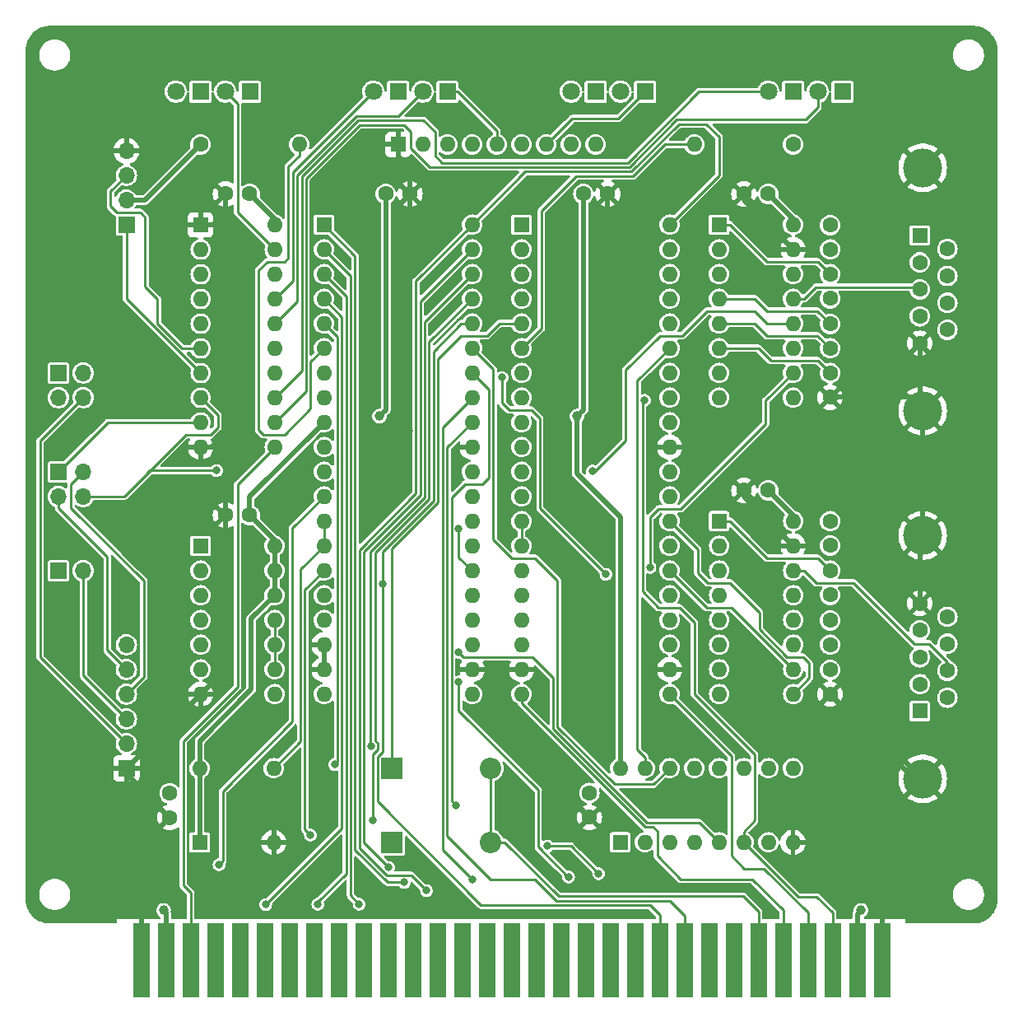
<source format=gbl>
G04 #@! TF.GenerationSoftware,KiCad,Pcbnew,7.0.6*
G04 #@! TF.CreationDate,2023-08-07T17:45:37-04:00*
G04 #@! TF.ProjectId,3 - Quad Serial card v3,33202d20-5175-4616-9420-53657269616c,1*
G04 #@! TF.SameCoordinates,Original*
G04 #@! TF.FileFunction,Copper,L2,Bot*
G04 #@! TF.FilePolarity,Positive*
%FSLAX46Y46*%
G04 Gerber Fmt 4.6, Leading zero omitted, Abs format (unit mm)*
G04 Created by KiCad (PCBNEW 7.0.6) date 2023-08-07 17:45:37*
%MOMM*%
%LPD*%
G01*
G04 APERTURE LIST*
G04 #@! TA.AperFunction,ComponentPad*
%ADD10R,1.700000X1.700000*%
G04 #@! TD*
G04 #@! TA.AperFunction,ComponentPad*
%ADD11O,1.700000X1.700000*%
G04 #@! TD*
G04 #@! TA.AperFunction,ComponentPad*
%ADD12C,1.600000*%
G04 #@! TD*
G04 #@! TA.AperFunction,ComponentPad*
%ADD13R,1.800000X1.800000*%
G04 #@! TD*
G04 #@! TA.AperFunction,ComponentPad*
%ADD14C,1.800000*%
G04 #@! TD*
G04 #@! TA.AperFunction,ComponentPad*
%ADD15O,1.600000X1.600000*%
G04 #@! TD*
G04 #@! TA.AperFunction,ComponentPad*
%ADD16R,1.600000X1.600000*%
G04 #@! TD*
G04 #@! TA.AperFunction,ConnectorPad*
%ADD17R,1.780000X7.620000*%
G04 #@! TD*
G04 #@! TA.AperFunction,ComponentPad*
%ADD18C,4.000000*%
G04 #@! TD*
G04 #@! TA.AperFunction,ComponentPad*
%ADD19R,2.200000X2.200000*%
G04 #@! TD*
G04 #@! TA.AperFunction,ComponentPad*
%ADD20O,2.200000X2.200000*%
G04 #@! TD*
G04 #@! TA.AperFunction,ViaPad*
%ADD21C,0.800000*%
G04 #@! TD*
G04 #@! TA.AperFunction,ViaPad*
%ADD22C,1.000000*%
G04 #@! TD*
G04 #@! TA.AperFunction,Conductor*
%ADD23C,0.250000*%
G04 #@! TD*
G04 #@! TA.AperFunction,Conductor*
%ADD24C,0.500000*%
G04 #@! TD*
G04 APERTURE END LIST*
D10*
X93980000Y-60960000D03*
D11*
X93980000Y-58420000D03*
X93980000Y-55880000D03*
X93980000Y-53340000D03*
D12*
X166370000Y-66040000D03*
X166370000Y-68540000D03*
X166370000Y-73660000D03*
X166370000Y-71160000D03*
X166370000Y-101640000D03*
X166370000Y-104140000D03*
D13*
X127000000Y-47275000D03*
D14*
X124460000Y-47275000D03*
D12*
X166370000Y-91440000D03*
X166370000Y-93940000D03*
D11*
X93980000Y-104140000D03*
X93980000Y-106680000D03*
X93980000Y-109220000D03*
X93980000Y-111760000D03*
X93980000Y-114300000D03*
D10*
X93980000Y-116840000D03*
D12*
X106660000Y-90805000D03*
X104160000Y-90805000D03*
X98425000Y-119400000D03*
X98425000Y-121900000D03*
D10*
X86995000Y-76200000D03*
D11*
X89535000Y-76200000D03*
X86995000Y-78740000D03*
X89535000Y-78740000D03*
D13*
X101600000Y-47275000D03*
D14*
X99060000Y-47275000D03*
D12*
X106660000Y-57785000D03*
X104160000Y-57785000D03*
D15*
X101508400Y-116840000D03*
X109128400Y-116840000D03*
X109128400Y-124460000D03*
D16*
X101508400Y-124460000D03*
D13*
X147335000Y-47275000D03*
D14*
X144795000Y-47275000D03*
D16*
X144770000Y-124450000D03*
D15*
X147310000Y-124450000D03*
X149850000Y-124450000D03*
X152390000Y-124450000D03*
X154930000Y-124450000D03*
X157470000Y-124450000D03*
X160010000Y-124450000D03*
X162550000Y-124450000D03*
X162550000Y-116830000D03*
X160010000Y-116830000D03*
X157470000Y-116830000D03*
X154930000Y-116830000D03*
X152390000Y-116830000D03*
X149850000Y-116830000D03*
X147310000Y-116830000D03*
X144770000Y-116830000D03*
D13*
X142255000Y-47275000D03*
D14*
X139715000Y-47275000D03*
X160020000Y-47275000D03*
D13*
X162560000Y-47275000D03*
D12*
X140990000Y-57785000D03*
X143490000Y-57785000D03*
D15*
X162570000Y-91430000D03*
X162570000Y-93970000D03*
X162570000Y-96510000D03*
X162570000Y-99050000D03*
X162570000Y-101590000D03*
X162570000Y-104130000D03*
X162570000Y-106670000D03*
X162570000Y-109210000D03*
X154950000Y-109210000D03*
X154950000Y-106670000D03*
X154950000Y-104130000D03*
X154950000Y-101590000D03*
X154950000Y-99050000D03*
X154950000Y-96510000D03*
X154950000Y-93970000D03*
D16*
X154950000Y-91430000D03*
D12*
X101600000Y-52705000D03*
D15*
X111760000Y-52705000D03*
D12*
X166370000Y-106720000D03*
X166370000Y-109220000D03*
D13*
X167640000Y-47275000D03*
D14*
X165100000Y-47275000D03*
D17*
X171704000Y-136612000D03*
X169164000Y-136612000D03*
X166624000Y-136612000D03*
X164084000Y-136612000D03*
X161544000Y-136612000D03*
X159004000Y-136612000D03*
X156464000Y-136612000D03*
X153924000Y-136612000D03*
X151384000Y-136612000D03*
X148844000Y-136612000D03*
X146304000Y-136612000D03*
X143764000Y-136612000D03*
X141224000Y-136612000D03*
X138684000Y-136612000D03*
X136144000Y-136612000D03*
X133604000Y-136612000D03*
X131064000Y-136612000D03*
X128524000Y-136612000D03*
X125984000Y-136612000D03*
X123444000Y-136612000D03*
X120904000Y-136612000D03*
X118364000Y-136612000D03*
X115824000Y-136612000D03*
X113284000Y-136612000D03*
X110744000Y-136612000D03*
X108204000Y-136612000D03*
X105664000Y-136612000D03*
X103124000Y-136612000D03*
X100584000Y-136612000D03*
X98044000Y-136612000D03*
X95504000Y-136612000D03*
D16*
X101610000Y-60965000D03*
D15*
X101610000Y-63505000D03*
X101610000Y-66045000D03*
X101610000Y-68585000D03*
X101610000Y-71125000D03*
X101610000Y-73665000D03*
X101610000Y-76205000D03*
X101610000Y-78745000D03*
X101610000Y-81285000D03*
X101610000Y-83825000D03*
X109230000Y-83825000D03*
X109230000Y-81285000D03*
X109230000Y-78745000D03*
X109230000Y-76205000D03*
X109230000Y-73665000D03*
X109230000Y-71125000D03*
X109230000Y-68585000D03*
X109230000Y-66045000D03*
X109230000Y-63505000D03*
X109230000Y-60965000D03*
D12*
X178435000Y-71755000D03*
X178435000Y-68985000D03*
X178435000Y-66215000D03*
X178435000Y-63445000D03*
X175595000Y-73140000D03*
X175595000Y-70370000D03*
X175595000Y-67600000D03*
X175595000Y-64830000D03*
D16*
X175595000Y-62060000D03*
D18*
X175895000Y-55100000D03*
X175895000Y-80100000D03*
D12*
X166370000Y-96520000D03*
X166370000Y-99020000D03*
X166370000Y-76200000D03*
X166370000Y-78700000D03*
D16*
X121920000Y-52705000D03*
D15*
X124460000Y-52705000D03*
X127000000Y-52705000D03*
X129540000Y-52705000D03*
X132080000Y-52705000D03*
X134620000Y-52705000D03*
X137160000Y-52705000D03*
X139700000Y-52705000D03*
X142240000Y-52705000D03*
D19*
X121285000Y-116840000D03*
D20*
X131445000Y-116840000D03*
D13*
X121920000Y-47275000D03*
D14*
X119380000Y-47275000D03*
D12*
X162560000Y-52705000D03*
D15*
X152400000Y-52705000D03*
D12*
X160000000Y-57785000D03*
X157500000Y-57785000D03*
D10*
X86990000Y-86360000D03*
D11*
X89530000Y-86360000D03*
X86990000Y-88900000D03*
X89530000Y-88900000D03*
D12*
X160000000Y-88265000D03*
X157500000Y-88265000D03*
X166370000Y-61000000D03*
X166370000Y-63500000D03*
D13*
X106680000Y-47275000D03*
D14*
X104140000Y-47275000D03*
D10*
X86995000Y-96520000D03*
D11*
X89535000Y-96520000D03*
D16*
X154940000Y-60960000D03*
D15*
X154940000Y-63500000D03*
X154940000Y-66040000D03*
X154940000Y-68580000D03*
X154940000Y-71120000D03*
X154940000Y-73660000D03*
X154940000Y-76200000D03*
X154940000Y-78740000D03*
X162560000Y-78740000D03*
X162560000Y-76200000D03*
X162560000Y-73660000D03*
X162560000Y-71120000D03*
X162560000Y-68580000D03*
X162560000Y-66040000D03*
X162560000Y-63500000D03*
X162560000Y-60960000D03*
D18*
X175895000Y-117920000D03*
X175895000Y-92920000D03*
D16*
X175595000Y-110960000D03*
D12*
X175595000Y-108190000D03*
X175595000Y-105420000D03*
X175595000Y-102650000D03*
X175595000Y-99880000D03*
X178435000Y-109575000D03*
X178435000Y-106805000D03*
X178435000Y-104035000D03*
X178435000Y-101265000D03*
D16*
X114300000Y-60960000D03*
D15*
X114300000Y-63500000D03*
X114300000Y-66040000D03*
X114300000Y-68580000D03*
X114300000Y-71120000D03*
X114300000Y-73660000D03*
X114300000Y-76200000D03*
X114300000Y-78740000D03*
X114300000Y-81280000D03*
X114300000Y-83820000D03*
X114300000Y-86360000D03*
X114300000Y-88900000D03*
X114300000Y-91440000D03*
X114300000Y-93980000D03*
X114300000Y-96520000D03*
X114300000Y-99060000D03*
X114300000Y-101600000D03*
X114300000Y-104140000D03*
X114300000Y-106680000D03*
X114300000Y-109220000D03*
X129540000Y-109220000D03*
X129540000Y-106680000D03*
X129540000Y-104140000D03*
X129540000Y-101600000D03*
X129540000Y-99060000D03*
X129540000Y-96520000D03*
X129540000Y-93980000D03*
X129540000Y-91440000D03*
X129540000Y-88900000D03*
X129540000Y-86360000D03*
X129540000Y-83820000D03*
X129540000Y-81280000D03*
X129540000Y-78740000D03*
X129540000Y-76200000D03*
X129540000Y-73660000D03*
X129540000Y-71120000D03*
X129540000Y-68580000D03*
X129540000Y-66040000D03*
X129540000Y-63500000D03*
X129540000Y-60960000D03*
D16*
X101600000Y-93980000D03*
D15*
X101600000Y-96520000D03*
X101600000Y-99060000D03*
X101600000Y-101600000D03*
X101600000Y-104140000D03*
X101600000Y-106680000D03*
X101600000Y-109220000D03*
X109220000Y-109220000D03*
X109220000Y-106680000D03*
X109220000Y-104140000D03*
X109220000Y-101600000D03*
X109220000Y-99060000D03*
X109220000Y-96520000D03*
X109220000Y-93980000D03*
D12*
X120650000Y-57785000D03*
X123150000Y-57785000D03*
X141605000Y-119380000D03*
X141605000Y-121880000D03*
D16*
X134620000Y-60960000D03*
D15*
X134620000Y-63500000D03*
X134620000Y-66040000D03*
X134620000Y-68580000D03*
X134620000Y-71120000D03*
X134620000Y-73660000D03*
X134620000Y-76200000D03*
X134620000Y-78740000D03*
X134620000Y-81280000D03*
X134620000Y-83820000D03*
X134620000Y-86360000D03*
X134620000Y-88900000D03*
X134620000Y-91440000D03*
X134620000Y-93980000D03*
X134620000Y-96520000D03*
X134620000Y-99060000D03*
X134620000Y-101600000D03*
X134620000Y-104140000D03*
X134620000Y-106680000D03*
X134620000Y-109220000D03*
X149860000Y-109220000D03*
X149860000Y-106680000D03*
X149860000Y-104140000D03*
X149860000Y-101600000D03*
X149860000Y-99060000D03*
X149860000Y-96520000D03*
X149860000Y-93980000D03*
X149860000Y-91440000D03*
X149860000Y-88900000D03*
X149860000Y-86360000D03*
X149860000Y-83820000D03*
X149860000Y-81280000D03*
X149860000Y-78740000D03*
X149860000Y-76200000D03*
X149860000Y-73660000D03*
X149860000Y-71120000D03*
X149860000Y-68580000D03*
X149860000Y-66040000D03*
X149860000Y-63500000D03*
X149860000Y-60960000D03*
D19*
X121285000Y-124460000D03*
D20*
X131445000Y-124460000D03*
D21*
X147838200Y-96181300D03*
X128149300Y-104902000D03*
X103505000Y-126746000D03*
X112903000Y-123698000D03*
X128150100Y-92177300D03*
X103251000Y-86233000D03*
X141916750Y-86290750D03*
X143305300Y-96905800D03*
X132627299Y-76668701D03*
X115408500Y-116459000D03*
X120326500Y-97898000D03*
X147273200Y-79007800D03*
X108311400Y-130853900D03*
X119351800Y-122174000D03*
X113665000Y-130810000D03*
X119125400Y-114586100D03*
X117921599Y-130810000D03*
X120970824Y-127035925D03*
X122555000Y-128570600D03*
X124841000Y-129413000D03*
X127889000Y-120650000D03*
X129540000Y-128270000D03*
X128149300Y-107950000D03*
X139464695Y-128008695D03*
X137287000Y-124841000D03*
X142557500Y-127673550D03*
D22*
X172085000Y-131445000D03*
X95250000Y-131445000D03*
X169545000Y-131445000D03*
X97790000Y-131445000D03*
X120015000Y-80645000D03*
X140335000Y-80645000D03*
X122936000Y-82169000D03*
X144145000Y-83185000D03*
D23*
X139724950Y-124841000D02*
X137287000Y-124841000D01*
X142557500Y-127673550D02*
X139724950Y-124841000D01*
X128149300Y-110880300D02*
X128149300Y-107950000D01*
X139429390Y-128008695D02*
X136348400Y-124927705D01*
X136348400Y-119079400D02*
X128149300Y-110880300D01*
X139464695Y-128008695D02*
X139429390Y-128008695D01*
X136348400Y-124927705D02*
X136348400Y-119079400D01*
X126524100Y-81755900D02*
X129540000Y-78740000D01*
X129540000Y-128270000D02*
X126524100Y-125254100D01*
X126524100Y-125254100D02*
X126524100Y-81755900D01*
X116133000Y-70413000D02*
X114300000Y-68580000D01*
X116133000Y-123008000D02*
X116133000Y-70413000D01*
X108311400Y-130829600D02*
X116133000Y-123008000D01*
X108311400Y-130853900D02*
X108311400Y-130829600D01*
X116583000Y-127662298D02*
X116583000Y-68323000D01*
X113665000Y-130810000D02*
X113665000Y-130580298D01*
X116583000Y-68323000D02*
X114300000Y-66040000D01*
X113665000Y-130580298D02*
X116583000Y-127662298D01*
X117033000Y-66233000D02*
X114300000Y-63500000D01*
X117921599Y-130810000D02*
X117033000Y-129921401D01*
X117033000Y-129921401D02*
X117033000Y-66233000D01*
X120844504Y-128570600D02*
X117483000Y-125209096D01*
X117483000Y-125209096D02*
X117483000Y-64143000D01*
X122555000Y-128570600D02*
X120844504Y-128570600D01*
X117483000Y-64143000D02*
X114300000Y-60960000D01*
X123274100Y-127846100D02*
X120756400Y-127846100D01*
X124841000Y-129413000D02*
X123274100Y-127846100D01*
X117933000Y-125022700D02*
X120756400Y-127846100D01*
X124211000Y-88765700D02*
X124211000Y-68829000D01*
X118400000Y-124452900D02*
X118400000Y-94576700D01*
X118400000Y-94576700D02*
X124211000Y-88765700D01*
X124211000Y-68829000D02*
X129540000Y-63500000D01*
X120970824Y-127023724D02*
X118400000Y-124452900D01*
X120970824Y-127035925D02*
X120970824Y-127023724D01*
D24*
X95885000Y-58420000D02*
X101600000Y-52705000D01*
X93980000Y-58420000D02*
X95885000Y-58420000D01*
D23*
X92964000Y-59690000D02*
X95377000Y-59690000D01*
X95377000Y-59690000D02*
X95504000Y-59817000D01*
X92329000Y-59055000D02*
X92964000Y-59690000D01*
X92329000Y-57531000D02*
X92329000Y-59055000D01*
X93980000Y-55880000D02*
X92329000Y-57531000D01*
X95885000Y-60198000D02*
X95504000Y-59817000D01*
X95885000Y-67310000D02*
X95885000Y-60198000D01*
X97155000Y-68580000D02*
X95885000Y-67310000D01*
X97155000Y-71113604D02*
X97155000Y-68580000D01*
X99706396Y-73665000D02*
X97155000Y-71113604D01*
X101610000Y-73665000D02*
X99706396Y-73665000D01*
X93980000Y-68575000D02*
X93980000Y-60960000D01*
X93985000Y-68580000D02*
X93980000Y-68575000D01*
D24*
X114300000Y-104140000D02*
X114300000Y-106680000D01*
D23*
X105410000Y-48545000D02*
X104140000Y-47275000D01*
X105410000Y-59685000D02*
X105410000Y-48545000D01*
X109230000Y-63505000D02*
X105410000Y-59685000D01*
X147310000Y-115704700D02*
X147310000Y-116830000D01*
X146546000Y-114940700D02*
X147310000Y-115704700D01*
X146546000Y-76974000D02*
X146546000Y-114940700D01*
X149860000Y-73660000D02*
X146546000Y-76974000D01*
X142213850Y-86290750D02*
X141916750Y-86290750D01*
X145345400Y-83159200D02*
X142213850Y-86290750D01*
X153670000Y-69850000D02*
X151130000Y-72390000D01*
X151130000Y-72390000D02*
X148844000Y-72390000D01*
X158623000Y-69850000D02*
X153670000Y-69850000D01*
X159893000Y-71120000D02*
X158623000Y-69850000D01*
X148844000Y-72390000D02*
X145345400Y-75888600D01*
X162560000Y-71120000D02*
X159893000Y-71120000D01*
X145345400Y-75888600D02*
X145345400Y-83159200D01*
X159893000Y-72390000D02*
X165100000Y-72390000D01*
X154940000Y-71120000D02*
X158623000Y-71120000D01*
X158623000Y-71120000D02*
X159893000Y-72390000D01*
X165163500Y-72453500D02*
X166370000Y-73660000D01*
X165100000Y-72390000D02*
X165163500Y-72453500D01*
X165060000Y-69850000D02*
X166370000Y-71160000D01*
X158623000Y-68580000D02*
X159893000Y-69850000D01*
X154940000Y-68580000D02*
X158623000Y-68580000D01*
X159893000Y-69850000D02*
X165060000Y-69850000D01*
X159004000Y-73660000D02*
X154940000Y-73660000D01*
X160274000Y-74930000D02*
X159004000Y-73660000D01*
X165100000Y-74930000D02*
X160274000Y-74930000D01*
X166370000Y-76200000D02*
X165100000Y-74930000D01*
X165100000Y-74930000D02*
X165227000Y-75057000D01*
X165227000Y-75057000D02*
X166370000Y-76200000D01*
X147838200Y-91048800D02*
X147838200Y-96181300D01*
X151003000Y-90170000D02*
X148717000Y-90170000D01*
X148717000Y-90170000D02*
X147838200Y-91048800D01*
X159742500Y-79017500D02*
X159742500Y-81430500D01*
X162560000Y-76200000D02*
X159742500Y-79017500D01*
X159742500Y-81430500D02*
X151003000Y-90170000D01*
X164955300Y-97770000D02*
X163695300Y-96510000D01*
X168776900Y-97770000D02*
X164955300Y-97770000D01*
X178435000Y-105918000D02*
X176552000Y-104035000D01*
X178435000Y-106805000D02*
X178435000Y-105918000D01*
X176552000Y-104035000D02*
X175041900Y-104035000D01*
X175041900Y-104035000D02*
X168776900Y-97770000D01*
X163695300Y-96510000D02*
X162570000Y-96510000D01*
X164211000Y-107569000D02*
X162570000Y-109210000D01*
X164211000Y-106045000D02*
X164211000Y-107569000D01*
X163566000Y-105400000D02*
X164211000Y-106045000D01*
X161936396Y-105400000D02*
X163566000Y-105400000D01*
X156073000Y-97780000D02*
X159104250Y-100811250D01*
X159104250Y-102567854D02*
X161936396Y-105400000D01*
X152754250Y-96747250D02*
X153787000Y-97780000D01*
X159104250Y-100811250D02*
X159104250Y-102567854D01*
X152754250Y-94334250D02*
X152754250Y-96747250D01*
X149860000Y-91440000D02*
X152754250Y-94334250D01*
X153787000Y-97780000D02*
X156073000Y-97780000D01*
X156219900Y-100319900D02*
X162570000Y-106670000D01*
X153659900Y-100319900D02*
X156219900Y-100319900D01*
X149860000Y-96520000D02*
X153659900Y-100319900D01*
X157470000Y-123324700D02*
X157470000Y-124450000D01*
X158595300Y-122199400D02*
X157470000Y-123324700D01*
X152410000Y-109230000D02*
X158595300Y-115415300D01*
X152410000Y-101864000D02*
X152410000Y-109230000D01*
X150876000Y-100330000D02*
X152410000Y-101864000D01*
X148717000Y-100330000D02*
X150876000Y-100330000D01*
X147072300Y-98685300D02*
X148717000Y-100330000D01*
X158595300Y-115415300D02*
X158595300Y-122199400D01*
X147072300Y-79208700D02*
X147072300Y-98685300D01*
X147273200Y-79007800D02*
X147072300Y-79208700D01*
X159562404Y-127178800D02*
X164084000Y-131700396D01*
X157531800Y-127178800D02*
X159562404Y-127178800D01*
X164084000Y-131700396D02*
X164084000Y-136612000D01*
X156200000Y-115560000D02*
X156200000Y-125847000D01*
X156200000Y-125847000D02*
X157531800Y-127178800D01*
X149860000Y-109220000D02*
X156200000Y-115560000D01*
X136509600Y-80883600D02*
X136509600Y-90110100D01*
X135636000Y-80010000D02*
X136509600Y-80883600D01*
X133350000Y-80010000D02*
X135636000Y-80010000D01*
X136509600Y-90110100D02*
X143305300Y-96905800D01*
X132627299Y-76668701D02*
X132627299Y-79287299D01*
X132627299Y-79287299D02*
X133350000Y-80010000D01*
X131704500Y-75824500D02*
X129540000Y-73660000D01*
X133604000Y-95250000D02*
X131704500Y-93350500D01*
X131704500Y-93350500D02*
X131704500Y-75824500D01*
X136017000Y-95250000D02*
X133604000Y-95250000D01*
X138333500Y-112601208D02*
X138333500Y-97566500D01*
X144223292Y-118491000D02*
X138333500Y-112601208D01*
X148189000Y-118491000D02*
X144223292Y-118491000D01*
X138333500Y-97566500D02*
X136017000Y-95250000D01*
X149850000Y-116830000D02*
X148189000Y-118491000D01*
X127424800Y-89027000D02*
X127424800Y-120185800D01*
X131254500Y-86931500D02*
X130556000Y-87630000D01*
X131254500Y-77914500D02*
X131254500Y-86931500D01*
X130556000Y-87630000D02*
X128778000Y-87630000D01*
X127424800Y-120185800D02*
X127889000Y-120650000D01*
X129540000Y-76200000D02*
X131254500Y-77914500D01*
X128778000Y-87630000D02*
X128778000Y-87673800D01*
X128778000Y-87673800D02*
X127424800Y-89027000D01*
X126974500Y-123799500D02*
X126974500Y-83845500D01*
X126974500Y-83845500D02*
X129540000Y-81280000D01*
X138234904Y-130461000D02*
X136012654Y-128238750D01*
X149860000Y-130461000D02*
X138234904Y-130461000D01*
X136012654Y-128238750D02*
X131413750Y-128238750D01*
X151384000Y-131985000D02*
X149860000Y-130461000D01*
X151384000Y-136612000D02*
X151384000Y-131985000D01*
X131413750Y-128238750D02*
X126974500Y-123799500D01*
X126011000Y-74776000D02*
X126011000Y-89513400D01*
X128397000Y-72390000D02*
X126011000Y-74776000D01*
X131064000Y-72390000D02*
X128397000Y-72390000D01*
X134620000Y-71120000D02*
X132334000Y-71120000D01*
X132334000Y-71120000D02*
X131064000Y-72390000D01*
X126011000Y-89513400D02*
X121285000Y-94239400D01*
X121285000Y-94239400D02*
X121285000Y-116840000D01*
X120326500Y-94561000D02*
X120326500Y-97898000D01*
X125561000Y-89326500D02*
X120326500Y-94561000D01*
X128414700Y-71120000D02*
X125561000Y-73973700D01*
X125561000Y-73973700D02*
X125561000Y-89326500D01*
X129540000Y-71120000D02*
X128414700Y-71120000D01*
X119850700Y-114285600D02*
X119850700Y-114936700D01*
X119553900Y-94696700D02*
X119553900Y-113988800D01*
X125111000Y-89139600D02*
X119553900Y-94696700D01*
X119553900Y-113988800D02*
X119850700Y-114285600D01*
X119850700Y-114936700D02*
X119351800Y-115435600D01*
X119351800Y-115435600D02*
X119351800Y-122174000D01*
X125111000Y-73009000D02*
X125111000Y-89139600D01*
X129540000Y-68580000D02*
X125111000Y-73009000D01*
X119075300Y-114536000D02*
X119125400Y-114586100D01*
X124661000Y-88952700D02*
X119075300Y-94538400D01*
X124661000Y-70919000D02*
X124661000Y-88952700D01*
X119075300Y-94538400D02*
X119075300Y-114536000D01*
X129540000Y-66040000D02*
X124661000Y-70919000D01*
X117933000Y-94406800D02*
X117933000Y-125022700D01*
X129540000Y-60960000D02*
X123761000Y-66739000D01*
X123761000Y-66739000D02*
X123761000Y-88578800D01*
X123761000Y-88578800D02*
X117933000Y-94406800D01*
D24*
X123150000Y-81955000D02*
X122936000Y-82169000D01*
X123150000Y-57785000D02*
X123150000Y-81955000D01*
D23*
X135763000Y-105410000D02*
X128657300Y-105410000D01*
X128657300Y-105410000D02*
X128149300Y-104902000D01*
X137883500Y-112787604D02*
X137883500Y-107530500D01*
X147523896Y-122428000D02*
X137883500Y-112787604D01*
X137883500Y-107530500D02*
X135763000Y-105410000D01*
X152908000Y-122428000D02*
X147523896Y-122428000D01*
X154930000Y-124450000D02*
X152908000Y-122428000D01*
D24*
X132207000Y-112482000D02*
X141605000Y-121880000D01*
X132207000Y-106680000D02*
X132207000Y-112482000D01*
X129540000Y-106680000D02*
X132207000Y-106680000D01*
X132207000Y-106680000D02*
X134620000Y-106680000D01*
D23*
X128150100Y-95130100D02*
X128150100Y-92177300D01*
X129540000Y-96520000D02*
X128150100Y-95130100D01*
X148580000Y-125847000D02*
X151003000Y-128270000D01*
X148140000Y-122878000D02*
X148580000Y-123318000D01*
X151003000Y-128270000D02*
X158369000Y-128270000D01*
X147337500Y-122878000D02*
X148140000Y-122878000D01*
X161544000Y-131445000D02*
X161544000Y-136612000D01*
X134620000Y-110160500D02*
X147337500Y-122878000D01*
X158369000Y-128270000D02*
X161544000Y-131445000D01*
X134620000Y-109220000D02*
X134620000Y-110160500D01*
X148580000Y-123318000D02*
X148580000Y-125847000D01*
X166624000Y-131699000D02*
X166624000Y-136612000D01*
X157470000Y-124450000D02*
X163090500Y-130070500D01*
X163090500Y-130070500D02*
X164995500Y-130070500D01*
X164995500Y-130070500D02*
X166624000Y-131699000D01*
X120326500Y-115127900D02*
X120326500Y-97898000D01*
X119804500Y-115649900D02*
X120326500Y-115127900D01*
X119804500Y-120258900D02*
X119804500Y-115649900D01*
X130456600Y-130911000D02*
X119804500Y-120258900D01*
X148844000Y-131927000D02*
X147828000Y-130911000D01*
X147828000Y-130911000D02*
X130456600Y-130911000D01*
X148844000Y-136612000D02*
X148844000Y-131927000D01*
X138421300Y-130011000D02*
X132870300Y-124460000D01*
X157443000Y-130011000D02*
X138421300Y-130011000D01*
X159004000Y-131572000D02*
X157443000Y-130011000D01*
X159004000Y-136612000D02*
X159004000Y-131572000D01*
X132870300Y-124460000D02*
X131445000Y-124460000D01*
D24*
X104160000Y-82423000D02*
X104160000Y-57785000D01*
D23*
X89530000Y-88900000D02*
X93726000Y-88900000D01*
X93985000Y-68580000D02*
X93980000Y-68580000D01*
X101610000Y-76205000D02*
X93985000Y-68580000D01*
X96393000Y-86233000D02*
X93726000Y-88900000D01*
X103251000Y-86233000D02*
X96393000Y-86233000D01*
X100076000Y-82550000D02*
X93726000Y-88900000D01*
X100081000Y-82555000D02*
X100076000Y-82550000D01*
X102611000Y-82555000D02*
X100081000Y-82555000D01*
X103378000Y-81788000D02*
X102611000Y-82555000D01*
X103378000Y-80513000D02*
X103378000Y-81788000D01*
X101610000Y-78745000D02*
X103378000Y-80513000D01*
D24*
X102758000Y-83825000D02*
X104160000Y-82423000D01*
X101610000Y-83825000D02*
X102758000Y-83825000D01*
X104160000Y-90805000D02*
X104160000Y-82423000D01*
D23*
X111760000Y-53830300D02*
X111760000Y-52705000D01*
X110634700Y-54955600D02*
X111760000Y-53830300D01*
X110634700Y-64371300D02*
X110634700Y-54955600D01*
X110231000Y-64775000D02*
X110634700Y-64371300D01*
X107569000Y-82042000D02*
X107569000Y-65659000D01*
X107569000Y-65659000D02*
X108453000Y-64775000D01*
X110236000Y-82550000D02*
X108077000Y-82550000D01*
X112914000Y-79872000D02*
X110236000Y-82550000D01*
X108453000Y-64775000D02*
X110231000Y-64775000D01*
X112914000Y-75046000D02*
X112914000Y-79872000D01*
X108077000Y-82550000D02*
X107569000Y-82042000D01*
X114300000Y-73660000D02*
X112914000Y-75046000D01*
X165100000Y-48895000D02*
X165100000Y-47275000D01*
X163830000Y-50165000D02*
X165100000Y-48895000D01*
X150610804Y-50165000D02*
X163830000Y-50165000D01*
X145726804Y-55049000D02*
X150610804Y-50165000D01*
X137668000Y-55049000D02*
X145726804Y-55049000D01*
X137659150Y-55040150D02*
X137668000Y-55049000D01*
X122566000Y-50684000D02*
X123259600Y-51377600D01*
X117974792Y-50684000D02*
X122566000Y-50684000D01*
X125204159Y-55040150D02*
X137659150Y-55040150D01*
X112464000Y-56194792D02*
X117974792Y-50684000D01*
X112464000Y-78051000D02*
X112464000Y-56194792D01*
X123259600Y-53095591D02*
X125204159Y-55040150D01*
X109230000Y-81285000D02*
X112464000Y-78051000D01*
X123259600Y-51377600D02*
X123259600Y-53095591D01*
X115408500Y-116459000D02*
X115683000Y-116184500D01*
X115683000Y-72503000D02*
X114300000Y-71120000D01*
X115683000Y-116184500D02*
X115683000Y-72503000D01*
X154940000Y-55880000D02*
X149860000Y-60960000D01*
X154940000Y-51943000D02*
X154940000Y-55880000D01*
X153612000Y-50615000D02*
X154940000Y-51943000D01*
X150797200Y-50615000D02*
X153612000Y-50615000D01*
X145913200Y-55499000D02*
X150797200Y-50615000D01*
X136643150Y-55490150D02*
X136652000Y-55499000D01*
X129540000Y-60960000D02*
X135009850Y-55490150D01*
X135009850Y-55490150D02*
X136643150Y-55490150D01*
X136652000Y-55499000D02*
X145913200Y-55499000D01*
X149352000Y-52705000D02*
X152400000Y-52705000D01*
X140266000Y-55949000D02*
X146108000Y-55949000D01*
X136652000Y-71628000D02*
X136652000Y-59563000D01*
X146108000Y-55949000D02*
X149352000Y-52705000D01*
X134620000Y-73660000D02*
X136652000Y-71628000D01*
X136652000Y-59563000D02*
X140266000Y-55949000D01*
X144572000Y-50038000D02*
X139827000Y-50038000D01*
X139827000Y-50038000D02*
X137160000Y-52705000D01*
X147335000Y-47275000D02*
X144572000Y-50038000D01*
X132080000Y-52705000D02*
X132080000Y-51339000D01*
X132080000Y-51339000D02*
X128016000Y-47275000D01*
X127000000Y-47275000D02*
X128016000Y-47275000D01*
X152864408Y-47275000D02*
X160020000Y-47275000D01*
X145549258Y-54590150D02*
X152864408Y-47275000D01*
X126472150Y-54590150D02*
X145549258Y-54590150D01*
X125730000Y-53848000D02*
X126472150Y-54590150D01*
X125730000Y-51435000D02*
X125730000Y-53848000D01*
X124529000Y-50234000D02*
X125730000Y-51435000D01*
X117788396Y-50234000D02*
X124529000Y-50234000D01*
X112014000Y-56008396D02*
X117788396Y-50234000D01*
X112014000Y-75961000D02*
X112014000Y-56008396D01*
X109230000Y-78745000D02*
X112014000Y-75961000D01*
X121951000Y-49784000D02*
X124460000Y-47275000D01*
X111534700Y-55851300D02*
X117602000Y-49784000D01*
X111534700Y-68820300D02*
X111534700Y-55851300D01*
X117602000Y-49784000D02*
X121951000Y-49784000D01*
X109230000Y-71125000D02*
X111534700Y-68820300D01*
X111084700Y-55570300D02*
X111084700Y-66730300D01*
X111084700Y-66730300D02*
X109230000Y-68585000D01*
X119380000Y-47275000D02*
X111084700Y-55570300D01*
X103888800Y-126362200D02*
X103505000Y-126746000D01*
X111046100Y-112035800D02*
X103888800Y-119193100D01*
X103888800Y-119193100D02*
X103888800Y-126362200D01*
X111046100Y-92153900D02*
X111046100Y-112035800D01*
X114300000Y-88900000D02*
X111046100Y-92153900D01*
X112337000Y-98483000D02*
X112337000Y-123132000D01*
X112337000Y-123132000D02*
X112903000Y-123698000D01*
X114300000Y-96520000D02*
X112337000Y-98483000D01*
X111887000Y-96393000D02*
X111887000Y-114081400D01*
X114300000Y-93980000D02*
X111887000Y-96393000D01*
X111887000Y-114081400D02*
X109128400Y-116840000D01*
D24*
X93980000Y-116840000D02*
X101600000Y-109220000D01*
X93980000Y-117455000D02*
X93980000Y-116840000D01*
X98425000Y-121900000D02*
X93980000Y-117455000D01*
D23*
X88265000Y-90080400D02*
X95758000Y-97573400D01*
X95758000Y-107442000D02*
X93980000Y-109220000D01*
X88265000Y-87625000D02*
X88265000Y-90080400D01*
X95758000Y-97573400D02*
X95758000Y-107442000D01*
X89530000Y-86360000D02*
X88265000Y-87625000D01*
X92070000Y-81285000D02*
X101610000Y-81285000D01*
X90551000Y-82804000D02*
X92070000Y-81285000D01*
X86990000Y-86360000D02*
X90546000Y-82804000D01*
X90546000Y-82804000D02*
X90551000Y-82804000D01*
X85090000Y-105410000D02*
X85090000Y-83185000D01*
X85090000Y-83185000D02*
X89535000Y-78740000D01*
X93980000Y-114300000D02*
X85090000Y-105410000D01*
X93980000Y-111760000D02*
X89535000Y-107315000D01*
X89535000Y-107315000D02*
X89535000Y-96520000D01*
X91992850Y-104692850D02*
X91992850Y-95078150D01*
X93980000Y-106680000D02*
X91992850Y-104692850D01*
X86990000Y-90075300D02*
X91992850Y-95078150D01*
X105410000Y-87645000D02*
X109230000Y-83825000D01*
X105410000Y-108458000D02*
X105410000Y-87645000D01*
X99822000Y-114046000D02*
X105410000Y-108458000D01*
X99822000Y-128905000D02*
X99822000Y-114046000D01*
X100584000Y-136612000D02*
X100584000Y-129667000D01*
X100584000Y-129667000D02*
X99822000Y-128905000D01*
D24*
X106660000Y-88920000D02*
X106660000Y-90805000D01*
X114300000Y-81280000D02*
X106660000Y-88920000D01*
X106807000Y-101473000D02*
X109220000Y-99060000D01*
X106807000Y-108712000D02*
X106807000Y-101473000D01*
X101508400Y-114010600D02*
X106807000Y-108712000D01*
X101508400Y-116840000D02*
X101508400Y-114010600D01*
X175595000Y-99880000D02*
X175595000Y-93220000D01*
X175595000Y-93220000D02*
X175895000Y-92920000D01*
D23*
X109220000Y-101600000D02*
X109220000Y-104140000D01*
X109220000Y-104140000D02*
X109220000Y-106680000D01*
X164897800Y-67367500D02*
X163685300Y-68580000D01*
X175362500Y-67367500D02*
X164897800Y-67367500D01*
X175595000Y-67600000D02*
X175362500Y-67367500D01*
X162560000Y-68580000D02*
X163685300Y-68580000D01*
X86990000Y-88900000D02*
X86990000Y-90075300D01*
X134620000Y-93980000D02*
X134620000Y-91440000D01*
X114300000Y-91440000D02*
X114300000Y-93980000D01*
X131445000Y-116840000D02*
X131445000Y-124460000D01*
X165090000Y-95240000D02*
X166370000Y-96520000D01*
X159885300Y-95240000D02*
X165090000Y-95240000D01*
X156075300Y-91430000D02*
X159885300Y-95240000D01*
X154950000Y-91430000D02*
X156075300Y-91430000D01*
X165100000Y-64770000D02*
X166370000Y-66040000D01*
X159875300Y-64770000D02*
X165100000Y-64770000D01*
X156065300Y-60960000D02*
X159875300Y-64770000D01*
X154940000Y-60960000D02*
X156065300Y-60960000D01*
D24*
X171704000Y-131826000D02*
X172085000Y-131445000D01*
X171704000Y-136612000D02*
X171704000Y-131826000D01*
X95504000Y-131699000D02*
X95250000Y-131445000D01*
X95504000Y-136612000D02*
X95504000Y-131699000D01*
X143490000Y-82530000D02*
X144145000Y-83185000D01*
X143490000Y-57785000D02*
X143490000Y-82530000D01*
X157500000Y-88900000D02*
X157500000Y-88265000D01*
X162570000Y-93970000D02*
X157500000Y-88900000D01*
X157500000Y-58440000D02*
X157500000Y-57785000D01*
X162560000Y-63500000D02*
X157500000Y-58440000D01*
X175895000Y-92920000D02*
X175895000Y-80100000D01*
X123150000Y-55185300D02*
X121920000Y-53955300D01*
X123150000Y-57785000D02*
X123150000Y-55185300D01*
X121920000Y-52705000D02*
X121920000Y-53955300D01*
X162550000Y-124450000D02*
X163800300Y-124450000D01*
X172085000Y-124450000D02*
X163800300Y-124450000D01*
X172085000Y-131445000D02*
X172085000Y-124450000D01*
X175482500Y-118332500D02*
X166370000Y-109220000D01*
X172085000Y-121730000D02*
X175482500Y-118332500D01*
X172085000Y-124450000D02*
X172085000Y-121730000D01*
X175482500Y-118332500D02*
X175895000Y-117920000D01*
X182245000Y-99270000D02*
X179225000Y-96250000D01*
X182245000Y-111570000D02*
X182245000Y-99270000D01*
X175895000Y-117920000D02*
X182245000Y-111570000D01*
X179225000Y-96250000D02*
X175895000Y-92920000D01*
X175895000Y-80100000D02*
X176715000Y-79280000D01*
X182245000Y-61450000D02*
X175895000Y-55100000D01*
X182245000Y-73750000D02*
X182245000Y-61450000D01*
X176715000Y-79280000D02*
X182245000Y-73750000D01*
X175595000Y-78700000D02*
X166370000Y-78700000D01*
X176135000Y-78700000D02*
X175595000Y-78700000D01*
X176715000Y-79280000D02*
X176135000Y-78700000D01*
X175595000Y-78700000D02*
X175595000Y-73140000D01*
X95250000Y-125075000D02*
X98425000Y-121900000D01*
X95250000Y-131445000D02*
X95250000Y-125075000D01*
X104160000Y-105390000D02*
X104160000Y-90805000D01*
X104140000Y-105410000D02*
X104160000Y-105390000D01*
X104140000Y-106680000D02*
X104140000Y-105410000D01*
X101600000Y-109220000D02*
X104140000Y-106680000D01*
X104160000Y-60194900D02*
X104160000Y-57785000D01*
X103630400Y-60194900D02*
X102860300Y-60965000D01*
X104160000Y-60194900D02*
X103630400Y-60194900D01*
X101610000Y-60965000D02*
X102860300Y-60965000D01*
X169164000Y-131826000D02*
X169545000Y-131445000D01*
X169164000Y-136612000D02*
X169164000Y-131826000D01*
X140990000Y-79990000D02*
X140335000Y-80645000D01*
X140990000Y-57785000D02*
X140990000Y-79990000D01*
X120650000Y-80010000D02*
X120015000Y-80645000D01*
X120650000Y-57785000D02*
X120650000Y-80010000D01*
X162570000Y-90835000D02*
X160000000Y-88265000D01*
X162570000Y-91430000D02*
X162570000Y-90835000D01*
X162560000Y-60345000D02*
X160000000Y-57785000D01*
X162560000Y-60960000D02*
X162560000Y-60345000D01*
X98044000Y-131699000D02*
X97790000Y-131445000D01*
X98044000Y-136612000D02*
X98044000Y-131699000D01*
X109220000Y-93980000D02*
X109220000Y-96520000D01*
X101508400Y-116840000D02*
X101508000Y-116840000D01*
X101508000Y-116840000D02*
X101508000Y-124458900D01*
X101508000Y-124458900D02*
X101508000Y-124460000D01*
X101508400Y-124459300D02*
X101508400Y-124460000D01*
X101508000Y-124458900D02*
X101508400Y-124459300D01*
X109220000Y-93365000D02*
X106660000Y-90805000D01*
X109220000Y-93980000D02*
X109220000Y-93365000D01*
X109230000Y-60355000D02*
X106660000Y-57785000D01*
X109230000Y-60965000D02*
X109230000Y-60355000D01*
X109220000Y-96520000D02*
X109220000Y-99060000D01*
X144770000Y-116830000D02*
X144770000Y-115579700D01*
X144770000Y-90995100D02*
X144770000Y-115579700D01*
X140335000Y-86560100D02*
X144770000Y-90995100D01*
X140335000Y-80645000D02*
X140335000Y-86560100D01*
X120650000Y-80010000D02*
X120015000Y-80645000D01*
X109230000Y-60965000D02*
X109230000Y-60355000D01*
X109230000Y-60355000D02*
X106660000Y-57785000D01*
X162560000Y-60960000D02*
X162560000Y-60345000D01*
X140990000Y-57785000D02*
X140990000Y-79990000D01*
X109220000Y-93980000D02*
X109220000Y-93365000D01*
X101508400Y-116840000D02*
X101508400Y-124460000D01*
X109220000Y-93365000D02*
X106660000Y-90805000D01*
X162560000Y-60345000D02*
X160000000Y-57785000D01*
X120650000Y-57785000D02*
X120650000Y-80010000D01*
X162570000Y-90835000D02*
X160000000Y-88265000D01*
X140990000Y-79990000D02*
X140335000Y-80645000D01*
X162570000Y-91430000D02*
X162570000Y-90835000D01*
X162570000Y-93970000D02*
X157500000Y-88900000D01*
X143490000Y-82530000D02*
X144145000Y-83185000D01*
X182245000Y-99270000D02*
X175895000Y-92920000D01*
X175895000Y-80100000D02*
X182245000Y-73750000D01*
X157500000Y-58440000D02*
X157500000Y-57785000D01*
X162560000Y-63500000D02*
X157500000Y-58440000D01*
X182245000Y-61450000D02*
X175895000Y-55100000D01*
X104160000Y-106660000D02*
X104160000Y-90805000D01*
X175895000Y-117920000D02*
X182245000Y-111570000D01*
X157500000Y-88900000D02*
X157500000Y-88265000D01*
X182245000Y-73750000D02*
X182245000Y-61450000D01*
X143490000Y-57785000D02*
X143490000Y-82530000D01*
X101600000Y-109220000D02*
X104160000Y-106660000D01*
X175895000Y-92920000D02*
X175895000Y-80100000D01*
X182245000Y-111570000D02*
X182245000Y-99270000D01*
D23*
X131445000Y-116840000D02*
X131445000Y-124460000D01*
G04 #@! TA.AperFunction,Conductor*
G36*
X181105867Y-40502613D02*
G01*
X181122189Y-40503600D01*
X181202917Y-40508483D01*
X181410399Y-40522082D01*
X181417502Y-40522963D01*
X181553227Y-40547836D01*
X181719664Y-40580942D01*
X181725961Y-40582544D01*
X181856376Y-40623183D01*
X181865157Y-40625920D01*
X182019039Y-40678155D01*
X182024539Y-40680321D01*
X182160505Y-40741514D01*
X182303853Y-40812206D01*
X182308493Y-40814747D01*
X182436387Y-40892062D01*
X182438758Y-40893570D01*
X182569590Y-40980990D01*
X182573382Y-40983736D01*
X182691552Y-41076316D01*
X182694196Y-41078508D01*
X182812075Y-41181885D01*
X182815037Y-41184659D01*
X182921339Y-41290961D01*
X182924113Y-41293923D01*
X183027490Y-41411802D01*
X183029682Y-41414446D01*
X183122262Y-41532616D01*
X183125008Y-41536408D01*
X183212428Y-41667240D01*
X183213936Y-41669611D01*
X183291251Y-41797505D01*
X183293799Y-41802160D01*
X183364491Y-41945507D01*
X183425675Y-42081454D01*
X183427848Y-42086973D01*
X183480079Y-42240842D01*
X183498371Y-42299540D01*
X183520633Y-42370983D01*
X183523446Y-42380008D01*
X183525061Y-42386357D01*
X183536767Y-42445202D01*
X183558167Y-42552791D01*
X183583033Y-42688486D01*
X183583917Y-42695612D01*
X183597517Y-42903100D01*
X183603387Y-43000134D01*
X183603500Y-43003879D01*
X183603500Y-130300120D01*
X183603387Y-130303865D01*
X183597517Y-130400899D01*
X183583917Y-130608386D01*
X183583033Y-130615512D01*
X183558167Y-130751208D01*
X183525063Y-130917636D01*
X183523446Y-130923990D01*
X183480079Y-131063157D01*
X183427848Y-131217025D01*
X183425675Y-131222544D01*
X183364491Y-131358492D01*
X183293799Y-131501838D01*
X183291251Y-131506493D01*
X183213936Y-131634387D01*
X183212428Y-131636758D01*
X183125008Y-131767590D01*
X183122262Y-131771382D01*
X183029682Y-131889552D01*
X183027490Y-131892196D01*
X182924113Y-132010075D01*
X182921339Y-132013037D01*
X182815037Y-132119339D01*
X182812075Y-132122113D01*
X182694196Y-132225490D01*
X182691552Y-132227682D01*
X182573382Y-132320262D01*
X182569590Y-132323008D01*
X182438758Y-132410428D01*
X182436387Y-132411936D01*
X182308493Y-132489251D01*
X182303838Y-132491799D01*
X182160492Y-132562491D01*
X182024544Y-132623675D01*
X182019025Y-132625848D01*
X181865157Y-132678079D01*
X181725990Y-132721446D01*
X181719636Y-132723063D01*
X181553208Y-132756167D01*
X181417512Y-132781033D01*
X181410386Y-132781917D01*
X181202899Y-132795517D01*
X181105866Y-132801387D01*
X181102121Y-132801500D01*
X174245717Y-132801500D01*
X174178678Y-132781815D01*
X174132923Y-132729011D01*
X174121729Y-132679198D01*
X174117001Y-132334000D01*
X174117000Y-132334000D01*
X172792380Y-132334000D01*
X172749046Y-132326182D01*
X172701376Y-132308401D01*
X172641844Y-132302000D01*
X171950409Y-132302000D01*
X171896996Y-132331166D01*
X171870638Y-132334000D01*
X171537362Y-132334000D01*
X171470323Y-132314315D01*
X171455041Y-132302000D01*
X170766155Y-132302000D01*
X170706623Y-132308401D01*
X170658954Y-132326182D01*
X170615620Y-132334000D01*
X169971208Y-132334000D01*
X169904169Y-132314315D01*
X169858414Y-132261511D01*
X169848470Y-132192353D01*
X169877495Y-132128797D01*
X169905236Y-132105007D01*
X170015884Y-132035481D01*
X170015885Y-132035480D01*
X170015890Y-132035477D01*
X170135477Y-131915890D01*
X170141755Y-131905899D01*
X170225452Y-131772697D01*
X170225454Y-131772694D01*
X170225454Y-131772692D01*
X170225456Y-131772690D01*
X170281313Y-131613059D01*
X170281313Y-131613058D01*
X170281314Y-131613056D01*
X170300249Y-131445002D01*
X170300249Y-131444997D01*
X170281314Y-131276943D01*
X170238633Y-131154969D01*
X170225456Y-131117310D01*
X170225455Y-131117309D01*
X170225454Y-131117305D01*
X170225452Y-131117302D01*
X170135481Y-130974115D01*
X170135476Y-130974109D01*
X170015890Y-130854523D01*
X170015884Y-130854518D01*
X169872697Y-130764547D01*
X169872694Y-130764545D01*
X169713056Y-130708685D01*
X169545003Y-130689751D01*
X169544997Y-130689751D01*
X169376943Y-130708685D01*
X169217305Y-130764545D01*
X169217302Y-130764547D01*
X169074115Y-130854518D01*
X169074109Y-130854523D01*
X168954523Y-130974109D01*
X168954518Y-130974115D01*
X168864547Y-131117302D01*
X168864545Y-131117305D01*
X168808685Y-131276943D01*
X168789751Y-131444997D01*
X168789751Y-131447372D01*
X168789316Y-131448850D01*
X168788971Y-131451920D01*
X168788433Y-131451859D01*
X168770066Y-131514411D01*
X168759466Y-131528572D01*
X168738624Y-131552625D01*
X168738617Y-131552636D01*
X168736615Y-131557020D01*
X168723100Y-131579799D01*
X168720206Y-131583664D01*
X168720200Y-131583675D01*
X168702078Y-131632264D01*
X168700385Y-131636353D01*
X168678835Y-131683543D01*
X168678833Y-131683550D01*
X168678146Y-131688327D01*
X168671598Y-131713986D01*
X168669910Y-131718513D01*
X168669909Y-131718517D01*
X168666207Y-131770260D01*
X168665734Y-131774656D01*
X168663500Y-131790199D01*
X168663500Y-131805904D01*
X168663342Y-131810329D01*
X168659641Y-131862069D01*
X168659641Y-131862073D01*
X168660666Y-131866785D01*
X168663500Y-131893143D01*
X168663500Y-132210000D01*
X168643815Y-132277039D01*
X168591011Y-132322794D01*
X168539500Y-132334000D01*
X167123500Y-132334000D01*
X167056461Y-132314315D01*
X167010706Y-132261511D01*
X166999500Y-132210000D01*
X166999500Y-131750803D01*
X167002139Y-131725358D01*
X167002177Y-131725175D01*
X167004367Y-131714732D01*
X167001680Y-131693174D01*
X166999977Y-131679507D01*
X166999500Y-131671831D01*
X166999500Y-131667889D01*
X166999498Y-131667876D01*
X166995657Y-131644859D01*
X166993249Y-131625541D01*
X166988866Y-131590374D01*
X166988864Y-131590370D01*
X166986622Y-131582840D01*
X166984065Y-131575392D01*
X166984065Y-131575390D01*
X166957944Y-131527122D01*
X166933826Y-131477789D01*
X166933824Y-131477787D01*
X166933824Y-131477786D01*
X166929276Y-131471416D01*
X166924420Y-131465176D01*
X166924419Y-131465174D01*
X166919590Y-131460729D01*
X166884030Y-131427993D01*
X165297649Y-129841611D01*
X165281522Y-129821752D01*
X165275586Y-129812667D01*
X165275583Y-129812663D01*
X165261883Y-129802000D01*
X178998551Y-129802000D01*
X179002134Y-129847528D01*
X179006275Y-129900142D01*
X179006466Y-129905008D01*
X179006466Y-129918912D01*
X179005312Y-129922840D01*
X179005912Y-129930457D01*
X179007842Y-129936430D01*
X179010021Y-129950178D01*
X179010593Y-129955017D01*
X179012209Y-129975541D01*
X179018317Y-130053148D01*
X179018318Y-130053152D01*
X179018318Y-130053153D01*
X179041293Y-130148855D01*
X179042243Y-130153627D01*
X179044421Y-130167378D01*
X179043896Y-130171437D01*
X179045681Y-130178871D01*
X179048527Y-130184480D01*
X179052827Y-130197716D01*
X179054148Y-130202399D01*
X179077127Y-130298114D01*
X179114797Y-130389055D01*
X179116481Y-130393622D01*
X179120780Y-130406851D01*
X179120897Y-130410941D01*
X179123821Y-130418001D01*
X179127509Y-130423095D01*
X179133819Y-130435480D01*
X179135857Y-130439901D01*
X179173532Y-130530857D01*
X179224976Y-130614807D01*
X179227355Y-130619054D01*
X179233662Y-130631432D01*
X179234418Y-130635458D01*
X179238411Y-130641974D01*
X179242845Y-130646422D01*
X179251027Y-130657683D01*
X179253732Y-130661732D01*
X179288117Y-130717841D01*
X179305164Y-130745659D01*
X179360116Y-130810000D01*
X179369093Y-130820510D01*
X179372107Y-130824333D01*
X179380290Y-130835596D01*
X179381664Y-130839448D01*
X179386626Y-130845257D01*
X179391703Y-130848959D01*
X179401540Y-130858795D01*
X179404839Y-130862363D01*
X179468776Y-130937224D01*
X179543640Y-131001164D01*
X179547201Y-131004456D01*
X179557039Y-131014294D01*
X179558999Y-131017884D01*
X179564803Y-131022841D01*
X179570391Y-131025700D01*
X179570395Y-131025703D01*
X179581662Y-131033889D01*
X179585483Y-131036901D01*
X179660341Y-131100836D01*
X179738906Y-131148981D01*
X179744264Y-131152264D01*
X179748313Y-131154969D01*
X179759575Y-131163152D01*
X179762073Y-131166392D01*
X179768584Y-131170381D01*
X179774562Y-131172335D01*
X179786954Y-131178649D01*
X179791179Y-131181014D01*
X179875141Y-131232466D01*
X179875146Y-131232468D01*
X179966092Y-131270139D01*
X179970512Y-131272176D01*
X179975054Y-131274490D01*
X179982905Y-131278491D01*
X179985880Y-131281301D01*
X179992929Y-131284221D01*
X179999136Y-131285214D01*
X180012390Y-131289521D01*
X180016919Y-131291192D01*
X180073514Y-131314634D01*
X180107885Y-131328872D01*
X180107887Y-131328873D01*
X180134345Y-131335224D01*
X180203631Y-131351858D01*
X180208259Y-131353163D01*
X180221512Y-131357469D01*
X180224893Y-131359780D01*
X180232329Y-131361565D01*
X180238614Y-131361577D01*
X180252365Y-131363755D01*
X180257141Y-131364705D01*
X180352852Y-131387683D01*
X180451003Y-131395407D01*
X180455817Y-131395978D01*
X180469562Y-131398155D01*
X180473259Y-131399907D01*
X180480872Y-131400507D01*
X180487089Y-131399534D01*
X180500992Y-131399534D01*
X180505858Y-131399725D01*
X180604000Y-131407449D01*
X180702141Y-131399725D01*
X180707008Y-131399534D01*
X180720909Y-131399534D01*
X180724836Y-131400687D01*
X180732457Y-131400087D01*
X180738443Y-131398153D01*
X180752179Y-131395978D01*
X180756978Y-131395409D01*
X180855148Y-131387683D01*
X180950873Y-131364701D01*
X180955632Y-131363755D01*
X180958413Y-131363314D01*
X180969382Y-131361577D01*
X180973441Y-131362101D01*
X180980872Y-131360317D01*
X180986483Y-131357470D01*
X180999730Y-131353166D01*
X181004358Y-131351860D01*
X181082551Y-131333088D01*
X181100096Y-131328877D01*
X181100100Y-131328875D01*
X181100111Y-131328873D01*
X181191098Y-131291184D01*
X181195599Y-131289524D01*
X181208862Y-131285214D01*
X181212947Y-131285098D01*
X181220002Y-131282176D01*
X181225089Y-131278493D01*
X181237500Y-131272169D01*
X181241873Y-131270153D01*
X181332859Y-131232466D01*
X181416814Y-131181017D01*
X181421025Y-131178659D01*
X181433435Y-131172335D01*
X181437458Y-131171580D01*
X181443967Y-131167591D01*
X181448418Y-131163156D01*
X181459674Y-131154977D01*
X181463701Y-131152285D01*
X181547659Y-131100836D01*
X181622532Y-131036888D01*
X181626314Y-131033906D01*
X181637605Y-131025702D01*
X181641450Y-131024331D01*
X181647256Y-131019372D01*
X181650957Y-131014297D01*
X181660810Y-131004444D01*
X181664346Y-131001175D01*
X181739224Y-130937224D01*
X181803175Y-130862346D01*
X181806444Y-130858810D01*
X181816296Y-130848958D01*
X181819883Y-130846999D01*
X181824843Y-130841192D01*
X181827703Y-130835605D01*
X181827710Y-130835596D01*
X181835906Y-130824314D01*
X181838888Y-130820532D01*
X181902836Y-130745659D01*
X181954285Y-130661701D01*
X181956977Y-130657674D01*
X181965156Y-130646418D01*
X181968394Y-130643920D01*
X181972380Y-130637415D01*
X181974336Y-130631435D01*
X181975926Y-130628315D01*
X181980659Y-130619025D01*
X181983022Y-130614807D01*
X182034466Y-130530859D01*
X182072153Y-130439873D01*
X182074169Y-130435500D01*
X182080492Y-130423091D01*
X182083299Y-130420119D01*
X182086220Y-130413068D01*
X182087214Y-130406865D01*
X182091524Y-130393599D01*
X182093184Y-130389098D01*
X182130873Y-130298111D01*
X182153861Y-130202355D01*
X182155171Y-130197716D01*
X182159474Y-130184470D01*
X182161783Y-130181093D01*
X182163565Y-130173676D01*
X182163577Y-130167382D01*
X182165755Y-130153632D01*
X182166701Y-130148873D01*
X182189683Y-130053148D01*
X182197408Y-129954981D01*
X182197978Y-129950178D01*
X182201534Y-129927729D01*
X182201534Y-129927723D01*
X182202199Y-129923525D01*
X182202201Y-129923510D01*
X182202502Y-129921609D01*
X182201754Y-129916502D01*
X182202155Y-129896040D01*
X182202334Y-129892400D01*
X182209449Y-129802000D01*
X182202333Y-129711593D01*
X182202155Y-129707948D01*
X182201979Y-129698990D01*
X182201754Y-129687493D01*
X182202739Y-129683878D01*
X182197978Y-129653817D01*
X182197407Y-129649003D01*
X182189683Y-129550852D01*
X182166705Y-129455140D01*
X182165755Y-129450365D01*
X182163577Y-129436614D01*
X182164101Y-129432558D01*
X182162319Y-129425137D01*
X182159473Y-129419525D01*
X182155165Y-129406265D01*
X182153859Y-129401634D01*
X182134463Y-129320841D01*
X182130873Y-129305886D01*
X182130872Y-129305885D01*
X182116634Y-129271514D01*
X182093192Y-129214919D01*
X182091521Y-129210390D01*
X182087214Y-129197137D01*
X182087098Y-129193047D01*
X182084180Y-129186003D01*
X182080491Y-129180905D01*
X182074178Y-129168516D01*
X182072139Y-129164092D01*
X182061674Y-129138827D01*
X182034466Y-129073141D01*
X181983014Y-128989179D01*
X181980649Y-128984954D01*
X181974335Y-128972562D01*
X181973579Y-128968538D01*
X181969592Y-128962032D01*
X181965152Y-128957575D01*
X181956969Y-128946313D01*
X181954264Y-128942264D01*
X181950496Y-128936116D01*
X181902836Y-128858341D01*
X181838900Y-128783481D01*
X181835889Y-128779662D01*
X181827701Y-128768392D01*
X181826328Y-128764544D01*
X181821378Y-128758748D01*
X181816294Y-128755039D01*
X181806456Y-128745201D01*
X181803164Y-128741640D01*
X181739224Y-128666776D01*
X181664363Y-128602839D01*
X181660795Y-128599540D01*
X181650959Y-128589703D01*
X181648999Y-128586113D01*
X181643196Y-128581157D01*
X181637596Y-128578290D01*
X181626333Y-128570107D01*
X181622510Y-128567093D01*
X181611300Y-128557519D01*
X181547659Y-128503164D01*
X181522093Y-128487497D01*
X181463732Y-128451732D01*
X181459683Y-128449027D01*
X181448422Y-128440845D01*
X181445925Y-128437607D01*
X181439421Y-128433621D01*
X181433438Y-128431665D01*
X181428205Y-128428999D01*
X181421040Y-128425347D01*
X181416800Y-128422972D01*
X181332857Y-128371532D01*
X181241905Y-128333859D01*
X181237486Y-128331822D01*
X181225099Y-128325511D01*
X181222122Y-128322700D01*
X181215064Y-128319776D01*
X181208851Y-128318780D01*
X181195622Y-128314481D01*
X181191055Y-128312797D01*
X181100114Y-128275127D01*
X181004399Y-128252148D01*
X180999716Y-128250827D01*
X180986480Y-128246527D01*
X180983100Y-128244216D01*
X180975673Y-128242433D01*
X180969378Y-128242421D01*
X180955627Y-128240243D01*
X180950855Y-128239293D01*
X180855152Y-128216318D01*
X180855148Y-128216317D01*
X180810880Y-128212833D01*
X180757017Y-128208593D01*
X180752178Y-128208021D01*
X180738430Y-128205842D01*
X180734737Y-128204091D01*
X180727130Y-128203492D01*
X180720912Y-128204466D01*
X180707008Y-128204466D01*
X180702142Y-128204275D01*
X180674834Y-128202125D01*
X180604000Y-128196551D01*
X180603999Y-128196551D01*
X180505858Y-128204275D01*
X180500992Y-128204466D01*
X180487087Y-128204466D01*
X180483158Y-128203312D01*
X180475548Y-128203911D01*
X180469568Y-128205843D01*
X180455819Y-128208021D01*
X180450981Y-128208594D01*
X180352851Y-128216317D01*
X180352845Y-128216318D01*
X180257140Y-128239295D01*
X180252362Y-128240245D01*
X180238608Y-128242423D01*
X180234551Y-128241898D01*
X180227134Y-128243679D01*
X180221529Y-128246523D01*
X180208287Y-128250826D01*
X180203599Y-128252148D01*
X180107892Y-128275125D01*
X180016939Y-128312798D01*
X180012369Y-128314484D01*
X179999139Y-128318783D01*
X179995051Y-128318899D01*
X179987994Y-128321822D01*
X179982900Y-128325510D01*
X179970513Y-128331821D01*
X179966096Y-128333857D01*
X179875141Y-128371534D01*
X179791201Y-128422970D01*
X179786954Y-128425349D01*
X179774564Y-128431662D01*
X179770539Y-128432417D01*
X179764030Y-128436406D01*
X179759579Y-128440843D01*
X179748316Y-128449026D01*
X179744267Y-128451732D01*
X179660339Y-128503165D01*
X179585481Y-128567099D01*
X179581657Y-128570113D01*
X179570398Y-128578293D01*
X179566549Y-128579666D01*
X179560743Y-128584624D01*
X179557040Y-128589702D01*
X179547202Y-128599541D01*
X179543626Y-128602846D01*
X179468775Y-128666775D01*
X179404846Y-128741626D01*
X179401541Y-128745202D01*
X179391702Y-128755040D01*
X179388115Y-128756998D01*
X179383155Y-128762805D01*
X179380293Y-128768398D01*
X179372113Y-128779657D01*
X179369099Y-128783481D01*
X179305165Y-128858339D01*
X179253732Y-128942267D01*
X179251026Y-128946316D01*
X179242843Y-128957579D01*
X179239604Y-128960076D01*
X179235616Y-128966582D01*
X179233662Y-128972564D01*
X179227349Y-128984954D01*
X179224970Y-128989201D01*
X179173534Y-129073141D01*
X179135857Y-129164096D01*
X179133821Y-129168513D01*
X179127510Y-129180900D01*
X179124700Y-129183874D01*
X179121777Y-129190933D01*
X179120783Y-129197139D01*
X179116484Y-129210369D01*
X179114798Y-129214939D01*
X179077125Y-129305892D01*
X179054148Y-129401599D01*
X179052826Y-129406287D01*
X179048523Y-129419529D01*
X179046214Y-129422904D01*
X179044433Y-129430321D01*
X179044423Y-129436608D01*
X179042245Y-129450362D01*
X179041295Y-129455140D01*
X179018318Y-129550845D01*
X179018317Y-129550851D01*
X179010594Y-129648981D01*
X179010021Y-129653819D01*
X179007843Y-129667568D01*
X179006091Y-129671262D01*
X179005492Y-129678872D01*
X179006466Y-129685086D01*
X179006466Y-129698990D01*
X179006275Y-129703856D01*
X178998551Y-129801999D01*
X178998551Y-129802000D01*
X165261883Y-129802000D01*
X165247574Y-129790863D01*
X165241810Y-129785772D01*
X165239015Y-129782977D01*
X165220005Y-129769406D01*
X165176689Y-129735690D01*
X165169774Y-129731948D01*
X165162700Y-129728490D01*
X165110096Y-129712829D01*
X165058158Y-129694999D01*
X165050423Y-129693708D01*
X165042585Y-129692731D01*
X164987744Y-129695000D01*
X163297400Y-129695000D01*
X163230361Y-129675315D01*
X163209719Y-129658681D01*
X158488420Y-124937382D01*
X158454935Y-124876059D01*
X158457439Y-124813709D01*
X158505300Y-124655934D01*
X158525583Y-124450000D01*
X158954417Y-124450000D01*
X158974699Y-124655932D01*
X159004733Y-124754944D01*
X159034768Y-124853954D01*
X159132315Y-125036450D01*
X159162769Y-125073558D01*
X159263589Y-125196410D01*
X159332325Y-125252819D01*
X159423550Y-125327685D01*
X159606046Y-125425232D01*
X159804066Y-125485300D01*
X159804065Y-125485300D01*
X159824348Y-125487297D01*
X160010000Y-125505583D01*
X160215934Y-125485300D01*
X160413954Y-125425232D01*
X160596450Y-125327685D01*
X160756410Y-125196410D01*
X160887685Y-125036450D01*
X160985232Y-124853954D01*
X161032891Y-124696839D01*
X161071187Y-124638403D01*
X161134999Y-124609946D01*
X161204066Y-124620505D01*
X161256460Y-124666729D01*
X161271326Y-124700742D01*
X161323731Y-124896319D01*
X161323734Y-124896326D01*
X161419865Y-125102482D01*
X161550342Y-125288820D01*
X161711179Y-125449657D01*
X161897517Y-125580134D01*
X162103673Y-125676265D01*
X162103682Y-125676269D01*
X162299999Y-125728872D01*
X162300000Y-125728871D01*
X162300000Y-124765686D01*
X162311955Y-124777641D01*
X162424852Y-124835165D01*
X162518519Y-124850000D01*
X162581481Y-124850000D01*
X162675148Y-124835165D01*
X162788045Y-124777641D01*
X162800000Y-124765686D01*
X162800000Y-125728872D01*
X162996317Y-125676269D01*
X162996326Y-125676265D01*
X163202482Y-125580134D01*
X163388820Y-125449657D01*
X163549657Y-125288820D01*
X163680134Y-125102482D01*
X163776265Y-124896326D01*
X163776269Y-124896317D01*
X163828872Y-124700000D01*
X162865686Y-124700000D01*
X162877641Y-124688045D01*
X162935165Y-124575148D01*
X162954986Y-124450000D01*
X162935165Y-124324852D01*
X162877641Y-124211955D01*
X162865686Y-124200000D01*
X163828872Y-124200000D01*
X163828872Y-124199999D01*
X163776269Y-124003682D01*
X163776265Y-124003673D01*
X163680134Y-123797517D01*
X163549657Y-123611179D01*
X163388820Y-123450342D01*
X163202482Y-123319865D01*
X162996328Y-123223734D01*
X162800000Y-123171127D01*
X162800000Y-124134314D01*
X162788045Y-124122359D01*
X162675148Y-124064835D01*
X162581481Y-124050000D01*
X162518519Y-124050000D01*
X162424852Y-124064835D01*
X162311955Y-124122359D01*
X162300000Y-124134313D01*
X162300000Y-123171127D01*
X162103671Y-123223734D01*
X161897517Y-123319865D01*
X161711179Y-123450342D01*
X161550342Y-123611179D01*
X161419865Y-123797517D01*
X161323734Y-124003673D01*
X161323731Y-124003680D01*
X161271326Y-124199257D01*
X161234961Y-124258917D01*
X161172113Y-124289446D01*
X161102738Y-124281151D01*
X161048860Y-124236666D01*
X161032892Y-124203162D01*
X160985232Y-124046046D01*
X160887685Y-123863550D01*
X160833493Y-123797517D01*
X160756410Y-123703589D01*
X160596452Y-123572317D01*
X160596453Y-123572317D01*
X160596450Y-123572315D01*
X160413954Y-123474768D01*
X160215934Y-123414700D01*
X160215932Y-123414699D01*
X160215934Y-123414699D01*
X160010000Y-123394417D01*
X159804067Y-123414699D01*
X159606043Y-123474769D01*
X159568954Y-123494594D01*
X159423550Y-123572315D01*
X159423548Y-123572316D01*
X159423547Y-123572317D01*
X159263589Y-123703589D01*
X159132317Y-123863547D01*
X159034769Y-124046043D01*
X159034768Y-124046045D01*
X159034768Y-124046046D01*
X159027898Y-124068692D01*
X158974699Y-124244067D01*
X158954417Y-124450000D01*
X158525583Y-124450000D01*
X158505300Y-124244066D01*
X158445232Y-124046046D01*
X158347685Y-123863550D01*
X158293493Y-123797517D01*
X158216410Y-123703589D01*
X158056452Y-123572317D01*
X158056453Y-123572317D01*
X158056450Y-123572315D01*
X158006424Y-123545575D01*
X157956581Y-123496613D01*
X157941121Y-123428475D01*
X157964953Y-123362796D01*
X157977191Y-123348544D01*
X158824189Y-122501546D01*
X158844046Y-122485422D01*
X158853136Y-122479484D01*
X158874951Y-122451454D01*
X158880019Y-122445716D01*
X158882820Y-122442917D01*
X158896388Y-122423913D01*
X158930109Y-122380589D01*
X158930110Y-122380583D01*
X158933843Y-122373687D01*
X158937306Y-122366603D01*
X158937310Y-122366599D01*
X158952973Y-122313987D01*
X158970800Y-122262060D01*
X158970800Y-122262055D01*
X158972095Y-122254295D01*
X158973069Y-122246486D01*
X158970800Y-122191631D01*
X158970800Y-117920005D01*
X173390057Y-117920005D01*
X173409807Y-118233942D01*
X173409808Y-118233949D01*
X173468755Y-118542958D01*
X173565963Y-118842132D01*
X173565965Y-118842137D01*
X173699900Y-119126761D01*
X173699903Y-119126767D01*
X173868457Y-119392367D01*
X173868460Y-119392371D01*
X173959286Y-119502160D01*
X174597266Y-118864180D01*
X174760130Y-119054870D01*
X174950818Y-119217732D01*
X174309971Y-119858579D01*
X174309972Y-119858581D01*
X174552772Y-120034985D01*
X174552790Y-120034996D01*
X174828447Y-120186540D01*
X174828455Y-120186544D01*
X175120926Y-120302340D01*
X175425620Y-120380573D01*
X175425629Y-120380575D01*
X175737701Y-120419999D01*
X175737715Y-120420000D01*
X176052285Y-120420000D01*
X176052298Y-120419999D01*
X176364370Y-120380575D01*
X176364379Y-120380573D01*
X176669073Y-120302340D01*
X176961544Y-120186544D01*
X176961552Y-120186540D01*
X177237209Y-120034996D01*
X177237219Y-120034990D01*
X177480026Y-119858579D01*
X177480027Y-119858579D01*
X176839180Y-119217733D01*
X177029870Y-119054870D01*
X177192733Y-118864181D01*
X177830712Y-119502160D01*
X177921544Y-119392364D01*
X178090096Y-119126767D01*
X178090099Y-119126761D01*
X178224034Y-118842137D01*
X178224036Y-118842132D01*
X178321244Y-118542958D01*
X178380191Y-118233949D01*
X178380192Y-118233942D01*
X178399943Y-117920005D01*
X178399943Y-117919994D01*
X178380192Y-117606057D01*
X178380191Y-117606050D01*
X178321244Y-117297041D01*
X178224036Y-116997867D01*
X178224034Y-116997862D01*
X178090099Y-116713238D01*
X178090096Y-116713232D01*
X177921542Y-116447632D01*
X177921539Y-116447628D01*
X177830712Y-116337838D01*
X177192732Y-116975818D01*
X177029870Y-116785130D01*
X176839180Y-116622266D01*
X177480027Y-115981419D01*
X177480026Y-115981417D01*
X177237227Y-115805014D01*
X177237209Y-115805003D01*
X176961552Y-115653459D01*
X176961544Y-115653455D01*
X176669073Y-115537659D01*
X176364379Y-115459426D01*
X176364370Y-115459424D01*
X176052298Y-115420000D01*
X175737701Y-115420000D01*
X175425629Y-115459424D01*
X175425620Y-115459426D01*
X175120926Y-115537659D01*
X174828455Y-115653455D01*
X174828447Y-115653459D01*
X174552787Y-115805004D01*
X174552782Y-115805007D01*
X174309972Y-115981418D01*
X174309971Y-115981419D01*
X174950819Y-116622266D01*
X174760130Y-116785130D01*
X174597266Y-116975818D01*
X173959286Y-116337838D01*
X173959285Y-116337838D01*
X173868459Y-116447629D01*
X173868457Y-116447632D01*
X173699903Y-116713232D01*
X173699900Y-116713238D01*
X173565965Y-116997862D01*
X173565963Y-116997867D01*
X173468755Y-117297041D01*
X173409808Y-117606050D01*
X173409807Y-117606057D01*
X173390057Y-117919994D01*
X173390057Y-117920005D01*
X158970800Y-117920005D01*
X158970800Y-117566201D01*
X158990485Y-117499162D01*
X159043289Y-117453407D01*
X159112447Y-117443463D01*
X159176003Y-117472488D01*
X159190654Y-117487537D01*
X159263589Y-117576410D01*
X159353275Y-117650012D01*
X159423550Y-117707685D01*
X159606046Y-117805232D01*
X159804066Y-117865300D01*
X159804065Y-117865300D01*
X159822529Y-117867118D01*
X160010000Y-117885583D01*
X160215934Y-117865300D01*
X160413954Y-117805232D01*
X160596450Y-117707685D01*
X160756410Y-117576410D01*
X160887685Y-117416450D01*
X160985232Y-117233954D01*
X161045300Y-117035934D01*
X161065583Y-116830000D01*
X161494417Y-116830000D01*
X161514699Y-117035932D01*
X161537016Y-117109500D01*
X161574768Y-117233954D01*
X161672315Y-117416450D01*
X161694484Y-117443463D01*
X161803589Y-117576410D01*
X161893275Y-117650012D01*
X161963550Y-117707685D01*
X162146046Y-117805232D01*
X162344066Y-117865300D01*
X162344065Y-117865300D01*
X162364348Y-117867297D01*
X162550000Y-117885583D01*
X162755934Y-117865300D01*
X162953954Y-117805232D01*
X163136450Y-117707685D01*
X163296410Y-117576410D01*
X163427685Y-117416450D01*
X163525232Y-117233954D01*
X163585300Y-117035934D01*
X163605583Y-116830000D01*
X163585300Y-116624066D01*
X163525232Y-116426046D01*
X163427685Y-116243550D01*
X163369346Y-116172463D01*
X163296410Y-116083589D01*
X163178677Y-115986969D01*
X163136450Y-115952315D01*
X162953954Y-115854768D01*
X162755934Y-115794700D01*
X162755932Y-115794699D01*
X162755934Y-115794699D01*
X162550000Y-115774417D01*
X162344067Y-115794699D01*
X162204046Y-115837174D01*
X162153332Y-115852558D01*
X162146043Y-115854769D01*
X162035898Y-115913643D01*
X161963550Y-115952315D01*
X161963548Y-115952316D01*
X161963547Y-115952317D01*
X161803589Y-116083589D01*
X161696838Y-116213668D01*
X161672315Y-116243550D01*
X161655500Y-116275008D01*
X161574769Y-116426043D01*
X161574768Y-116426045D01*
X161574768Y-116426046D01*
X161571735Y-116436046D01*
X161514699Y-116624067D01*
X161494417Y-116830000D01*
X161065583Y-116830000D01*
X161045300Y-116624066D01*
X160985232Y-116426046D01*
X160887685Y-116243550D01*
X160829346Y-116172463D01*
X160756410Y-116083589D01*
X160638677Y-115986969D01*
X160596450Y-115952315D01*
X160413954Y-115854768D01*
X160215934Y-115794700D01*
X160215932Y-115794699D01*
X160215934Y-115794699D01*
X160028463Y-115776235D01*
X160010000Y-115774417D01*
X160009999Y-115774417D01*
X159804067Y-115794699D01*
X159664046Y-115837174D01*
X159613332Y-115852558D01*
X159606043Y-115854769D01*
X159495898Y-115913643D01*
X159423550Y-115952315D01*
X159423548Y-115952316D01*
X159423547Y-115952317D01*
X159263589Y-116083590D01*
X159190653Y-116172463D01*
X159132907Y-116211797D01*
X159063063Y-116213668D01*
X159003294Y-116177480D01*
X158972579Y-116114724D01*
X158970800Y-116093798D01*
X158970800Y-115467104D01*
X158973439Y-115441659D01*
X158974543Y-115436392D01*
X158975667Y-115431032D01*
X158972794Y-115407984D01*
X158971277Y-115395806D01*
X158970800Y-115388130D01*
X158970800Y-115384189D01*
X158970798Y-115384176D01*
X158970365Y-115381583D01*
X158966957Y-115361159D01*
X158960166Y-115306674D01*
X158960164Y-115306670D01*
X158957922Y-115299140D01*
X158955365Y-115291692D01*
X158955365Y-115291690D01*
X158929244Y-115243422D01*
X158905126Y-115194089D01*
X158905124Y-115194087D01*
X158905124Y-115194086D01*
X158900567Y-115187704D01*
X158895715Y-115181469D01*
X158855329Y-115144292D01*
X155495716Y-111784678D01*
X174544500Y-111784678D01*
X174559032Y-111857735D01*
X174559033Y-111857739D01*
X174559034Y-111857740D01*
X174614399Y-111940601D01*
X174697259Y-111995965D01*
X174697260Y-111995966D01*
X174697264Y-111995967D01*
X174770321Y-112010499D01*
X174770324Y-112010500D01*
X174770326Y-112010500D01*
X176419676Y-112010500D01*
X176419677Y-112010499D01*
X176492740Y-111995966D01*
X176575601Y-111940601D01*
X176630966Y-111857740D01*
X176645500Y-111784674D01*
X176645500Y-110135326D01*
X176638012Y-110097682D01*
X176630967Y-110062264D01*
X176630966Y-110062260D01*
X176630966Y-110062259D01*
X176575601Y-109979399D01*
X176492740Y-109924034D01*
X176492739Y-109924033D01*
X176492735Y-109924032D01*
X176419677Y-109909500D01*
X176419674Y-109909500D01*
X174770326Y-109909500D01*
X174770323Y-109909500D01*
X174697264Y-109924032D01*
X174697260Y-109924033D01*
X174614399Y-109979399D01*
X174559033Y-110062260D01*
X174559032Y-110062264D01*
X174544500Y-110135321D01*
X174544500Y-111784678D01*
X155495716Y-111784678D01*
X152921038Y-109210000D01*
X153894417Y-109210000D01*
X153914699Y-109415932D01*
X153937833Y-109492195D01*
X153974768Y-109613954D01*
X154072315Y-109796450D01*
X154106969Y-109838677D01*
X154203589Y-109956410D01*
X154300209Y-110035702D01*
X154363550Y-110087685D01*
X154546046Y-110185232D01*
X154744066Y-110245300D01*
X154744065Y-110245300D01*
X154762529Y-110247118D01*
X154950000Y-110265583D01*
X155155934Y-110245300D01*
X155353954Y-110185232D01*
X155536450Y-110087685D01*
X155696410Y-109956410D01*
X155827685Y-109796450D01*
X155925232Y-109613954D01*
X155985300Y-109415934D01*
X156005583Y-109210000D01*
X155985300Y-109004066D01*
X155925232Y-108806046D01*
X155827685Y-108623550D01*
X155759942Y-108541004D01*
X155696410Y-108463589D01*
X155562705Y-108353862D01*
X155536450Y-108332315D01*
X155353954Y-108234768D01*
X155155934Y-108174700D01*
X155155932Y-108174699D01*
X155155934Y-108174699D01*
X154950000Y-108154417D01*
X154744067Y-108174699D01*
X154546043Y-108234769D01*
X154435898Y-108293643D01*
X154363550Y-108332315D01*
X154363548Y-108332316D01*
X154363547Y-108332317D01*
X154203589Y-108463589D01*
X154091832Y-108599768D01*
X154072315Y-108623550D01*
X154066970Y-108633550D01*
X153974769Y-108806043D01*
X153974768Y-108806045D01*
X153974768Y-108806046D01*
X153971735Y-108816046D01*
X153914699Y-109004067D01*
X153894417Y-109210000D01*
X152921038Y-109210000D01*
X152821819Y-109110781D01*
X152788334Y-109049458D01*
X152785500Y-109023100D01*
X152785500Y-106669999D01*
X153894417Y-106669999D01*
X153914699Y-106875932D01*
X153944733Y-106974943D01*
X153974768Y-107073954D01*
X154072315Y-107256450D01*
X154103292Y-107294196D01*
X154203589Y-107416410D01*
X154289455Y-107486877D01*
X154363550Y-107547685D01*
X154546046Y-107645232D01*
X154744066Y-107705300D01*
X154744065Y-107705300D01*
X154764348Y-107707297D01*
X154950000Y-107725583D01*
X155155934Y-107705300D01*
X155353954Y-107645232D01*
X155536450Y-107547685D01*
X155696410Y-107416410D01*
X155827685Y-107256450D01*
X155925232Y-107073954D01*
X155985300Y-106875934D01*
X156005583Y-106670000D01*
X155985300Y-106464066D01*
X155925232Y-106266046D01*
X155827685Y-106083550D01*
X155746750Y-105984930D01*
X155696410Y-105923589D01*
X155568047Y-105818246D01*
X155536450Y-105792315D01*
X155353954Y-105694768D01*
X155155934Y-105634700D01*
X155155932Y-105634699D01*
X155155934Y-105634699D01*
X154950000Y-105614417D01*
X154744067Y-105634699D01*
X154591407Y-105681008D01*
X154546172Y-105694730D01*
X154546043Y-105694769D01*
X154452427Y-105744809D01*
X154363550Y-105792315D01*
X154363548Y-105792316D01*
X154363547Y-105792317D01*
X154203589Y-105923589D01*
X154072317Y-106083547D01*
X154072315Y-106083550D01*
X154045591Y-106133547D01*
X153974769Y-106266043D01*
X153974768Y-106266045D01*
X153974768Y-106266046D01*
X153971735Y-106276046D01*
X153914699Y-106464067D01*
X153894417Y-106669999D01*
X152785500Y-106669999D01*
X152785500Y-104130000D01*
X153894417Y-104130000D01*
X153914699Y-104335932D01*
X153931910Y-104392670D01*
X153974768Y-104533954D01*
X154072315Y-104716450D01*
X154097378Y-104746990D01*
X154203589Y-104876410D01*
X154264841Y-104926677D01*
X154363550Y-105007685D01*
X154546046Y-105105232D01*
X154744066Y-105165300D01*
X154744065Y-105165300D01*
X154762529Y-105167118D01*
X154950000Y-105185583D01*
X155155934Y-105165300D01*
X155353954Y-105105232D01*
X155536450Y-105007685D01*
X155696410Y-104876410D01*
X155827685Y-104716450D01*
X155925232Y-104533954D01*
X155985300Y-104335934D01*
X156005583Y-104130000D01*
X155985300Y-103924066D01*
X155925232Y-103726046D01*
X155827685Y-103543550D01*
X155775702Y-103480209D01*
X155696410Y-103383589D01*
X155578677Y-103286969D01*
X155536450Y-103252315D01*
X155353954Y-103154768D01*
X155155934Y-103094700D01*
X155155932Y-103094699D01*
X155155934Y-103094699D01*
X154958315Y-103075236D01*
X154950000Y-103074417D01*
X154949999Y-103074417D01*
X154744067Y-103094699D01*
X154546043Y-103154769D01*
X154435898Y-103213643D01*
X154363550Y-103252315D01*
X154363548Y-103252316D01*
X154363547Y-103252317D01*
X154203589Y-103383589D01*
X154072317Y-103543547D01*
X154072315Y-103543550D01*
X154045766Y-103593220D01*
X153974769Y-103726043D01*
X153974768Y-103726045D01*
X153974768Y-103726046D01*
X153971735Y-103736046D01*
X153914699Y-103924067D01*
X153894417Y-104130000D01*
X152785500Y-104130000D01*
X152785500Y-101915803D01*
X152788139Y-101890358D01*
X152788177Y-101890175D01*
X152790367Y-101879732D01*
X152786842Y-101851450D01*
X152785977Y-101844507D01*
X152785500Y-101836831D01*
X152785500Y-101832890D01*
X152785499Y-101832881D01*
X152781657Y-101809856D01*
X152776978Y-101772317D01*
X152774866Y-101755375D01*
X152774865Y-101755373D01*
X152772621Y-101747837D01*
X152770066Y-101740392D01*
X152743941Y-101692118D01*
X152738170Y-101680313D01*
X152719826Y-101642789D01*
X152719823Y-101642786D01*
X152719823Y-101642785D01*
X152715280Y-101636421D01*
X152710420Y-101630176D01*
X152710419Y-101630174D01*
X152670029Y-101592992D01*
X151924184Y-100847147D01*
X151178149Y-100101111D01*
X151162022Y-100081252D01*
X151156086Y-100072167D01*
X151156083Y-100072163D01*
X151128074Y-100050363D01*
X151122310Y-100045272D01*
X151119515Y-100042477D01*
X151100505Y-100028906D01*
X151057189Y-99995190D01*
X151050274Y-99991448D01*
X151043200Y-99987990D01*
X150990596Y-99972329D01*
X150938658Y-99954499D01*
X150930923Y-99953208D01*
X150923085Y-99952231D01*
X150868244Y-99954500D01*
X150747052Y-99954500D01*
X150680013Y-99934815D01*
X150634258Y-99882011D01*
X150624314Y-99812853D01*
X150651198Y-99751836D01*
X150681463Y-99714957D01*
X150737685Y-99646450D01*
X150835232Y-99463954D01*
X150895300Y-99265934D01*
X150915583Y-99060000D01*
X150895300Y-98854066D01*
X150835232Y-98656046D01*
X150737685Y-98473550D01*
X150659996Y-98378885D01*
X150606410Y-98313589D01*
X150486261Y-98214987D01*
X150446450Y-98182315D01*
X150263954Y-98084768D01*
X150065934Y-98024700D01*
X150065932Y-98024699D01*
X150065934Y-98024699D01*
X149860000Y-98004417D01*
X149654067Y-98024699D01*
X149522103Y-98064730D01*
X149468188Y-98081085D01*
X149456043Y-98084769D01*
X149373126Y-98129090D01*
X149273550Y-98182315D01*
X149273548Y-98182316D01*
X149273547Y-98182317D01*
X149113589Y-98313589D01*
X148982317Y-98473547D01*
X148884769Y-98656043D01*
X148824699Y-98854067D01*
X148804417Y-99060000D01*
X148824699Y-99265932D01*
X148831416Y-99288074D01*
X148884768Y-99463954D01*
X148982315Y-99646450D01*
X148982317Y-99646452D01*
X149068802Y-99751836D01*
X149096114Y-99816146D01*
X149084323Y-99885013D01*
X149037170Y-99936573D01*
X148972948Y-99954500D01*
X148923899Y-99954500D01*
X148856860Y-99934815D01*
X148836218Y-99918181D01*
X147484119Y-98566081D01*
X147450634Y-98504758D01*
X147447800Y-98478400D01*
X147447800Y-96913318D01*
X147467485Y-96846279D01*
X147520289Y-96800524D01*
X147589447Y-96790580D01*
X147601475Y-96792921D01*
X147605833Y-96793995D01*
X147605835Y-96793996D01*
X147759215Y-96831800D01*
X147917185Y-96831800D01*
X148070565Y-96793996D01*
X148122494Y-96766741D01*
X148210440Y-96720583D01*
X148328683Y-96615830D01*
X148418420Y-96485823D01*
X148474437Y-96338118D01*
X148493478Y-96181300D01*
X148488945Y-96143962D01*
X148474437Y-96024481D01*
X148453192Y-95968463D01*
X148418420Y-95876777D01*
X148328683Y-95746770D01*
X148326879Y-95745172D01*
X148255473Y-95681911D01*
X148218346Y-95622722D01*
X148213700Y-95589096D01*
X148213700Y-93980000D01*
X148804417Y-93980000D01*
X148824699Y-94185932D01*
X148836740Y-94225625D01*
X148884768Y-94383954D01*
X148982315Y-94566450D01*
X148982317Y-94566452D01*
X149113589Y-94726410D01*
X149205711Y-94802011D01*
X149273550Y-94857685D01*
X149456046Y-94955232D01*
X149654066Y-95015300D01*
X149654065Y-95015300D01*
X149674347Y-95017297D01*
X149860000Y-95035583D01*
X150065934Y-95015300D01*
X150263954Y-94955232D01*
X150446450Y-94857685D01*
X150606410Y-94726410D01*
X150737685Y-94566450D01*
X150835232Y-94383954D01*
X150895300Y-94185934D01*
X150915583Y-93980000D01*
X150895300Y-93774066D01*
X150835232Y-93576046D01*
X150737685Y-93393550D01*
X150654547Y-93292245D01*
X150606410Y-93233589D01*
X150446452Y-93102317D01*
X150446453Y-93102317D01*
X150446450Y-93102315D01*
X150263954Y-93004768D01*
X150065934Y-92944700D01*
X150065932Y-92944699D01*
X150065934Y-92944699D01*
X149878463Y-92926235D01*
X149860000Y-92924417D01*
X149859999Y-92924417D01*
X149654067Y-92944699D01*
X149456043Y-93004769D01*
X149418954Y-93024594D01*
X149273550Y-93102315D01*
X149273548Y-93102316D01*
X149273547Y-93102317D01*
X149113589Y-93233589D01*
X148982317Y-93393547D01*
X148982315Y-93393550D01*
X148976387Y-93404641D01*
X148884769Y-93576043D01*
X148824699Y-93774067D01*
X148804417Y-93980000D01*
X148213700Y-93980000D01*
X148213700Y-91255699D01*
X148233385Y-91188660D01*
X148250019Y-91168018D01*
X148836219Y-90581819D01*
X148897542Y-90548334D01*
X148923900Y-90545500D01*
X148972948Y-90545500D01*
X149039987Y-90565185D01*
X149085742Y-90617989D01*
X149095686Y-90687147D01*
X149068802Y-90748164D01*
X148983059Y-90852643D01*
X148982315Y-90853550D01*
X148943643Y-90925897D01*
X148884769Y-91036043D01*
X148824699Y-91234067D01*
X148805402Y-91430000D01*
X148804417Y-91440000D01*
X148805157Y-91447511D01*
X148824699Y-91645932D01*
X148824700Y-91645934D01*
X148884768Y-91843954D01*
X148982315Y-92026450D01*
X148982317Y-92026452D01*
X149113589Y-92186410D01*
X149148216Y-92214827D01*
X149273550Y-92317685D01*
X149456046Y-92415232D01*
X149654066Y-92475300D01*
X149654065Y-92475300D01*
X149672529Y-92477118D01*
X149860000Y-92495583D01*
X150065934Y-92475300D01*
X150223709Y-92427439D01*
X150293574Y-92426817D01*
X150347383Y-92458420D01*
X152342431Y-94453467D01*
X152375916Y-94514790D01*
X152378750Y-94541148D01*
X152378750Y-96695446D01*
X152376112Y-96720884D01*
X152373883Y-96731518D01*
X152373883Y-96731519D01*
X152373883Y-96731521D01*
X152378273Y-96766741D01*
X152378750Y-96774417D01*
X152378750Y-96778366D01*
X152382592Y-96801391D01*
X152389384Y-96855877D01*
X152391623Y-96863397D01*
X152394184Y-96870858D01*
X152394185Y-96870860D01*
X152413093Y-96905800D01*
X152420305Y-96919127D01*
X152444424Y-96968461D01*
X152448992Y-96974859D01*
X152453832Y-96981077D01*
X152494221Y-97018259D01*
X153484849Y-98008886D01*
X153500977Y-98028745D01*
X153506916Y-98037836D01*
X153534932Y-98059641D01*
X153540693Y-98064730D01*
X153543482Y-98067519D01*
X153562483Y-98081085D01*
X153602215Y-98112010D01*
X153605811Y-98114809D01*
X153612704Y-98118539D01*
X153619796Y-98122006D01*
X153619801Y-98122010D01*
X153638813Y-98127670D01*
X153672403Y-98137670D01*
X153724338Y-98155500D01*
X153732072Y-98156790D01*
X153739910Y-98157767D01*
X153739912Y-98157768D01*
X153739913Y-98157767D01*
X153739914Y-98157768D01*
X153794756Y-98155500D01*
X154062948Y-98155500D01*
X154129987Y-98175185D01*
X154175742Y-98227989D01*
X154185686Y-98297147D01*
X154158802Y-98358164D01*
X154072317Y-98463547D01*
X154072315Y-98463550D01*
X154050289Y-98504758D01*
X153974769Y-98646043D01*
X153974768Y-98646045D01*
X153974768Y-98646046D01*
X153971735Y-98656046D01*
X153914699Y-98844067D01*
X153894417Y-99050000D01*
X153914699Y-99255932D01*
X153944733Y-99354944D01*
X153974768Y-99453954D01*
X154072315Y-99636450D01*
X154099977Y-99670156D01*
X154158720Y-99741736D01*
X154186032Y-99806046D01*
X154174241Y-99874913D01*
X154127088Y-99926473D01*
X154062866Y-99944400D01*
X153866799Y-99944400D01*
X153799760Y-99924715D01*
X153779118Y-99908081D01*
X150878420Y-97007382D01*
X150844935Y-96946059D01*
X150847439Y-96883709D01*
X150895300Y-96725934D01*
X150915583Y-96520000D01*
X150895300Y-96314066D01*
X150835232Y-96116046D01*
X150737685Y-95933550D01*
X150659996Y-95838885D01*
X150606410Y-95773589D01*
X150465690Y-95658105D01*
X150446450Y-95642315D01*
X150263954Y-95544768D01*
X150065934Y-95484700D01*
X150065932Y-95484699D01*
X150065934Y-95484699D01*
X149860000Y-95464417D01*
X149654067Y-95484699D01*
X149502571Y-95530655D01*
X149468178Y-95541088D01*
X149456043Y-95544769D01*
X149374127Y-95588555D01*
X149273550Y-95642315D01*
X149273548Y-95642316D01*
X149273547Y-95642317D01*
X149113589Y-95773589D01*
X148982317Y-95933547D01*
X148982315Y-95933550D01*
X148979841Y-95938179D01*
X148884769Y-96116043D01*
X148884768Y-96116045D01*
X148884768Y-96116046D01*
X148879858Y-96132231D01*
X148824699Y-96314067D01*
X148804417Y-96519999D01*
X148824699Y-96725932D01*
X148838238Y-96770563D01*
X148884768Y-96923954D01*
X148982315Y-97106450D01*
X149016969Y-97148677D01*
X149113589Y-97266410D01*
X149194330Y-97332671D01*
X149273550Y-97397685D01*
X149456046Y-97495232D01*
X149654066Y-97555300D01*
X149654065Y-97555300D01*
X149664219Y-97556300D01*
X149860000Y-97575583D01*
X150065934Y-97555300D01*
X150223709Y-97507439D01*
X150293574Y-97506817D01*
X150347383Y-97538420D01*
X153357749Y-100548786D01*
X153373877Y-100568645D01*
X153379816Y-100577736D01*
X153407832Y-100599541D01*
X153413593Y-100604630D01*
X153416382Y-100607419D01*
X153435383Y-100620985D01*
X153459577Y-100639816D01*
X153478711Y-100654709D01*
X153485604Y-100658439D01*
X153492696Y-100661906D01*
X153492701Y-100661910D01*
X153545303Y-100677570D01*
X153597238Y-100695400D01*
X153604972Y-100696690D01*
X153612810Y-100697667D01*
X153612812Y-100697668D01*
X153612813Y-100697667D01*
X153612814Y-100697668D01*
X153667656Y-100695400D01*
X154063030Y-100695400D01*
X154130069Y-100715085D01*
X154175824Y-100767889D01*
X154185768Y-100837047D01*
X154158884Y-100898064D01*
X154072317Y-101003547D01*
X154072315Y-101003550D01*
X154066970Y-101013550D01*
X153974769Y-101186043D01*
X153974768Y-101186045D01*
X153974768Y-101186046D01*
X153971735Y-101196046D01*
X153914699Y-101384067D01*
X153894417Y-101590000D01*
X153914699Y-101795932D01*
X153943343Y-101890358D01*
X153974768Y-101993954D01*
X154072315Y-102176450D01*
X154106969Y-102218677D01*
X154203589Y-102336410D01*
X154296082Y-102412316D01*
X154363550Y-102467685D01*
X154546046Y-102565232D01*
X154744066Y-102625300D01*
X154744065Y-102625300D01*
X154762529Y-102627118D01*
X154950000Y-102645583D01*
X155155934Y-102625300D01*
X155353954Y-102565232D01*
X155536450Y-102467685D01*
X155696410Y-102336410D01*
X155827685Y-102176450D01*
X155925232Y-101993954D01*
X155985300Y-101795934D01*
X156005583Y-101590000D01*
X155985300Y-101384066D01*
X155925232Y-101186046D01*
X155827685Y-101003550D01*
X155758203Y-100918885D01*
X155741116Y-100898064D01*
X155713804Y-100833754D01*
X155725595Y-100764887D01*
X155772748Y-100713327D01*
X155836970Y-100695400D01*
X156013001Y-100695400D01*
X156080040Y-100715085D01*
X156100682Y-100731719D01*
X161551580Y-106182617D01*
X161585065Y-106243940D01*
X161582560Y-106306290D01*
X161568586Y-106352359D01*
X161534699Y-106464067D01*
X161514417Y-106669999D01*
X161534699Y-106875932D01*
X161564733Y-106974943D01*
X161594768Y-107073954D01*
X161692315Y-107256450D01*
X161723292Y-107294196D01*
X161823589Y-107416410D01*
X161909455Y-107486877D01*
X161983550Y-107547685D01*
X162166046Y-107645232D01*
X162364066Y-107705300D01*
X162364065Y-107705300D01*
X162382529Y-107707118D01*
X162570000Y-107725583D01*
X162775934Y-107705300D01*
X162973954Y-107645232D01*
X163156450Y-107547685D01*
X163316410Y-107416410D01*
X163447685Y-107256450D01*
X163545232Y-107073954D01*
X163592839Y-106917011D01*
X163631137Y-106858573D01*
X163694949Y-106830117D01*
X163764016Y-106840677D01*
X163816409Y-106886901D01*
X163835500Y-106953007D01*
X163835500Y-107362099D01*
X163815815Y-107429138D01*
X163799181Y-107449780D01*
X163057382Y-108191578D01*
X162996059Y-108225063D01*
X162933707Y-108222558D01*
X162775933Y-108174699D01*
X162775934Y-108174699D01*
X162588463Y-108156235D01*
X162570000Y-108154417D01*
X162569999Y-108154417D01*
X162364067Y-108174699D01*
X162166043Y-108234769D01*
X162055898Y-108293643D01*
X161983550Y-108332315D01*
X161983548Y-108332316D01*
X161983547Y-108332317D01*
X161823589Y-108463589D01*
X161711832Y-108599768D01*
X161692315Y-108623550D01*
X161686970Y-108633550D01*
X161594769Y-108806043D01*
X161594768Y-108806045D01*
X161594768Y-108806046D01*
X161591735Y-108816046D01*
X161534699Y-109004067D01*
X161514417Y-109210000D01*
X161534699Y-109415932D01*
X161557833Y-109492195D01*
X161594768Y-109613954D01*
X161692315Y-109796450D01*
X161726969Y-109838677D01*
X161823589Y-109956410D01*
X161920209Y-110035702D01*
X161983550Y-110087685D01*
X162166046Y-110185232D01*
X162364066Y-110245300D01*
X162364065Y-110245300D01*
X162384348Y-110247297D01*
X162570000Y-110265583D01*
X162775934Y-110245300D01*
X162973954Y-110185232D01*
X163156450Y-110087685D01*
X163316410Y-109956410D01*
X163447685Y-109796450D01*
X163545232Y-109613954D01*
X163605300Y-109415934D01*
X163624598Y-109220002D01*
X165065034Y-109220002D01*
X165084858Y-109446599D01*
X165084860Y-109446610D01*
X165143730Y-109666317D01*
X165143734Y-109666326D01*
X165239865Y-109872481D01*
X165239866Y-109872483D01*
X165290973Y-109945471D01*
X165290974Y-109945472D01*
X165972046Y-109264399D01*
X165984835Y-109345148D01*
X166042359Y-109458045D01*
X166131955Y-109547641D01*
X166244852Y-109605165D01*
X166325599Y-109617953D01*
X165644526Y-110299025D01*
X165644526Y-110299026D01*
X165717512Y-110350131D01*
X165717516Y-110350133D01*
X165923673Y-110446265D01*
X165923682Y-110446269D01*
X166143389Y-110505139D01*
X166143400Y-110505141D01*
X166369998Y-110524966D01*
X166370002Y-110524966D01*
X166596599Y-110505141D01*
X166596610Y-110505139D01*
X166816317Y-110446269D01*
X166816331Y-110446264D01*
X167022478Y-110350136D01*
X167095472Y-110299025D01*
X166414401Y-109617953D01*
X166495148Y-109605165D01*
X166608045Y-109547641D01*
X166697641Y-109458045D01*
X166755165Y-109345148D01*
X166767953Y-109264400D01*
X167449025Y-109945472D01*
X167500136Y-109872478D01*
X167596264Y-109666331D01*
X167596269Y-109666317D01*
X167620737Y-109575000D01*
X177379417Y-109575000D01*
X177381632Y-109597497D01*
X177399699Y-109780932D01*
X177424505Y-109862707D01*
X177459768Y-109978954D01*
X177557315Y-110161450D01*
X177557317Y-110161452D01*
X177688589Y-110321410D01*
X177762067Y-110381711D01*
X177848550Y-110452685D01*
X178031046Y-110550232D01*
X178229066Y-110610300D01*
X178229065Y-110610300D01*
X178249348Y-110612297D01*
X178435000Y-110630583D01*
X178640934Y-110610300D01*
X178838954Y-110550232D01*
X179021450Y-110452685D01*
X179181410Y-110321410D01*
X179312685Y-110161450D01*
X179410232Y-109978954D01*
X179470300Y-109780934D01*
X179490583Y-109575000D01*
X179470300Y-109369066D01*
X179410232Y-109171046D01*
X179312685Y-108988550D01*
X179258414Y-108922420D01*
X179181410Y-108828589D01*
X179058437Y-108727669D01*
X179021450Y-108697315D01*
X178838954Y-108599768D01*
X178640934Y-108539700D01*
X178640932Y-108539699D01*
X178640934Y-108539699D01*
X178435000Y-108519417D01*
X178229067Y-108539699D01*
X178031043Y-108599769D01*
X177946689Y-108644858D01*
X177848550Y-108697315D01*
X177848548Y-108697316D01*
X177848547Y-108697317D01*
X177688589Y-108828589D01*
X177562727Y-108981955D01*
X177557315Y-108988550D01*
X177538065Y-109024564D01*
X177459769Y-109171043D01*
X177399699Y-109369067D01*
X177379417Y-109574999D01*
X177379417Y-109575000D01*
X167620737Y-109575000D01*
X167655139Y-109446610D01*
X167655141Y-109446599D01*
X167674966Y-109220002D01*
X167674966Y-109219997D01*
X167655141Y-108993400D01*
X167655139Y-108993389D01*
X167596269Y-108773682D01*
X167596265Y-108773673D01*
X167500133Y-108567516D01*
X167500131Y-108567512D01*
X167449026Y-108494526D01*
X167449025Y-108494526D01*
X166767953Y-109175598D01*
X166755165Y-109094852D01*
X166697641Y-108981955D01*
X166608045Y-108892359D01*
X166495148Y-108834835D01*
X166414400Y-108822046D01*
X167046446Y-108190000D01*
X174539417Y-108190000D01*
X174559699Y-108395932D01*
X174580223Y-108463589D01*
X174619768Y-108593954D01*
X174717315Y-108776450D01*
X174749808Y-108816043D01*
X174848589Y-108936410D01*
X174931031Y-109004067D01*
X175008550Y-109067685D01*
X175191046Y-109165232D01*
X175389066Y-109225300D01*
X175389065Y-109225300D01*
X175407529Y-109227118D01*
X175595000Y-109245583D01*
X175800934Y-109225300D01*
X175998954Y-109165232D01*
X176181450Y-109067685D01*
X176341410Y-108936410D01*
X176472685Y-108776450D01*
X176570232Y-108593954D01*
X176630300Y-108395934D01*
X176650583Y-108190000D01*
X176630300Y-107984066D01*
X176570232Y-107786046D01*
X176472685Y-107603550D01*
X176391529Y-107504660D01*
X176341410Y-107443589D01*
X176200774Y-107328174D01*
X176181450Y-107312315D01*
X176011554Y-107221502D01*
X175998956Y-107214769D01*
X175998955Y-107214768D01*
X175998954Y-107214768D01*
X175800934Y-107154700D01*
X175800932Y-107154699D01*
X175800934Y-107154699D01*
X175595000Y-107134417D01*
X175389067Y-107154699D01*
X175191043Y-107214769D01*
X175094353Y-107266452D01*
X175008550Y-107312315D01*
X175008548Y-107312316D01*
X175008547Y-107312317D01*
X174848589Y-107443589D01*
X174722128Y-107597685D01*
X174717315Y-107603550D01*
X174689691Y-107655230D01*
X174619769Y-107786043D01*
X174559699Y-107984067D01*
X174539417Y-108190000D01*
X167046446Y-108190000D01*
X167095472Y-108140974D01*
X167095471Y-108140973D01*
X167022483Y-108089866D01*
X167022481Y-108089865D01*
X166816326Y-107993734D01*
X166816319Y-107993731D01*
X166690758Y-107960087D01*
X166631098Y-107923722D01*
X166600569Y-107860875D01*
X166608864Y-107791499D01*
X166653349Y-107737621D01*
X166686852Y-107721653D01*
X166773954Y-107695232D01*
X166956450Y-107597685D01*
X167116410Y-107466410D01*
X167247685Y-107306450D01*
X167345232Y-107123954D01*
X167405300Y-106925934D01*
X167425583Y-106720000D01*
X167405300Y-106514066D01*
X167345232Y-106316046D01*
X167247685Y-106133550D01*
X167186167Y-106058590D01*
X167116410Y-105973589D01*
X166956452Y-105842317D01*
X166956453Y-105842317D01*
X166956450Y-105842315D01*
X166773954Y-105744768D01*
X166575934Y-105684700D01*
X166575932Y-105684699D01*
X166575934Y-105684699D01*
X166388463Y-105666235D01*
X166370000Y-105664417D01*
X166369999Y-105664417D01*
X166164067Y-105684699D01*
X165966043Y-105744769D01*
X165871199Y-105795465D01*
X165783550Y-105842315D01*
X165783548Y-105842316D01*
X165783547Y-105842317D01*
X165623589Y-105973589D01*
X165515479Y-106105324D01*
X165492315Y-106133550D01*
X165474751Y-106166410D01*
X165394769Y-106316043D01*
X165334699Y-106514067D01*
X165314417Y-106720000D01*
X165334699Y-106925932D01*
X165334700Y-106925934D01*
X165394768Y-107123954D01*
X165492315Y-107306450D01*
X165497130Y-107312317D01*
X165623589Y-107466410D01*
X165670198Y-107504660D01*
X165783550Y-107597685D01*
X165966046Y-107695232D01*
X166053142Y-107721652D01*
X166111580Y-107759948D01*
X166140037Y-107823760D01*
X166129478Y-107892827D01*
X166083254Y-107945221D01*
X166049241Y-107960087D01*
X165923680Y-107993731D01*
X165923673Y-107993734D01*
X165717513Y-108089868D01*
X165644527Y-108140972D01*
X165644526Y-108140973D01*
X166325600Y-108822046D01*
X166244852Y-108834835D01*
X166131955Y-108892359D01*
X166042359Y-108981955D01*
X165984835Y-109094852D01*
X165972046Y-109175599D01*
X165290973Y-108494526D01*
X165290972Y-108494527D01*
X165239868Y-108567513D01*
X165143734Y-108773673D01*
X165143730Y-108773682D01*
X165084860Y-108993389D01*
X165084858Y-108993400D01*
X165065034Y-109219997D01*
X165065034Y-109220002D01*
X163624598Y-109220002D01*
X163625583Y-109210000D01*
X163605300Y-109004066D01*
X163557439Y-108846290D01*
X163556816Y-108776426D01*
X163588417Y-108722618D01*
X164439889Y-107871146D01*
X164459746Y-107855022D01*
X164468836Y-107849084D01*
X164490638Y-107821071D01*
X164495733Y-107815303D01*
X164498519Y-107812518D01*
X164498528Y-107812506D01*
X164512086Y-107793516D01*
X164545807Y-107750192D01*
X164549547Y-107743278D01*
X164553006Y-107736203D01*
X164553010Y-107736199D01*
X164562209Y-107705300D01*
X164568672Y-107683593D01*
X164586500Y-107631661D01*
X164587791Y-107623924D01*
X164588768Y-107616086D01*
X164586500Y-107561244D01*
X164586500Y-106096803D01*
X164589139Y-106071358D01*
X164589177Y-106071175D01*
X164591367Y-106060732D01*
X164587227Y-106027516D01*
X164586977Y-106025507D01*
X164586500Y-106017831D01*
X164586500Y-106013889D01*
X164586498Y-106013876D01*
X164582657Y-105990859D01*
X164575866Y-105936376D01*
X164575866Y-105936374D01*
X164575864Y-105936370D01*
X164573622Y-105928840D01*
X164571065Y-105921392D01*
X164571065Y-105921390D01*
X164544944Y-105873122D01*
X164520826Y-105823789D01*
X164520824Y-105823787D01*
X164520824Y-105823786D01*
X164516276Y-105817416D01*
X164511420Y-105811176D01*
X164511419Y-105811174D01*
X164500797Y-105801396D01*
X164471030Y-105773993D01*
X163868149Y-105171111D01*
X163852022Y-105151252D01*
X163846086Y-105142167D01*
X163846083Y-105142163D01*
X163818074Y-105120363D01*
X163812310Y-105115272D01*
X163809515Y-105112477D01*
X163790505Y-105098906D01*
X163747189Y-105065190D01*
X163740274Y-105061448D01*
X163733200Y-105057990D01*
X163680596Y-105042329D01*
X163628658Y-105024499D01*
X163620923Y-105023208D01*
X163613085Y-105022231D01*
X163558244Y-105024500D01*
X163457052Y-105024500D01*
X163390013Y-105004815D01*
X163344258Y-104952011D01*
X163334314Y-104882853D01*
X163361198Y-104821836D01*
X163405001Y-104768461D01*
X163447685Y-104716450D01*
X163545232Y-104533954D01*
X163605300Y-104335934D01*
X163624598Y-104140000D01*
X165314417Y-104140000D01*
X165334699Y-104345932D01*
X165362917Y-104438954D01*
X165394768Y-104543954D01*
X165492315Y-104726450D01*
X165526792Y-104768461D01*
X165623589Y-104886410D01*
X165715711Y-104962011D01*
X165783550Y-105017685D01*
X165966046Y-105115232D01*
X166164066Y-105175300D01*
X166164065Y-105175300D01*
X166184348Y-105177297D01*
X166370000Y-105195583D01*
X166575934Y-105175300D01*
X166773954Y-105115232D01*
X166956450Y-105017685D01*
X167116410Y-104886410D01*
X167247685Y-104726450D01*
X167345232Y-104543954D01*
X167405300Y-104345934D01*
X167425583Y-104140000D01*
X167405300Y-103934066D01*
X167345232Y-103736046D01*
X167247685Y-103553550D01*
X167166231Y-103454297D01*
X167116410Y-103393589D01*
X166956452Y-103262317D01*
X166956453Y-103262317D01*
X166956450Y-103262315D01*
X166773954Y-103164768D01*
X166575934Y-103104700D01*
X166575932Y-103104699D01*
X166575934Y-103104699D01*
X166370000Y-103084417D01*
X166164067Y-103104699D01*
X165966043Y-103164769D01*
X165928954Y-103184594D01*
X165783550Y-103262315D01*
X165783548Y-103262316D01*
X165783547Y-103262317D01*
X165623589Y-103393589D01*
X165492317Y-103553547D01*
X165492315Y-103553550D01*
X165489841Y-103558179D01*
X165394769Y-103736043D01*
X165394768Y-103736045D01*
X165394768Y-103736046D01*
X165388908Y-103755363D01*
X165334699Y-103934067D01*
X165314417Y-104140000D01*
X163624598Y-104140000D01*
X163625583Y-104130000D01*
X163605300Y-103924066D01*
X163545232Y-103726046D01*
X163447685Y-103543550D01*
X163395702Y-103480209D01*
X163316410Y-103383589D01*
X163198677Y-103286969D01*
X163156450Y-103252315D01*
X162973954Y-103154768D01*
X162775934Y-103094700D01*
X162775932Y-103094699D01*
X162775934Y-103094699D01*
X162570000Y-103074417D01*
X162364067Y-103094699D01*
X162166043Y-103154769D01*
X162055898Y-103213643D01*
X161983550Y-103252315D01*
X161983548Y-103252316D01*
X161983547Y-103252317D01*
X161823589Y-103383589D01*
X161692317Y-103543547D01*
X161692315Y-103543550D01*
X161665766Y-103593220D01*
X161594769Y-103726043D01*
X161594768Y-103726045D01*
X161594768Y-103726046D01*
X161591735Y-103736046D01*
X161534699Y-103924067D01*
X161514417Y-104130000D01*
X161514417Y-104130008D01*
X161515079Y-104136733D01*
X161502057Y-104205378D01*
X161453990Y-104256086D01*
X161386139Y-104272757D01*
X161320045Y-104250099D01*
X161303995Y-104236562D01*
X160521730Y-103454297D01*
X159516069Y-102448635D01*
X159482584Y-102387312D01*
X159479750Y-102360954D01*
X159479750Y-101590000D01*
X161514417Y-101590000D01*
X161534699Y-101795932D01*
X161563343Y-101890358D01*
X161594768Y-101993954D01*
X161692315Y-102176450D01*
X161726969Y-102218677D01*
X161823589Y-102336410D01*
X161916082Y-102412316D01*
X161983550Y-102467685D01*
X162166046Y-102565232D01*
X162364066Y-102625300D01*
X162364065Y-102625300D01*
X162384347Y-102627297D01*
X162570000Y-102645583D01*
X162775934Y-102625300D01*
X162973954Y-102565232D01*
X163156450Y-102467685D01*
X163316410Y-102336410D01*
X163447685Y-102176450D01*
X163545232Y-101993954D01*
X163605300Y-101795934D01*
X163620658Y-101639999D01*
X165314417Y-101639999D01*
X165334699Y-101845932D01*
X165355894Y-101915803D01*
X165394768Y-102043954D01*
X165492315Y-102226450D01*
X165526969Y-102268677D01*
X165623589Y-102386410D01*
X165699412Y-102448635D01*
X165783550Y-102517685D01*
X165966046Y-102615232D01*
X166164066Y-102675300D01*
X166164065Y-102675300D01*
X166184348Y-102677297D01*
X166370000Y-102695583D01*
X166575934Y-102675300D01*
X166773954Y-102615232D01*
X166956450Y-102517685D01*
X167116410Y-102386410D01*
X167247685Y-102226450D01*
X167345232Y-102043954D01*
X167405300Y-101845934D01*
X167425583Y-101640000D01*
X167405300Y-101434066D01*
X167345232Y-101236046D01*
X167247685Y-101053550D01*
X167170111Y-100959025D01*
X167116410Y-100893589D01*
X166956452Y-100762317D01*
X166956453Y-100762317D01*
X166956450Y-100762315D01*
X166773954Y-100664768D01*
X166575934Y-100604700D01*
X166575932Y-100604699D01*
X166575934Y-100604699D01*
X166370000Y-100584417D01*
X166164067Y-100604699D01*
X165999206Y-100654709D01*
X165975465Y-100661911D01*
X165966043Y-100664769D01*
X165877089Y-100712317D01*
X165783550Y-100762315D01*
X165783548Y-100762316D01*
X165783547Y-100762317D01*
X165623589Y-100893589D01*
X165492317Y-101053547D01*
X165492315Y-101053550D01*
X165472374Y-101090857D01*
X165394769Y-101236043D01*
X165334699Y-101434067D01*
X165314417Y-101639999D01*
X163620658Y-101639999D01*
X163625583Y-101590000D01*
X163605300Y-101384066D01*
X163545232Y-101186046D01*
X163447685Y-101003550D01*
X163365853Y-100903837D01*
X163316410Y-100843589D01*
X163172132Y-100725185D01*
X163156450Y-100712315D01*
X162973954Y-100614768D01*
X162775934Y-100554700D01*
X162775932Y-100554699D01*
X162775934Y-100554699D01*
X162588463Y-100536235D01*
X162570000Y-100534417D01*
X162569999Y-100534417D01*
X162364067Y-100554699D01*
X162199467Y-100604630D01*
X162166172Y-100614730D01*
X162166043Y-100614769D01*
X162072427Y-100664809D01*
X161983550Y-100712315D01*
X161983548Y-100712316D01*
X161983547Y-100712317D01*
X161823589Y-100843589D01*
X161692317Y-101003547D01*
X161692315Y-101003550D01*
X161686970Y-101013550D01*
X161594769Y-101186043D01*
X161594768Y-101186045D01*
X161594768Y-101186046D01*
X161591735Y-101196046D01*
X161534699Y-101384067D01*
X161514417Y-101590000D01*
X159479750Y-101590000D01*
X159479750Y-100863053D01*
X159482389Y-100837608D01*
X159483399Y-100832791D01*
X159484617Y-100826982D01*
X159481937Y-100805479D01*
X159480227Y-100791757D01*
X159479750Y-100784081D01*
X159479750Y-100780139D01*
X159479748Y-100780126D01*
X159479391Y-100777989D01*
X159475907Y-100757109D01*
X159469116Y-100702624D01*
X159469114Y-100702620D01*
X159466872Y-100695090D01*
X159464315Y-100687642D01*
X159464315Y-100687640D01*
X159438194Y-100639372D01*
X159414076Y-100590039D01*
X159414074Y-100590037D01*
X159414074Y-100590036D01*
X159409517Y-100583654D01*
X159404665Y-100577419D01*
X159364279Y-100540242D01*
X157874037Y-99050000D01*
X161514417Y-99050000D01*
X161534699Y-99255932D01*
X161564733Y-99354944D01*
X161594768Y-99453954D01*
X161692315Y-99636450D01*
X161719977Y-99670156D01*
X161823589Y-99796410D01*
X161915589Y-99871911D01*
X161983550Y-99927685D01*
X162166046Y-100025232D01*
X162364066Y-100085300D01*
X162364065Y-100085300D01*
X162382529Y-100087118D01*
X162570000Y-100105583D01*
X162775934Y-100085300D01*
X162973954Y-100025232D01*
X163156450Y-99927685D01*
X163316410Y-99796410D01*
X163447685Y-99636450D01*
X163545232Y-99453954D01*
X163605300Y-99255934D01*
X163625583Y-99050000D01*
X163605300Y-98844066D01*
X163545232Y-98646046D01*
X163447685Y-98463550D01*
X163365853Y-98363837D01*
X163316410Y-98303589D01*
X163180216Y-98191819D01*
X163156450Y-98172315D01*
X162973954Y-98074768D01*
X162775934Y-98014700D01*
X162775932Y-98014699D01*
X162775934Y-98014699D01*
X162588463Y-97996235D01*
X162570000Y-97994417D01*
X162569999Y-97994417D01*
X162364067Y-98014699D01*
X162208127Y-98062003D01*
X162178188Y-98071085D01*
X162166043Y-98074769D01*
X162055898Y-98133643D01*
X161983550Y-98172315D01*
X161983548Y-98172316D01*
X161983547Y-98172317D01*
X161823589Y-98303589D01*
X161692317Y-98463547D01*
X161692315Y-98463550D01*
X161670289Y-98504758D01*
X161594769Y-98646043D01*
X161594768Y-98646045D01*
X161594768Y-98646046D01*
X161591735Y-98656046D01*
X161534699Y-98844067D01*
X161514417Y-99050000D01*
X157874037Y-99050000D01*
X156375149Y-97551111D01*
X156359022Y-97531252D01*
X156353086Y-97522167D01*
X156353083Y-97522163D01*
X156325074Y-97500363D01*
X156319310Y-97495272D01*
X156316515Y-97492477D01*
X156297505Y-97478906D01*
X156254189Y-97445190D01*
X156247274Y-97441448D01*
X156240200Y-97437990D01*
X156187596Y-97422329D01*
X156135658Y-97404499D01*
X156127923Y-97403208D01*
X156120085Y-97402231D01*
X156065244Y-97404500D01*
X155837052Y-97404500D01*
X155770013Y-97384815D01*
X155724258Y-97332011D01*
X155714314Y-97262853D01*
X155741198Y-97201836D01*
X155765846Y-97171801D01*
X155827685Y-97096450D01*
X155925232Y-96913954D01*
X155985300Y-96715934D01*
X156005583Y-96510000D01*
X155985300Y-96304066D01*
X155925232Y-96106046D01*
X155827685Y-95923550D01*
X155745853Y-95823837D01*
X155696410Y-95763589D01*
X155549990Y-95643427D01*
X155536450Y-95632315D01*
X155353954Y-95534768D01*
X155155934Y-95474700D01*
X155155932Y-95474699D01*
X155155934Y-95474699D01*
X154968463Y-95456235D01*
X154950000Y-95454417D01*
X154949999Y-95454417D01*
X154744067Y-95474699D01*
X154604666Y-95516986D01*
X154546152Y-95534736D01*
X154546043Y-95534769D01*
X154444406Y-95589096D01*
X154363550Y-95632315D01*
X154363548Y-95632316D01*
X154363547Y-95632317D01*
X154203589Y-95763589D01*
X154110700Y-95876777D01*
X154072315Y-95923550D01*
X154066970Y-95933550D01*
X153974769Y-96106043D01*
X153974768Y-96106045D01*
X153974768Y-96106046D01*
X153971735Y-96116046D01*
X153914699Y-96304067D01*
X153894417Y-96509999D01*
X153914699Y-96715932D01*
X153938687Y-96795011D01*
X153974768Y-96913954D01*
X154072315Y-97096450D01*
X154080524Y-97106453D01*
X154158802Y-97201836D01*
X154186114Y-97266146D01*
X154174323Y-97335013D01*
X154127170Y-97386573D01*
X154062948Y-97404500D01*
X153993899Y-97404500D01*
X153926860Y-97384815D01*
X153906218Y-97368181D01*
X153166069Y-96628031D01*
X153132584Y-96566708D01*
X153129750Y-96540350D01*
X153129750Y-94386053D01*
X153132389Y-94360608D01*
X153133530Y-94355165D01*
X153134617Y-94349982D01*
X153132575Y-94333603D01*
X153130227Y-94314757D01*
X153129750Y-94307081D01*
X153129750Y-94303140D01*
X153129749Y-94303131D01*
X153125907Y-94280106D01*
X153119116Y-94225626D01*
X153116871Y-94218087D01*
X153114316Y-94210642D01*
X153100944Y-94185934D01*
X153088191Y-94162368D01*
X153064076Y-94113039D01*
X153064073Y-94113036D01*
X153064073Y-94113035D01*
X153059521Y-94106659D01*
X153054665Y-94100419D01*
X153014279Y-94063242D01*
X152921036Y-93969999D01*
X153894417Y-93969999D01*
X153914699Y-94175932D01*
X153925228Y-94210640D01*
X153974768Y-94373954D01*
X154072315Y-94556450D01*
X154106969Y-94598677D01*
X154203589Y-94716410D01*
X154295711Y-94792011D01*
X154363550Y-94847685D01*
X154546046Y-94945232D01*
X154744066Y-95005300D01*
X154744065Y-95005300D01*
X154762529Y-95007118D01*
X154950000Y-95025583D01*
X155155934Y-95005300D01*
X155353954Y-94945232D01*
X155536450Y-94847685D01*
X155696410Y-94716410D01*
X155827685Y-94556450D01*
X155925232Y-94373954D01*
X155985300Y-94175934D01*
X156005583Y-93970000D01*
X155985300Y-93764066D01*
X155925232Y-93566046D01*
X155827685Y-93383550D01*
X155756871Y-93297262D01*
X155696410Y-93223589D01*
X155578677Y-93126969D01*
X155536450Y-93092315D01*
X155353954Y-92994768D01*
X155155934Y-92934700D01*
X155155932Y-92934699D01*
X155155934Y-92934699D01*
X154950000Y-92914417D01*
X154744067Y-92934699D01*
X154546043Y-92994769D01*
X154435898Y-93053643D01*
X154363550Y-93092315D01*
X154363548Y-93092316D01*
X154363547Y-93092317D01*
X154203589Y-93223589D01*
X154073902Y-93381616D01*
X154072315Y-93383550D01*
X154033643Y-93455898D01*
X153974769Y-93566043D01*
X153974768Y-93566045D01*
X153974768Y-93566046D01*
X153967898Y-93588692D01*
X153914699Y-93764067D01*
X153894417Y-93969999D01*
X152921036Y-93969999D01*
X151205714Y-92254676D01*
X153899499Y-92254676D01*
X153899500Y-92254678D01*
X153914032Y-92327735D01*
X153914033Y-92327739D01*
X153932405Y-92355235D01*
X153969399Y-92410601D01*
X154051263Y-92465300D01*
X154052260Y-92465966D01*
X154052264Y-92465967D01*
X154125321Y-92480499D01*
X154125324Y-92480500D01*
X154125326Y-92480500D01*
X155774676Y-92480500D01*
X155774677Y-92480499D01*
X155847740Y-92465966D01*
X155930601Y-92410601D01*
X155985966Y-92327740D01*
X156000500Y-92254674D01*
X156000500Y-92185599D01*
X156020185Y-92118560D01*
X156072989Y-92072805D01*
X156142147Y-92062861D01*
X156205703Y-92091886D01*
X156212181Y-92097918D01*
X159583149Y-95468886D01*
X159599278Y-95488747D01*
X159605216Y-95497836D01*
X159633229Y-95519639D01*
X159638991Y-95524728D01*
X159641783Y-95527520D01*
X159660786Y-95541088D01*
X159704111Y-95574809D01*
X159704113Y-95574809D01*
X159711018Y-95578546D01*
X159718096Y-95582006D01*
X159718101Y-95582010D01*
X159740086Y-95588555D01*
X159770703Y-95597670D01*
X159822638Y-95615500D01*
X159830372Y-95616790D01*
X159838210Y-95617767D01*
X159838212Y-95617768D01*
X159838213Y-95617767D01*
X159838214Y-95617768D01*
X159893056Y-95615500D01*
X161682948Y-95615500D01*
X161749987Y-95635185D01*
X161795742Y-95687989D01*
X161805686Y-95757147D01*
X161778802Y-95818164D01*
X161761797Y-95838885D01*
X161692315Y-95923550D01*
X161686970Y-95933550D01*
X161594769Y-96106043D01*
X161594768Y-96106045D01*
X161594768Y-96106046D01*
X161591735Y-96116046D01*
X161534699Y-96304067D01*
X161514417Y-96509999D01*
X161534699Y-96715932D01*
X161558687Y-96795011D01*
X161594768Y-96913954D01*
X161692315Y-97096450D01*
X161700524Y-97106453D01*
X161823589Y-97256410D01*
X161919369Y-97335013D01*
X161983550Y-97387685D01*
X162166046Y-97485232D01*
X162364066Y-97545300D01*
X162364065Y-97545300D01*
X162373508Y-97546230D01*
X162570000Y-97565583D01*
X162775934Y-97545300D01*
X162973954Y-97485232D01*
X163156450Y-97387685D01*
X163316410Y-97256410D01*
X163447685Y-97096450D01*
X163474424Y-97046424D01*
X163523386Y-96996582D01*
X163591523Y-96981122D01*
X163657203Y-97004954D01*
X163671462Y-97017199D01*
X164653149Y-97998886D01*
X164669277Y-98018745D01*
X164675216Y-98027836D01*
X164703232Y-98049641D01*
X164708993Y-98054730D01*
X164711782Y-98057519D01*
X164730783Y-98071085D01*
X164774110Y-98104809D01*
X164774111Y-98104809D01*
X164781004Y-98108539D01*
X164788096Y-98112006D01*
X164788101Y-98112010D01*
X164823152Y-98122445D01*
X164840703Y-98127670D01*
X164892638Y-98145500D01*
X164900372Y-98146790D01*
X164908210Y-98147767D01*
X164908212Y-98147768D01*
X164908213Y-98147767D01*
X164908214Y-98147768D01*
X164963056Y-98145500D01*
X165466535Y-98145500D01*
X165533574Y-98165185D01*
X165579329Y-98217989D01*
X165589273Y-98287147D01*
X165562388Y-98348165D01*
X165492317Y-98433546D01*
X165394769Y-98616043D01*
X165334699Y-98814067D01*
X165314417Y-99020000D01*
X165334699Y-99225932D01*
X165350256Y-99277217D01*
X165394768Y-99423954D01*
X165492315Y-99606450D01*
X165492317Y-99606452D01*
X165623589Y-99766410D01*
X165706957Y-99834827D01*
X165783550Y-99897685D01*
X165966046Y-99995232D01*
X166164066Y-100055300D01*
X166164065Y-100055300D01*
X166184348Y-100057297D01*
X166370000Y-100075583D01*
X166575934Y-100055300D01*
X166773954Y-99995232D01*
X166956450Y-99897685D01*
X167116410Y-99766410D01*
X167247685Y-99606450D01*
X167345232Y-99423954D01*
X167405300Y-99225934D01*
X167425583Y-99020000D01*
X167405300Y-98814066D01*
X167345232Y-98616046D01*
X167247685Y-98433550D01*
X167190473Y-98363837D01*
X167177612Y-98348165D01*
X167150299Y-98283855D01*
X167162090Y-98214987D01*
X167209242Y-98163427D01*
X167273465Y-98145500D01*
X168570001Y-98145500D01*
X168637040Y-98165185D01*
X168657681Y-98181818D01*
X171702661Y-101226799D01*
X174739750Y-104263888D01*
X174755875Y-104283744D01*
X174761813Y-104292832D01*
X174761816Y-104292836D01*
X174789825Y-104314636D01*
X174795587Y-104319725D01*
X174798382Y-104322520D01*
X174817395Y-104336094D01*
X174860711Y-104369809D01*
X174860718Y-104369811D01*
X174867620Y-104373547D01*
X174874698Y-104377008D01*
X174874701Y-104377010D01*
X174896991Y-104383646D01*
X174955627Y-104421639D01*
X174984414Y-104485303D01*
X174974212Y-104554423D01*
X174940276Y-104598344D01*
X174848590Y-104673589D01*
X174717317Y-104833547D01*
X174717315Y-104833550D01*
X174680727Y-104902000D01*
X174619769Y-105016043D01*
X174619768Y-105016045D01*
X174619768Y-105016046D01*
X174617204Y-105024499D01*
X174559699Y-105214067D01*
X174539417Y-105420000D01*
X174559699Y-105625932D01*
X174581415Y-105697519D01*
X174619768Y-105823954D01*
X174717315Y-106006450D01*
X174734600Y-106027512D01*
X174848589Y-106166410D01*
X174938043Y-106239822D01*
X175008550Y-106297685D01*
X175191046Y-106395232D01*
X175389066Y-106455300D01*
X175389065Y-106455300D01*
X175409347Y-106457297D01*
X175595000Y-106475583D01*
X175800934Y-106455300D01*
X175998954Y-106395232D01*
X176181450Y-106297685D01*
X176341410Y-106166410D01*
X176472685Y-106006450D01*
X176570232Y-105823954D01*
X176630300Y-105625934D01*
X176650583Y-105420000D01*
X176630300Y-105214066D01*
X176570232Y-105016046D01*
X176472685Y-104833550D01*
X176472683Y-104833547D01*
X176469813Y-104828178D01*
X176471315Y-104827375D01*
X176452867Y-104768461D01*
X176471351Y-104701081D01*
X176523329Y-104654390D01*
X176592299Y-104643212D01*
X176656363Y-104671097D01*
X176664528Y-104678565D01*
X177787359Y-105801396D01*
X177820844Y-105862719D01*
X177815860Y-105932411D01*
X177778343Y-105984930D01*
X177688590Y-106058589D01*
X177561218Y-106213794D01*
X177557315Y-106218550D01*
X177524469Y-106280000D01*
X177459769Y-106401043D01*
X177399699Y-106599067D01*
X177379417Y-106805000D01*
X177399699Y-107010932D01*
X177418817Y-107073954D01*
X177459768Y-107208954D01*
X177557315Y-107391450D01*
X177573127Y-107410717D01*
X177688589Y-107551410D01*
X177766889Y-107615668D01*
X177848550Y-107682685D01*
X178031046Y-107780232D01*
X178229066Y-107840300D01*
X178229065Y-107840300D01*
X178247484Y-107842114D01*
X178435000Y-107860583D01*
X178640934Y-107840300D01*
X178838954Y-107780232D01*
X179021450Y-107682685D01*
X179181410Y-107551410D01*
X179312685Y-107391450D01*
X179410232Y-107208954D01*
X179470300Y-107010934D01*
X179490583Y-106805000D01*
X179470300Y-106599066D01*
X179410232Y-106401046D01*
X179312685Y-106218550D01*
X179242925Y-106133547D01*
X179181410Y-106058589D01*
X179031327Y-105935421D01*
X179021450Y-105927315D01*
X178905313Y-105865238D01*
X178837004Y-105828725D01*
X178787160Y-105779762D01*
X178786437Y-105778448D01*
X178768944Y-105746122D01*
X178744826Y-105696789D01*
X178744824Y-105696787D01*
X178744824Y-105696786D01*
X178740276Y-105690416D01*
X178735420Y-105684176D01*
X178735419Y-105684174D01*
X178731256Y-105680342D01*
X178695030Y-105646993D01*
X178350302Y-105302264D01*
X178316817Y-105240941D01*
X178321801Y-105171249D01*
X178363673Y-105115316D01*
X178429137Y-105090899D01*
X178433301Y-105090750D01*
X178434998Y-105090582D01*
X178435000Y-105090583D01*
X178640934Y-105070300D01*
X178838954Y-105010232D01*
X179021450Y-104912685D01*
X179181410Y-104781410D01*
X179312685Y-104621450D01*
X179410232Y-104438954D01*
X179470300Y-104240934D01*
X179490583Y-104035000D01*
X179470300Y-103829066D01*
X179410232Y-103631046D01*
X179312685Y-103448550D01*
X179259373Y-103383589D01*
X179181410Y-103288589D01*
X179054690Y-103184594D01*
X179021450Y-103157315D01*
X178838954Y-103059768D01*
X178640934Y-102999700D01*
X178640932Y-102999699D01*
X178640934Y-102999699D01*
X178435000Y-102979417D01*
X178229067Y-102999699D01*
X178031043Y-103059769D01*
X177946985Y-103104700D01*
X177848550Y-103157315D01*
X177848548Y-103157316D01*
X177848547Y-103157317D01*
X177688589Y-103288589D01*
X177564621Y-103439647D01*
X177557315Y-103448550D01*
X177536487Y-103487517D01*
X177459769Y-103631043D01*
X177399699Y-103829067D01*
X177378820Y-104041062D01*
X177376818Y-104040864D01*
X177359732Y-104099056D01*
X177306928Y-104144811D01*
X177237770Y-104154755D01*
X177174214Y-104125730D01*
X177167736Y-104119698D01*
X176854149Y-103806111D01*
X176838022Y-103786252D01*
X176832086Y-103777167D01*
X176832083Y-103777163D01*
X176804074Y-103755363D01*
X176798310Y-103750272D01*
X176795515Y-103747477D01*
X176779503Y-103736046D01*
X176776504Y-103733905D01*
X176766403Y-103726043D01*
X176733189Y-103700190D01*
X176726274Y-103696448D01*
X176719200Y-103692990D01*
X176666596Y-103677329D01*
X176614658Y-103659499D01*
X176606923Y-103658208D01*
X176599085Y-103657231D01*
X176544244Y-103659500D01*
X176367391Y-103659500D01*
X176300352Y-103639815D01*
X176254597Y-103587011D01*
X176244653Y-103517853D01*
X176273678Y-103454297D01*
X176288726Y-103439647D01*
X176311299Y-103421120D01*
X176341410Y-103396410D01*
X176472685Y-103236450D01*
X176570232Y-103053954D01*
X176630300Y-102855934D01*
X176650583Y-102650000D01*
X176630300Y-102444066D01*
X176570232Y-102246046D01*
X176472685Y-102063550D01*
X176406759Y-101983218D01*
X176341410Y-101903589D01*
X176210230Y-101795934D01*
X176181450Y-101772315D01*
X175998954Y-101674768D01*
X175800934Y-101614700D01*
X175800932Y-101614699D01*
X175800934Y-101614699D01*
X175595000Y-101594417D01*
X175389067Y-101614699D01*
X175191043Y-101674769D01*
X175084583Y-101731674D01*
X175008550Y-101772315D01*
X175008548Y-101772316D01*
X175008547Y-101772317D01*
X174848589Y-101903589D01*
X174733395Y-102043956D01*
X174717315Y-102063550D01*
X174691875Y-102111144D01*
X174619769Y-102246043D01*
X174559699Y-102444067D01*
X174539417Y-102650000D01*
X174543848Y-102694992D01*
X174530829Y-102763638D01*
X174482764Y-102814348D01*
X174414913Y-102831022D01*
X174348818Y-102808366D01*
X174332764Y-102794826D01*
X172802938Y-101265000D01*
X177379417Y-101265000D01*
X177399699Y-101470932D01*
X177416650Y-101526812D01*
X177459768Y-101668954D01*
X177557315Y-101851450D01*
X177557317Y-101851452D01*
X177688589Y-102011410D01*
X177728960Y-102044541D01*
X177848550Y-102142685D01*
X178031046Y-102240232D01*
X178229066Y-102300300D01*
X178229065Y-102300300D01*
X178247529Y-102302118D01*
X178435000Y-102320583D01*
X178640934Y-102300300D01*
X178838954Y-102240232D01*
X179021450Y-102142685D01*
X179181410Y-102011410D01*
X179312685Y-101851450D01*
X179410232Y-101668954D01*
X179470300Y-101470934D01*
X179490583Y-101265000D01*
X179470300Y-101059066D01*
X179410232Y-100861046D01*
X179312685Y-100678550D01*
X179247842Y-100599538D01*
X179181410Y-100518589D01*
X179021452Y-100387317D01*
X179021453Y-100387317D01*
X179021450Y-100387315D01*
X178838954Y-100289768D01*
X178640934Y-100229700D01*
X178640932Y-100229699D01*
X178640934Y-100229699D01*
X178435000Y-100209417D01*
X178229067Y-100229699D01*
X178031043Y-100289769D01*
X177962668Y-100326317D01*
X177848550Y-100387315D01*
X177848548Y-100387316D01*
X177848547Y-100387317D01*
X177688589Y-100518589D01*
X177562682Y-100672010D01*
X177557315Y-100678550D01*
X177533922Y-100722315D01*
X177459769Y-100861043D01*
X177399699Y-101059067D01*
X177379417Y-101265000D01*
X172802938Y-101265000D01*
X171417940Y-99880002D01*
X174290034Y-99880002D01*
X174309858Y-100106599D01*
X174309860Y-100106610D01*
X174368730Y-100326317D01*
X174368734Y-100326326D01*
X174464865Y-100532481D01*
X174464866Y-100532483D01*
X174515973Y-100605471D01*
X174515974Y-100605472D01*
X175111922Y-100009523D01*
X175135507Y-100089844D01*
X175213239Y-100210798D01*
X175321900Y-100304952D01*
X175452685Y-100364680D01*
X175462466Y-100366086D01*
X174869526Y-100959025D01*
X174869526Y-100959026D01*
X174942512Y-101010131D01*
X174942516Y-101010133D01*
X175148673Y-101106265D01*
X175148682Y-101106269D01*
X175368389Y-101165139D01*
X175368400Y-101165141D01*
X175594998Y-101184966D01*
X175595002Y-101184966D01*
X175821599Y-101165141D01*
X175821610Y-101165139D01*
X176041317Y-101106269D01*
X176041331Y-101106264D01*
X176247478Y-101010136D01*
X176320472Y-100959025D01*
X175727534Y-100366086D01*
X175737315Y-100364680D01*
X175868100Y-100304952D01*
X175976761Y-100210798D01*
X176054493Y-100089844D01*
X176078076Y-100009523D01*
X176674025Y-100605472D01*
X176725136Y-100532478D01*
X176821264Y-100326331D01*
X176821269Y-100326317D01*
X176880139Y-100106610D01*
X176880141Y-100106599D01*
X176899966Y-99880002D01*
X176899966Y-99879997D01*
X176880141Y-99653400D01*
X176880139Y-99653389D01*
X176821269Y-99433682D01*
X176821265Y-99433673D01*
X176725133Y-99227516D01*
X176725131Y-99227512D01*
X176674026Y-99154526D01*
X176674025Y-99154526D01*
X176078076Y-99750475D01*
X176054493Y-99670156D01*
X175976761Y-99549202D01*
X175868100Y-99455048D01*
X175737315Y-99395320D01*
X175727533Y-99393913D01*
X176320472Y-98800974D01*
X176320471Y-98800973D01*
X176247483Y-98749866D01*
X176247481Y-98749865D01*
X176041326Y-98653734D01*
X176041317Y-98653730D01*
X175821610Y-98594860D01*
X175821599Y-98594858D01*
X175595002Y-98575034D01*
X175594998Y-98575034D01*
X175368400Y-98594858D01*
X175368389Y-98594860D01*
X175148682Y-98653730D01*
X175148673Y-98653734D01*
X174942513Y-98749868D01*
X174869527Y-98800972D01*
X174869526Y-98800973D01*
X175462467Y-99393913D01*
X175452685Y-99395320D01*
X175321900Y-99455048D01*
X175213239Y-99549202D01*
X175135507Y-99670156D01*
X175111923Y-99750476D01*
X174515973Y-99154526D01*
X174515972Y-99154527D01*
X174464868Y-99227513D01*
X174368734Y-99433673D01*
X174368730Y-99433682D01*
X174309860Y-99653389D01*
X174309858Y-99653400D01*
X174290034Y-99879997D01*
X174290034Y-99880002D01*
X171417940Y-99880002D01*
X169079049Y-97541111D01*
X169062922Y-97521252D01*
X169056986Y-97512167D01*
X169056983Y-97512163D01*
X169028974Y-97490363D01*
X169023210Y-97485272D01*
X169020415Y-97482477D01*
X169001405Y-97468906D01*
X168996096Y-97464774D01*
X168986417Y-97457240D01*
X168958089Y-97435190D01*
X168951174Y-97431448D01*
X168944100Y-97427990D01*
X168891496Y-97412329D01*
X168839558Y-97394499D01*
X168831823Y-97393208D01*
X168823985Y-97392231D01*
X168769144Y-97394500D01*
X167273465Y-97394500D01*
X167206426Y-97374815D01*
X167160671Y-97322011D01*
X167150727Y-97252853D01*
X167177612Y-97191835D01*
X167199385Y-97165304D01*
X167247685Y-97106450D01*
X167345232Y-96923954D01*
X167405300Y-96725934D01*
X167425583Y-96520000D01*
X167405300Y-96314066D01*
X167345232Y-96116046D01*
X167247685Y-95933550D01*
X167169996Y-95838885D01*
X167116410Y-95773589D01*
X166975690Y-95658105D01*
X166956450Y-95642315D01*
X166773954Y-95544768D01*
X166575934Y-95484700D01*
X166575932Y-95484699D01*
X166575934Y-95484699D01*
X166370000Y-95464417D01*
X166164067Y-95484699D01*
X166006293Y-95532559D01*
X165936426Y-95533182D01*
X165882617Y-95501579D01*
X165392149Y-95011111D01*
X165376022Y-94991252D01*
X165370086Y-94982167D01*
X165370083Y-94982163D01*
X165344668Y-94962382D01*
X165342072Y-94960361D01*
X165336310Y-94955272D01*
X165333515Y-94952477D01*
X165314505Y-94938906D01*
X165271189Y-94905190D01*
X165264274Y-94901448D01*
X165257200Y-94897990D01*
X165204596Y-94882329D01*
X165152658Y-94864499D01*
X165144923Y-94863208D01*
X165137085Y-94862231D01*
X165082244Y-94864500D01*
X163768873Y-94864500D01*
X163701834Y-94844815D01*
X163656079Y-94792011D01*
X163646135Y-94722853D01*
X163667299Y-94669376D01*
X163700130Y-94622489D01*
X163700133Y-94622483D01*
X163796265Y-94416326D01*
X163796269Y-94416317D01*
X163848872Y-94220000D01*
X162885686Y-94220000D01*
X162897641Y-94208045D01*
X162955165Y-94095148D01*
X162974986Y-93970000D01*
X162970235Y-93940000D01*
X165314417Y-93940000D01*
X165334699Y-94145932D01*
X165353541Y-94208045D01*
X165394768Y-94343954D01*
X165492315Y-94526450D01*
X165492317Y-94526452D01*
X165623589Y-94686410D01*
X165706957Y-94754827D01*
X165783550Y-94817685D01*
X165966046Y-94915232D01*
X166164066Y-94975300D01*
X166164065Y-94975300D01*
X166182529Y-94977118D01*
X166370000Y-94995583D01*
X166575934Y-94975300D01*
X166773954Y-94915232D01*
X166956450Y-94817685D01*
X167116410Y-94686410D01*
X167247685Y-94526450D01*
X167345232Y-94343954D01*
X167405300Y-94145934D01*
X167425583Y-93940000D01*
X167405300Y-93734066D01*
X167345232Y-93536046D01*
X167247685Y-93353550D01*
X167149237Y-93233590D01*
X167116410Y-93193589D01*
X166956452Y-93062317D01*
X166956453Y-93062317D01*
X166956450Y-93062315D01*
X166773954Y-92964768D01*
X166626388Y-92920005D01*
X173390057Y-92920005D01*
X173409807Y-93233942D01*
X173409808Y-93233949D01*
X173468755Y-93542958D01*
X173565963Y-93842132D01*
X173565965Y-93842137D01*
X173699900Y-94126761D01*
X173699903Y-94126767D01*
X173868457Y-94392367D01*
X173868460Y-94392371D01*
X173959286Y-94502160D01*
X174597266Y-93864180D01*
X174760130Y-94054870D01*
X174950818Y-94217732D01*
X174309971Y-94858579D01*
X174309972Y-94858581D01*
X174552772Y-95034985D01*
X174552790Y-95034996D01*
X174828447Y-95186540D01*
X174828455Y-95186544D01*
X175120926Y-95302340D01*
X175425620Y-95380573D01*
X175425629Y-95380575D01*
X175737701Y-95419999D01*
X175737715Y-95420000D01*
X176052285Y-95420000D01*
X176052298Y-95419999D01*
X176364370Y-95380575D01*
X176364379Y-95380573D01*
X176669073Y-95302340D01*
X176961544Y-95186544D01*
X176961552Y-95186540D01*
X177237209Y-95034996D01*
X177237219Y-95034990D01*
X177480026Y-94858579D01*
X177480027Y-94858579D01*
X176839180Y-94217733D01*
X177029870Y-94054870D01*
X177192733Y-93864181D01*
X177830712Y-94502160D01*
X177921544Y-94392364D01*
X178090096Y-94126767D01*
X178090099Y-94126761D01*
X178224034Y-93842137D01*
X178224036Y-93842132D01*
X178321244Y-93542958D01*
X178380191Y-93233949D01*
X178380192Y-93233942D01*
X178399943Y-92920005D01*
X178399943Y-92919994D01*
X178380192Y-92606057D01*
X178380191Y-92606050D01*
X178321244Y-92297041D01*
X178224036Y-91997867D01*
X178224034Y-91997862D01*
X178090099Y-91713238D01*
X178090096Y-91713232D01*
X177921542Y-91447632D01*
X177921539Y-91447628D01*
X177830712Y-91337838D01*
X177192732Y-91975818D01*
X177029870Y-91785130D01*
X176839180Y-91622266D01*
X177480027Y-90981419D01*
X177480026Y-90981417D01*
X177237227Y-90805014D01*
X177237209Y-90805003D01*
X176961552Y-90653459D01*
X176961544Y-90653455D01*
X176669073Y-90537659D01*
X176364379Y-90459426D01*
X176364370Y-90459424D01*
X176052298Y-90420000D01*
X175737701Y-90420000D01*
X175425629Y-90459424D01*
X175425620Y-90459426D01*
X175120926Y-90537659D01*
X174828455Y-90653455D01*
X174828447Y-90653459D01*
X174552787Y-90805004D01*
X174552782Y-90805007D01*
X174309972Y-90981418D01*
X174309971Y-90981419D01*
X174950819Y-91622266D01*
X174760130Y-91785130D01*
X174597266Y-91975818D01*
X173959286Y-91337838D01*
X173959285Y-91337838D01*
X173868459Y-91447629D01*
X173868457Y-91447632D01*
X173699903Y-91713232D01*
X173699900Y-91713238D01*
X173565965Y-91997862D01*
X173565963Y-91997867D01*
X173468755Y-92297041D01*
X173409808Y-92606050D01*
X173409807Y-92606057D01*
X173390057Y-92919994D01*
X173390057Y-92920005D01*
X166626388Y-92920005D01*
X166575934Y-92904700D01*
X166575932Y-92904699D01*
X166575934Y-92904699D01*
X166370000Y-92884417D01*
X166164067Y-92904699D01*
X165966043Y-92964769D01*
X165891212Y-93004768D01*
X165783550Y-93062315D01*
X165783548Y-93062316D01*
X165783547Y-93062317D01*
X165623589Y-93193589D01*
X165492317Y-93353547D01*
X165492315Y-93353550D01*
X165470932Y-93393555D01*
X165394769Y-93536043D01*
X165334699Y-93734067D01*
X165314417Y-93940000D01*
X162970235Y-93940000D01*
X162955165Y-93844852D01*
X162897641Y-93731955D01*
X162885686Y-93720000D01*
X163848872Y-93720000D01*
X163848872Y-93719999D01*
X163796269Y-93523682D01*
X163796265Y-93523673D01*
X163700134Y-93317517D01*
X163569657Y-93131179D01*
X163408820Y-92970342D01*
X163222482Y-92839865D01*
X163016326Y-92743734D01*
X163016319Y-92743731D01*
X162820742Y-92691326D01*
X162761082Y-92654961D01*
X162730553Y-92592114D01*
X162738848Y-92522738D01*
X162783333Y-92468860D01*
X162816837Y-92452892D01*
X162973954Y-92405232D01*
X163156450Y-92307685D01*
X163316410Y-92176410D01*
X163447685Y-92016450D01*
X163545232Y-91833954D01*
X163605300Y-91635934D01*
X163624598Y-91440000D01*
X165314417Y-91440000D01*
X165334699Y-91645932D01*
X165334700Y-91645934D01*
X165394768Y-91843954D01*
X165492315Y-92026450D01*
X165492317Y-92026452D01*
X165623589Y-92186410D01*
X165658216Y-92214827D01*
X165783550Y-92317685D01*
X165966046Y-92415232D01*
X166164066Y-92475300D01*
X166164065Y-92475300D01*
X166182529Y-92477118D01*
X166370000Y-92495583D01*
X166575934Y-92475300D01*
X166773954Y-92415232D01*
X166956450Y-92317685D01*
X167116410Y-92186410D01*
X167247685Y-92026450D01*
X167345232Y-91843954D01*
X167405300Y-91645934D01*
X167425583Y-91440000D01*
X167405300Y-91234066D01*
X167345232Y-91036046D01*
X167247685Y-90853550D01*
X167164976Y-90752768D01*
X167116410Y-90693589D01*
X166956452Y-90562317D01*
X166956453Y-90562317D01*
X166956450Y-90562315D01*
X166773954Y-90464768D01*
X166575934Y-90404700D01*
X166575932Y-90404699D01*
X166575934Y-90404699D01*
X166388463Y-90386235D01*
X166370000Y-90384417D01*
X166369999Y-90384417D01*
X166164067Y-90404699D01*
X165966043Y-90464769D01*
X165855898Y-90523643D01*
X165783550Y-90562315D01*
X165783548Y-90562316D01*
X165783547Y-90562317D01*
X165623589Y-90693589D01*
X165493059Y-90852643D01*
X165492315Y-90853550D01*
X165453643Y-90925897D01*
X165394769Y-91036043D01*
X165334699Y-91234067D01*
X165314417Y-91440000D01*
X163624598Y-91440000D01*
X163625583Y-91430000D01*
X163605300Y-91224066D01*
X163545232Y-91026046D01*
X163447685Y-90843550D01*
X163373186Y-90752772D01*
X163316410Y-90683589D01*
X163169990Y-90563427D01*
X163156450Y-90552315D01*
X163020828Y-90479823D01*
X162973953Y-90454767D01*
X162894048Y-90430528D01*
X162842363Y-90399549D01*
X161059563Y-88616749D01*
X161026078Y-88555426D01*
X161028585Y-88493069D01*
X161030068Y-88488181D01*
X161035300Y-88470934D01*
X161055583Y-88265000D01*
X161035300Y-88059066D01*
X160975232Y-87861046D01*
X160877685Y-87678550D01*
X160812989Y-87599717D01*
X160746410Y-87518589D01*
X160603720Y-87401488D01*
X160586450Y-87387315D01*
X160403954Y-87289768D01*
X160205934Y-87229700D01*
X160205932Y-87229699D01*
X160205934Y-87229699D01*
X160018463Y-87211235D01*
X160000000Y-87209417D01*
X159999999Y-87209417D01*
X159794067Y-87229699D01*
X159596043Y-87289769D01*
X159499742Y-87341244D01*
X159413550Y-87387315D01*
X159413548Y-87387316D01*
X159413547Y-87387317D01*
X159253589Y-87518589D01*
X159122317Y-87678547D01*
X159024769Y-87861042D01*
X159013194Y-87899199D01*
X159000547Y-87940895D01*
X158998348Y-87948143D01*
X158960050Y-88006581D01*
X158896238Y-88035038D01*
X158827171Y-88024477D01*
X158774777Y-87978253D01*
X158759912Y-87944240D01*
X158726269Y-87818682D01*
X158726265Y-87818673D01*
X158630133Y-87612516D01*
X158630131Y-87612512D01*
X158579026Y-87539526D01*
X158579025Y-87539526D01*
X157897953Y-88220598D01*
X157885165Y-88139852D01*
X157827641Y-88026955D01*
X157738045Y-87937359D01*
X157625148Y-87879835D01*
X157544400Y-87867046D01*
X158225472Y-87185974D01*
X158225471Y-87185973D01*
X158152483Y-87134866D01*
X158152481Y-87134865D01*
X157946326Y-87038734D01*
X157946317Y-87038730D01*
X157726610Y-86979860D01*
X157726599Y-86979858D01*
X157500002Y-86960034D01*
X157499998Y-86960034D01*
X157273400Y-86979858D01*
X157273389Y-86979860D01*
X157053682Y-87038730D01*
X157053673Y-87038734D01*
X156847513Y-87134868D01*
X156774527Y-87185972D01*
X156774526Y-87185973D01*
X157455600Y-87867046D01*
X157374852Y-87879835D01*
X157261955Y-87937359D01*
X157172359Y-88026955D01*
X157114835Y-88139852D01*
X157102046Y-88220599D01*
X156420973Y-87539526D01*
X156420972Y-87539527D01*
X156369868Y-87612513D01*
X156273734Y-87818673D01*
X156273730Y-87818682D01*
X156214860Y-88038389D01*
X156214858Y-88038400D01*
X156195034Y-88264997D01*
X156195034Y-88265002D01*
X156214858Y-88491599D01*
X156214860Y-88491610D01*
X156273730Y-88711317D01*
X156273734Y-88711326D01*
X156369865Y-88917481D01*
X156369866Y-88917483D01*
X156420973Y-88990471D01*
X156420974Y-88990472D01*
X157102046Y-88309399D01*
X157114835Y-88390148D01*
X157172359Y-88503045D01*
X157261955Y-88592641D01*
X157374852Y-88650165D01*
X157455599Y-88662953D01*
X156774526Y-89344025D01*
X156774526Y-89344026D01*
X156847512Y-89395131D01*
X156847516Y-89395133D01*
X157053673Y-89491265D01*
X157053682Y-89491269D01*
X157273389Y-89550139D01*
X157273400Y-89550141D01*
X157499998Y-89569966D01*
X157500002Y-89569966D01*
X157726599Y-89550141D01*
X157726610Y-89550139D01*
X157946317Y-89491269D01*
X157946331Y-89491264D01*
X158152478Y-89395136D01*
X158225472Y-89344025D01*
X157544401Y-88662953D01*
X157625148Y-88650165D01*
X157738045Y-88592641D01*
X157827641Y-88503045D01*
X157885165Y-88390148D01*
X157897953Y-88309400D01*
X158579025Y-88990472D01*
X158630136Y-88917478D01*
X158726264Y-88711331D01*
X158726269Y-88711317D01*
X158759912Y-88585759D01*
X158796277Y-88526098D01*
X158859123Y-88495569D01*
X158928499Y-88503863D01*
X158982377Y-88548349D01*
X158998347Y-88581855D01*
X159019068Y-88650165D01*
X159024769Y-88668956D01*
X159031502Y-88681554D01*
X159122315Y-88851450D01*
X159122317Y-88851452D01*
X159253589Y-89011410D01*
X159350209Y-89090702D01*
X159413550Y-89142685D01*
X159596046Y-89240232D01*
X159794066Y-89300300D01*
X159794065Y-89300300D01*
X159812529Y-89302118D01*
X160000000Y-89320583D01*
X160205934Y-89300300D01*
X160228069Y-89293584D01*
X160297936Y-89292959D01*
X160351749Y-89324563D01*
X161693269Y-90666083D01*
X161726754Y-90727406D01*
X161721770Y-90797098D01*
X161701445Y-90832425D01*
X161692310Y-90843555D01*
X161594769Y-91026041D01*
X161534699Y-91224067D01*
X161514417Y-91430000D01*
X161534699Y-91635932D01*
X161556702Y-91708465D01*
X161594466Y-91832959D01*
X161594769Y-91833956D01*
X161598160Y-91840300D01*
X161692315Y-92016450D01*
X161704477Y-92031269D01*
X161823589Y-92176410D01*
X161918956Y-92254674D01*
X161983550Y-92307685D01*
X162166046Y-92405232D01*
X162323160Y-92452891D01*
X162381597Y-92491187D01*
X162410053Y-92554999D01*
X162399493Y-92624067D01*
X162353269Y-92676460D01*
X162319257Y-92691326D01*
X162123680Y-92743731D01*
X162123673Y-92743734D01*
X161917517Y-92839865D01*
X161731179Y-92970342D01*
X161570342Y-93131179D01*
X161439865Y-93317517D01*
X161343734Y-93523673D01*
X161343730Y-93523682D01*
X161291127Y-93719999D01*
X161291128Y-93720000D01*
X162254314Y-93720000D01*
X162242359Y-93731955D01*
X162184835Y-93844852D01*
X162165014Y-93970000D01*
X162184835Y-94095148D01*
X162242359Y-94208045D01*
X162254314Y-94220000D01*
X161291128Y-94220000D01*
X161343730Y-94416317D01*
X161343734Y-94416326D01*
X161439866Y-94622483D01*
X161439869Y-94622489D01*
X161472701Y-94669376D01*
X161495029Y-94735581D01*
X161478020Y-94803349D01*
X161427072Y-94851162D01*
X161371127Y-94864500D01*
X160092199Y-94864500D01*
X160025160Y-94844815D01*
X160004518Y-94828181D01*
X158200931Y-93024594D01*
X156377449Y-91201111D01*
X156361322Y-91181252D01*
X156355386Y-91172167D01*
X156355383Y-91172163D01*
X156327374Y-91150363D01*
X156321610Y-91145272D01*
X156318815Y-91142477D01*
X156299805Y-91128906D01*
X156256489Y-91095190D01*
X156249574Y-91091448D01*
X156242500Y-91087990D01*
X156189896Y-91072329D01*
X156137958Y-91054499D01*
X156130223Y-91053208D01*
X156112192Y-91050961D01*
X156112599Y-91047691D01*
X156061816Y-91035027D01*
X156013924Y-90984153D01*
X156000500Y-90928038D01*
X156000500Y-90605323D01*
X156000499Y-90605321D01*
X155985967Y-90532264D01*
X155985966Y-90532260D01*
X155950929Y-90479823D01*
X155930601Y-90449399D01*
X155863702Y-90404699D01*
X155847739Y-90394033D01*
X155847735Y-90394032D01*
X155774677Y-90379500D01*
X155774674Y-90379500D01*
X154125326Y-90379500D01*
X154125323Y-90379500D01*
X154052264Y-90394032D01*
X154052260Y-90394033D01*
X153969399Y-90449399D01*
X153914033Y-90532260D01*
X153914032Y-90532264D01*
X153899500Y-90605321D01*
X153899499Y-90605323D01*
X153899499Y-92254676D01*
X151205714Y-92254676D01*
X150878420Y-91927382D01*
X150844935Y-91866059D01*
X150847439Y-91803709D01*
X150895300Y-91645934D01*
X150915583Y-91440000D01*
X150895300Y-91234066D01*
X150835232Y-91036046D01*
X150737685Y-90853550D01*
X150657419Y-90755745D01*
X150651198Y-90748164D01*
X150623886Y-90683854D01*
X150635677Y-90614987D01*
X150682830Y-90563427D01*
X150747052Y-90545500D01*
X150951196Y-90545500D01*
X150976641Y-90548139D01*
X150980440Y-90548935D01*
X150987268Y-90550367D01*
X151008225Y-90547754D01*
X151022492Y-90545977D01*
X151030168Y-90545500D01*
X151034112Y-90545500D01*
X151034114Y-90545500D01*
X151034116Y-90545499D01*
X151034122Y-90545499D01*
X151049487Y-90542934D01*
X151057140Y-90541657D01*
X151111626Y-90534866D01*
X151111627Y-90534865D01*
X151111629Y-90534865D01*
X151119141Y-90532628D01*
X151126606Y-90530066D01*
X151126606Y-90530065D01*
X151126610Y-90530065D01*
X151174877Y-90503944D01*
X151224211Y-90479826D01*
X151224213Y-90479823D01*
X151230594Y-90475268D01*
X151236819Y-90470422D01*
X151236826Y-90470419D01*
X151274008Y-90430028D01*
X159971389Y-81732646D01*
X159991246Y-81716522D01*
X160000336Y-81710584D01*
X160022138Y-81682571D01*
X160027233Y-81676803D01*
X160030019Y-81674018D01*
X160037647Y-81663334D01*
X160043586Y-81655016D01*
X160077307Y-81611692D01*
X160081047Y-81604778D01*
X160084506Y-81597703D01*
X160084510Y-81597699D01*
X160092052Y-81572364D01*
X160100172Y-81545093D01*
X160118000Y-81493161D01*
X160119291Y-81485424D01*
X160120268Y-81477586D01*
X160118000Y-81422744D01*
X160118000Y-80100005D01*
X173390057Y-80100005D01*
X173409807Y-80413942D01*
X173409808Y-80413949D01*
X173468755Y-80722958D01*
X173565963Y-81022132D01*
X173565965Y-81022137D01*
X173699900Y-81306761D01*
X173699903Y-81306767D01*
X173868457Y-81572367D01*
X173868460Y-81572371D01*
X173959286Y-81682160D01*
X174597266Y-81044180D01*
X174760130Y-81234870D01*
X174950818Y-81397732D01*
X174309971Y-82038579D01*
X174309972Y-82038581D01*
X174552772Y-82214985D01*
X174552790Y-82214996D01*
X174828447Y-82366540D01*
X174828455Y-82366544D01*
X175120926Y-82482340D01*
X175425620Y-82560573D01*
X175425629Y-82560575D01*
X175737701Y-82599999D01*
X175737715Y-82600000D01*
X176052285Y-82600000D01*
X176052298Y-82599999D01*
X176364370Y-82560575D01*
X176364379Y-82560573D01*
X176669073Y-82482340D01*
X176961544Y-82366544D01*
X176961552Y-82366540D01*
X177237209Y-82214996D01*
X177237219Y-82214990D01*
X177480026Y-82038579D01*
X177480027Y-82038579D01*
X176839180Y-81397733D01*
X177029870Y-81234870D01*
X177192733Y-81044181D01*
X177830712Y-81682160D01*
X177921544Y-81572364D01*
X178090096Y-81306767D01*
X178090099Y-81306761D01*
X178224034Y-81022137D01*
X178224036Y-81022132D01*
X178321244Y-80722958D01*
X178380191Y-80413949D01*
X178380192Y-80413942D01*
X178399943Y-80100005D01*
X178399943Y-80099994D01*
X178380192Y-79786057D01*
X178380191Y-79786050D01*
X178321244Y-79477041D01*
X178224036Y-79177867D01*
X178224034Y-79177862D01*
X178090099Y-78893238D01*
X178090096Y-78893232D01*
X177921542Y-78627632D01*
X177921539Y-78627628D01*
X177830712Y-78517838D01*
X177192732Y-79155818D01*
X177029870Y-78965130D01*
X176839180Y-78802266D01*
X177480027Y-78161419D01*
X177480026Y-78161417D01*
X177237227Y-77985014D01*
X177237209Y-77985003D01*
X176961552Y-77833459D01*
X176961544Y-77833455D01*
X176669073Y-77717659D01*
X176364379Y-77639426D01*
X176364370Y-77639424D01*
X176052298Y-77600000D01*
X175737701Y-77600000D01*
X175425629Y-77639424D01*
X175425620Y-77639426D01*
X175120926Y-77717659D01*
X174828455Y-77833455D01*
X174828447Y-77833459D01*
X174552787Y-77985004D01*
X174552782Y-77985007D01*
X174309972Y-78161418D01*
X174309971Y-78161419D01*
X174950819Y-78802266D01*
X174760130Y-78965130D01*
X174597266Y-79155818D01*
X173959286Y-78517838D01*
X173959285Y-78517838D01*
X173868459Y-78627629D01*
X173868457Y-78627632D01*
X173699903Y-78893232D01*
X173699900Y-78893238D01*
X173565965Y-79177862D01*
X173565963Y-79177867D01*
X173468755Y-79477041D01*
X173409808Y-79786050D01*
X173409807Y-79786057D01*
X173390057Y-80099994D01*
X173390057Y-80100005D01*
X160118000Y-80100005D01*
X160118000Y-79224398D01*
X160137685Y-79157359D01*
X160154319Y-79136717D01*
X160551036Y-78740000D01*
X161504417Y-78740000D01*
X161524699Y-78945932D01*
X161548761Y-79025255D01*
X161583340Y-79139247D01*
X161584769Y-79143956D01*
X161587441Y-79148954D01*
X161682315Y-79326450D01*
X161686420Y-79331452D01*
X161813589Y-79486410D01*
X161901197Y-79558307D01*
X161973550Y-79617685D01*
X162156046Y-79715232D01*
X162354066Y-79775300D01*
X162354065Y-79775300D01*
X162372529Y-79777118D01*
X162560000Y-79795583D01*
X162765934Y-79775300D01*
X162963954Y-79715232D01*
X163146450Y-79617685D01*
X163306410Y-79486410D01*
X163437685Y-79326450D01*
X163535232Y-79143954D01*
X163595300Y-78945934D01*
X163615583Y-78740000D01*
X163595300Y-78534066D01*
X163535232Y-78336046D01*
X163437685Y-78153550D01*
X163359996Y-78058885D01*
X163306410Y-77993589D01*
X163152545Y-77867317D01*
X163146450Y-77862315D01*
X162963954Y-77764768D01*
X162765934Y-77704700D01*
X162765932Y-77704699D01*
X162765934Y-77704699D01*
X162560000Y-77684417D01*
X162354067Y-77704699D01*
X162202571Y-77750655D01*
X162171557Y-77760063D01*
X162156043Y-77764769D01*
X162045897Y-77823643D01*
X161973550Y-77862315D01*
X161973548Y-77862316D01*
X161973547Y-77862317D01*
X161813589Y-77993589D01*
X161708701Y-78121398D01*
X161682315Y-78153550D01*
X161678109Y-78161419D01*
X161584769Y-78336043D01*
X161584768Y-78336045D01*
X161584768Y-78336046D01*
X161583252Y-78341043D01*
X161524699Y-78534067D01*
X161504417Y-78740000D01*
X160551036Y-78740000D01*
X161037363Y-78253673D01*
X162072618Y-77218417D01*
X162133939Y-77184934D01*
X162196290Y-77187439D01*
X162354063Y-77235299D01*
X162354065Y-77235300D01*
X162372529Y-77237118D01*
X162560000Y-77255583D01*
X162765934Y-77235300D01*
X162963954Y-77175232D01*
X163146450Y-77077685D01*
X163306410Y-76946410D01*
X163437685Y-76786450D01*
X163535232Y-76603954D01*
X163595300Y-76405934D01*
X163615583Y-76200000D01*
X163595300Y-75994066D01*
X163535232Y-75796046D01*
X163437685Y-75613550D01*
X163359996Y-75518885D01*
X163351198Y-75508164D01*
X163323886Y-75443854D01*
X163335677Y-75374987D01*
X163382830Y-75323427D01*
X163447052Y-75305500D01*
X164893101Y-75305500D01*
X164960140Y-75325185D01*
X164980782Y-75341819D01*
X165351580Y-75712617D01*
X165385065Y-75773940D01*
X165382560Y-75836290D01*
X165364340Y-75896355D01*
X165334699Y-75994067D01*
X165314417Y-76200000D01*
X165334699Y-76405932D01*
X165359500Y-76487689D01*
X165394768Y-76603954D01*
X165492315Y-76786450D01*
X165503213Y-76799729D01*
X165623589Y-76946410D01*
X165656264Y-76973225D01*
X165783550Y-77077685D01*
X165966046Y-77175232D01*
X166053142Y-77201652D01*
X166111580Y-77239948D01*
X166140037Y-77303760D01*
X166129478Y-77372827D01*
X166083254Y-77425221D01*
X166049241Y-77440087D01*
X165923680Y-77473731D01*
X165923673Y-77473734D01*
X165717513Y-77569868D01*
X165644527Y-77620972D01*
X165644526Y-77620973D01*
X166325600Y-78302046D01*
X166244852Y-78314835D01*
X166131955Y-78372359D01*
X166042359Y-78461955D01*
X165984835Y-78574852D01*
X165972046Y-78655599D01*
X165290973Y-77974526D01*
X165290972Y-77974527D01*
X165239868Y-78047513D01*
X165143734Y-78253673D01*
X165143730Y-78253682D01*
X165084860Y-78473389D01*
X165084858Y-78473400D01*
X165065034Y-78699997D01*
X165065034Y-78700002D01*
X165084858Y-78926599D01*
X165084860Y-78926610D01*
X165143730Y-79146317D01*
X165143734Y-79146326D01*
X165239865Y-79352481D01*
X165239866Y-79352483D01*
X165290973Y-79425471D01*
X165290974Y-79425472D01*
X165972046Y-78744399D01*
X165984835Y-78825148D01*
X166042359Y-78938045D01*
X166131955Y-79027641D01*
X166244852Y-79085165D01*
X166325599Y-79097953D01*
X165644526Y-79779025D01*
X165644526Y-79779026D01*
X165717512Y-79830131D01*
X165717516Y-79830133D01*
X165923673Y-79926265D01*
X165923682Y-79926269D01*
X166143389Y-79985139D01*
X166143400Y-79985141D01*
X166369998Y-80004966D01*
X166370002Y-80004966D01*
X166596599Y-79985141D01*
X166596610Y-79985139D01*
X166816317Y-79926269D01*
X166816331Y-79926264D01*
X167022478Y-79830136D01*
X167095472Y-79779025D01*
X166414401Y-79097953D01*
X166495148Y-79085165D01*
X166608045Y-79027641D01*
X166697641Y-78938045D01*
X166755165Y-78825148D01*
X166767953Y-78744400D01*
X167449025Y-79425472D01*
X167500136Y-79352478D01*
X167596264Y-79146331D01*
X167596269Y-79146317D01*
X167655139Y-78926610D01*
X167655141Y-78926599D01*
X167674966Y-78700002D01*
X167674966Y-78699997D01*
X167655141Y-78473400D01*
X167655139Y-78473389D01*
X167596269Y-78253682D01*
X167596265Y-78253673D01*
X167500133Y-78047516D01*
X167500131Y-78047512D01*
X167449026Y-77974526D01*
X167449025Y-77974526D01*
X166767953Y-78655598D01*
X166755165Y-78574852D01*
X166697641Y-78461955D01*
X166608045Y-78372359D01*
X166495148Y-78314835D01*
X166414400Y-78302046D01*
X167095472Y-77620974D01*
X167095471Y-77620973D01*
X167022483Y-77569866D01*
X167022481Y-77569865D01*
X166816326Y-77473734D01*
X166816319Y-77473731D01*
X166690758Y-77440087D01*
X166631098Y-77403722D01*
X166600569Y-77340875D01*
X166608864Y-77271499D01*
X166653349Y-77217621D01*
X166686852Y-77201653D01*
X166773954Y-77175232D01*
X166956450Y-77077685D01*
X167116410Y-76946410D01*
X167247685Y-76786450D01*
X167345232Y-76603954D01*
X167405300Y-76405934D01*
X167425583Y-76200000D01*
X167405300Y-75994066D01*
X167345232Y-75796046D01*
X167247685Y-75613550D01*
X167169996Y-75518885D01*
X167116410Y-75453589D01*
X166962545Y-75327317D01*
X166956450Y-75322315D01*
X166773954Y-75224768D01*
X166575934Y-75164700D01*
X166575932Y-75164699D01*
X166575934Y-75164699D01*
X166388463Y-75146235D01*
X166370000Y-75144417D01*
X166369999Y-75144417D01*
X166164067Y-75164699D01*
X166006293Y-75212559D01*
X165936426Y-75213182D01*
X165882617Y-75181579D01*
X165402149Y-74701111D01*
X165386022Y-74681252D01*
X165380086Y-74672167D01*
X165380083Y-74672163D01*
X165352074Y-74650363D01*
X165346310Y-74645272D01*
X165343515Y-74642477D01*
X165324505Y-74628906D01*
X165281189Y-74595190D01*
X165274274Y-74591448D01*
X165267200Y-74587990D01*
X165214596Y-74572329D01*
X165162658Y-74554499D01*
X165154923Y-74553208D01*
X165147085Y-74552231D01*
X165092244Y-74554500D01*
X163447052Y-74554500D01*
X163380013Y-74534815D01*
X163334258Y-74482011D01*
X163324314Y-74412853D01*
X163351198Y-74351836D01*
X163381463Y-74314957D01*
X163437685Y-74246450D01*
X163535232Y-74063954D01*
X163595300Y-73865934D01*
X163615583Y-73660000D01*
X163595300Y-73454066D01*
X163535232Y-73256046D01*
X163437685Y-73073550D01*
X163359996Y-72978885D01*
X163351198Y-72968164D01*
X163323886Y-72903854D01*
X163335677Y-72834987D01*
X163382830Y-72783427D01*
X163447052Y-72765500D01*
X164893101Y-72765500D01*
X164960140Y-72785185D01*
X164980782Y-72801819D01*
X165351580Y-73172617D01*
X165385065Y-73233940D01*
X165382560Y-73296290D01*
X165363566Y-73358906D01*
X165334699Y-73454067D01*
X165317896Y-73624680D01*
X165314417Y-73660000D01*
X165316632Y-73682497D01*
X165334699Y-73865932D01*
X165362500Y-73957579D01*
X165394768Y-74063954D01*
X165492315Y-74246450D01*
X165526969Y-74288677D01*
X165623589Y-74406410D01*
X165715711Y-74482011D01*
X165783550Y-74537685D01*
X165966046Y-74635232D01*
X166164066Y-74695300D01*
X166164065Y-74695300D01*
X166184348Y-74697297D01*
X166370000Y-74715583D01*
X166575934Y-74695300D01*
X166773954Y-74635232D01*
X166956450Y-74537685D01*
X167116410Y-74406410D01*
X167247685Y-74246450D01*
X167345232Y-74063954D01*
X167405300Y-73865934D01*
X167425583Y-73660000D01*
X167405300Y-73454066D01*
X167345232Y-73256046D01*
X167283205Y-73140002D01*
X174290034Y-73140002D01*
X174309858Y-73366599D01*
X174309860Y-73366610D01*
X174368730Y-73586317D01*
X174368734Y-73586326D01*
X174464865Y-73792481D01*
X174464866Y-73792483D01*
X174515973Y-73865471D01*
X174515973Y-73865472D01*
X175111922Y-73269522D01*
X175135507Y-73349844D01*
X175213239Y-73470798D01*
X175321900Y-73564952D01*
X175452685Y-73624680D01*
X175462466Y-73626086D01*
X174869526Y-74219025D01*
X174869526Y-74219026D01*
X174942512Y-74270131D01*
X174942516Y-74270133D01*
X175148673Y-74366265D01*
X175148682Y-74366269D01*
X175368389Y-74425139D01*
X175368400Y-74425141D01*
X175594998Y-74444966D01*
X175595002Y-74444966D01*
X175821599Y-74425141D01*
X175821610Y-74425139D01*
X176041317Y-74366269D01*
X176041331Y-74366264D01*
X176247478Y-74270136D01*
X176320472Y-74219025D01*
X175727534Y-73626086D01*
X175737315Y-73624680D01*
X175868100Y-73564952D01*
X175976761Y-73470798D01*
X176054493Y-73349844D01*
X176078077Y-73269523D01*
X176674025Y-73865472D01*
X176725136Y-73792478D01*
X176821264Y-73586331D01*
X176821269Y-73586317D01*
X176880139Y-73366610D01*
X176880141Y-73366599D01*
X176899966Y-73140002D01*
X176899966Y-73139997D01*
X176880141Y-72913400D01*
X176880139Y-72913389D01*
X176821269Y-72693682D01*
X176821265Y-72693673D01*
X176725133Y-72487516D01*
X176725131Y-72487512D01*
X176674026Y-72414526D01*
X176674025Y-72414526D01*
X176078076Y-73010474D01*
X176054493Y-72930156D01*
X175976761Y-72809202D01*
X175868100Y-72715048D01*
X175737315Y-72655320D01*
X175727533Y-72653913D01*
X176320472Y-72060974D01*
X176320471Y-72060973D01*
X176247483Y-72009866D01*
X176247481Y-72009865D01*
X176041326Y-71913734D01*
X176041317Y-71913730D01*
X175821610Y-71854860D01*
X175821599Y-71854858D01*
X175595002Y-71835034D01*
X175594998Y-71835034D01*
X175368400Y-71854858D01*
X175368389Y-71854860D01*
X175148682Y-71913730D01*
X175148673Y-71913734D01*
X174942513Y-72009868D01*
X174869527Y-72060972D01*
X174869526Y-72060973D01*
X175462467Y-72653913D01*
X175452685Y-72655320D01*
X175321900Y-72715048D01*
X175213239Y-72809202D01*
X175135507Y-72930156D01*
X175111923Y-73010475D01*
X174515973Y-72414526D01*
X174464868Y-72487513D01*
X174368734Y-72693673D01*
X174368730Y-72693682D01*
X174309860Y-72913389D01*
X174309858Y-72913400D01*
X174290034Y-73139997D01*
X174290034Y-73140002D01*
X167283205Y-73140002D01*
X167247685Y-73073550D01*
X167169996Y-72978885D01*
X167116410Y-72913589D01*
X166980216Y-72801819D01*
X166956450Y-72782315D01*
X166773954Y-72684768D01*
X166575934Y-72624700D01*
X166575932Y-72624699D01*
X166575934Y-72624699D01*
X166370000Y-72604417D01*
X166164067Y-72624699D01*
X166006293Y-72672559D01*
X165936426Y-72673182D01*
X165882617Y-72641579D01*
X165407018Y-72165980D01*
X165407011Y-72165972D01*
X165402155Y-72161117D01*
X165386020Y-72141250D01*
X165380084Y-72132164D01*
X165377266Y-72129971D01*
X165352074Y-72110363D01*
X165346310Y-72105272D01*
X165343515Y-72102477D01*
X165324505Y-72088906D01*
X165281189Y-72055190D01*
X165274274Y-72051448D01*
X165267200Y-72047990D01*
X165214596Y-72032329D01*
X165162658Y-72014499D01*
X165154923Y-72013208D01*
X165147085Y-72012231D01*
X165092244Y-72014500D01*
X163447052Y-72014500D01*
X163380013Y-71994815D01*
X163334258Y-71942011D01*
X163324314Y-71872853D01*
X163351198Y-71811836D01*
X163397842Y-71754999D01*
X163437685Y-71706450D01*
X163535232Y-71523954D01*
X163595300Y-71325934D01*
X163615583Y-71120000D01*
X163595300Y-70914066D01*
X163535232Y-70716046D01*
X163437685Y-70533550D01*
X163359636Y-70438446D01*
X163351198Y-70428164D01*
X163323886Y-70363854D01*
X163335677Y-70294987D01*
X163382830Y-70243427D01*
X163447052Y-70225500D01*
X164853101Y-70225500D01*
X164920140Y-70245185D01*
X164940782Y-70261819D01*
X165351579Y-70672617D01*
X165385064Y-70733940D01*
X165382559Y-70796293D01*
X165334699Y-70954067D01*
X165314417Y-71160000D01*
X165334699Y-71365932D01*
X165351430Y-71421085D01*
X165394768Y-71563954D01*
X165492315Y-71746450D01*
X165499331Y-71754999D01*
X165623589Y-71906410D01*
X165690028Y-71960934D01*
X165783550Y-72037685D01*
X165966046Y-72135232D01*
X166164066Y-72195300D01*
X166164065Y-72195300D01*
X166182529Y-72197118D01*
X166370000Y-72215583D01*
X166575934Y-72195300D01*
X166773954Y-72135232D01*
X166956450Y-72037685D01*
X167116410Y-71906410D01*
X167240669Y-71754999D01*
X177379417Y-71754999D01*
X177399699Y-71960932D01*
X177421357Y-72032329D01*
X177452571Y-72135230D01*
X177459769Y-72158956D01*
X177466502Y-72171553D01*
X177557315Y-72341450D01*
X177557317Y-72341452D01*
X177688589Y-72501410D01*
X177750797Y-72552462D01*
X177848550Y-72632685D01*
X178031046Y-72730232D01*
X178229066Y-72790300D01*
X178229065Y-72790300D01*
X178247529Y-72792118D01*
X178435000Y-72810583D01*
X178640934Y-72790300D01*
X178838954Y-72730232D01*
X179021450Y-72632685D01*
X179181410Y-72501410D01*
X179312685Y-72341450D01*
X179410232Y-72158954D01*
X179470300Y-71960934D01*
X179490583Y-71755000D01*
X179470300Y-71549066D01*
X179410232Y-71351046D01*
X179312685Y-71168550D01*
X179235531Y-71074537D01*
X179181410Y-71008589D01*
X179021452Y-70877317D01*
X179021453Y-70877317D01*
X179021450Y-70877315D01*
X178838954Y-70779768D01*
X178640934Y-70719700D01*
X178640932Y-70719699D01*
X178640934Y-70719699D01*
X178453463Y-70701235D01*
X178435000Y-70699417D01*
X178434999Y-70699417D01*
X178229067Y-70719699D01*
X178096427Y-70759935D01*
X178036908Y-70777990D01*
X178031043Y-70779769D01*
X177922104Y-70837999D01*
X177848550Y-70877315D01*
X177848548Y-70877316D01*
X177848547Y-70877317D01*
X177688589Y-71008589D01*
X177557317Y-71168547D01*
X177557315Y-71168550D01*
X177518643Y-71240898D01*
X177459769Y-71351043D01*
X177399699Y-71549067D01*
X177379417Y-71754999D01*
X167240669Y-71754999D01*
X167247685Y-71746450D01*
X167345232Y-71563954D01*
X167405300Y-71365934D01*
X167425583Y-71160000D01*
X167405300Y-70954066D01*
X167345232Y-70756046D01*
X167247685Y-70573550D01*
X167128371Y-70428164D01*
X167116410Y-70413589D01*
X167063296Y-70370000D01*
X174539417Y-70370000D01*
X174539771Y-70373590D01*
X174559699Y-70575932D01*
X174578411Y-70637617D01*
X174619768Y-70773954D01*
X174717315Y-70956450D01*
X174718926Y-70958413D01*
X174848589Y-71116410D01*
X174912119Y-71168547D01*
X175008550Y-71247685D01*
X175191046Y-71345232D01*
X175389066Y-71405300D01*
X175389065Y-71405300D01*
X175409348Y-71407297D01*
X175595000Y-71425583D01*
X175800934Y-71405300D01*
X175998954Y-71345232D01*
X176181450Y-71247685D01*
X176341410Y-71116410D01*
X176472685Y-70956450D01*
X176570232Y-70773954D01*
X176630300Y-70575934D01*
X176650583Y-70370000D01*
X176630300Y-70164066D01*
X176570232Y-69966046D01*
X176472685Y-69783550D01*
X176355356Y-69640583D01*
X176341410Y-69623589D01*
X176210380Y-69516057D01*
X176181450Y-69492315D01*
X175998954Y-69394768D01*
X175800934Y-69334700D01*
X175800932Y-69334699D01*
X175800934Y-69334699D01*
X175595000Y-69314417D01*
X175389067Y-69334699D01*
X175191043Y-69394769D01*
X175090518Y-69448502D01*
X175008550Y-69492315D01*
X175008548Y-69492316D01*
X175008547Y-69492317D01*
X174848589Y-69623589D01*
X174717317Y-69783547D01*
X174619769Y-69966043D01*
X174559699Y-70164067D01*
X174540022Y-70363854D01*
X174539417Y-70370000D01*
X167063296Y-70370000D01*
X166956452Y-70282317D01*
X166956453Y-70282317D01*
X166956450Y-70282315D01*
X166773954Y-70184768D01*
X166575934Y-70124700D01*
X166575932Y-70124699D01*
X166575934Y-70124699D01*
X166388463Y-70106235D01*
X166370000Y-70104417D01*
X166369999Y-70104417D01*
X166164067Y-70124699D01*
X166006293Y-70172559D01*
X165936426Y-70173182D01*
X165882617Y-70141579D01*
X165362149Y-69621111D01*
X165346022Y-69601252D01*
X165340086Y-69592167D01*
X165340083Y-69592163D01*
X165312074Y-69570363D01*
X165306310Y-69565272D01*
X165303515Y-69562477D01*
X165284505Y-69548906D01*
X165241189Y-69515190D01*
X165234274Y-69511448D01*
X165227200Y-69507990D01*
X165174596Y-69492329D01*
X165122658Y-69474499D01*
X165114923Y-69473208D01*
X165107085Y-69472231D01*
X165052244Y-69474500D01*
X163447052Y-69474500D01*
X163380013Y-69454815D01*
X163334258Y-69402011D01*
X163324314Y-69332853D01*
X163351198Y-69271836D01*
X163375846Y-69241801D01*
X163437685Y-69166450D01*
X163515405Y-69021046D01*
X163564369Y-68971202D01*
X163624764Y-68955500D01*
X163633496Y-68955500D01*
X163658941Y-68958139D01*
X163662740Y-68958935D01*
X163669568Y-68960367D01*
X163690525Y-68957754D01*
X163704792Y-68955977D01*
X163712468Y-68955500D01*
X163716412Y-68955500D01*
X163716414Y-68955500D01*
X163716416Y-68955499D01*
X163716422Y-68955499D01*
X163731787Y-68952934D01*
X163739440Y-68951657D01*
X163793926Y-68944866D01*
X163793927Y-68944865D01*
X163793929Y-68944865D01*
X163801441Y-68942628D01*
X163808906Y-68940066D01*
X163808906Y-68940065D01*
X163808910Y-68940065D01*
X163857177Y-68913944D01*
X163906511Y-68889826D01*
X163906513Y-68889823D01*
X163912894Y-68885268D01*
X163919119Y-68880422D01*
X163919126Y-68880419D01*
X163956307Y-68840029D01*
X164221106Y-68575230D01*
X165017019Y-67779319D01*
X165078342Y-67745834D01*
X165104700Y-67743000D01*
X165402933Y-67743000D01*
X165469972Y-67762685D01*
X165515727Y-67815489D01*
X165525671Y-67884647D01*
X165498785Y-67945666D01*
X165492317Y-67953546D01*
X165394769Y-68136043D01*
X165334699Y-68334067D01*
X165314417Y-68539999D01*
X165334699Y-68745932D01*
X165362577Y-68837834D01*
X165394768Y-68943954D01*
X165492315Y-69126450D01*
X165492317Y-69126452D01*
X165623589Y-69286410D01*
X165720209Y-69365702D01*
X165783550Y-69417685D01*
X165966046Y-69515232D01*
X166164066Y-69575300D01*
X166164065Y-69575300D01*
X166184347Y-69577297D01*
X166370000Y-69595583D01*
X166575934Y-69575300D01*
X166773954Y-69515232D01*
X166956450Y-69417685D01*
X167116410Y-69286410D01*
X167247685Y-69126450D01*
X167323292Y-68985000D01*
X177379417Y-68985000D01*
X177399699Y-69190932D01*
X177399700Y-69190934D01*
X177459768Y-69388954D01*
X177557315Y-69571450D01*
X177574317Y-69592167D01*
X177688589Y-69731410D01*
X177735483Y-69769894D01*
X177848550Y-69862685D01*
X178031046Y-69960232D01*
X178229066Y-70020300D01*
X178229065Y-70020300D01*
X178247529Y-70022118D01*
X178435000Y-70040583D01*
X178640934Y-70020300D01*
X178838954Y-69960232D01*
X179021450Y-69862685D01*
X179181410Y-69731410D01*
X179312685Y-69571450D01*
X179410232Y-69388954D01*
X179470300Y-69190934D01*
X179490583Y-68985000D01*
X179470300Y-68779066D01*
X179410232Y-68581046D01*
X179312685Y-68398550D01*
X179257455Y-68331252D01*
X179181410Y-68238589D01*
X179021452Y-68107317D01*
X179021453Y-68107317D01*
X179021450Y-68107315D01*
X178838954Y-68009768D01*
X178640934Y-67949700D01*
X178640932Y-67949699D01*
X178640934Y-67949699D01*
X178453463Y-67931235D01*
X178435000Y-67929417D01*
X178434999Y-67929417D01*
X178229067Y-67949699D01*
X178031043Y-68009769D01*
X177938139Y-68059428D01*
X177848550Y-68107315D01*
X177848548Y-68107316D01*
X177848547Y-68107317D01*
X177688589Y-68238589D01*
X177557317Y-68398547D01*
X177557315Y-68398550D01*
X177522209Y-68464229D01*
X177459769Y-68581043D01*
X177399699Y-68779067D01*
X177379417Y-68985000D01*
X167323292Y-68985000D01*
X167345232Y-68943954D01*
X167405300Y-68745934D01*
X167425583Y-68540000D01*
X167405300Y-68334066D01*
X167345232Y-68136046D01*
X167247685Y-67953550D01*
X167244525Y-67949700D01*
X167241215Y-67945666D01*
X167213901Y-67881357D01*
X167225691Y-67812489D01*
X167272842Y-67760928D01*
X167337067Y-67743000D01*
X174448644Y-67743000D01*
X174515683Y-67762685D01*
X174561438Y-67815489D01*
X174567305Y-67831005D01*
X174619768Y-68003954D01*
X174717315Y-68186450D01*
X174732128Y-68204500D01*
X174848589Y-68346410D01*
X174923787Y-68408122D01*
X175008550Y-68477685D01*
X175191046Y-68575232D01*
X175389066Y-68635300D01*
X175389065Y-68635300D01*
X175409347Y-68637297D01*
X175595000Y-68655583D01*
X175800934Y-68635300D01*
X175998954Y-68575232D01*
X176181450Y-68477685D01*
X176341410Y-68346410D01*
X176472685Y-68186450D01*
X176570232Y-68003954D01*
X176630300Y-67805934D01*
X176650583Y-67600000D01*
X176630300Y-67394066D01*
X176570232Y-67196046D01*
X176472685Y-67013550D01*
X176417165Y-66945898D01*
X176341410Y-66853589D01*
X176223677Y-66756969D01*
X176181450Y-66722315D01*
X175998954Y-66624768D01*
X175800934Y-66564700D01*
X175800932Y-66564699D01*
X175800934Y-66564699D01*
X175595000Y-66544417D01*
X175389067Y-66564699D01*
X175236170Y-66611080D01*
X175192250Y-66624403D01*
X175191043Y-66624769D01*
X175094566Y-66676338D01*
X175008550Y-66722315D01*
X175008548Y-66722316D01*
X175008547Y-66722317D01*
X174848594Y-66853585D01*
X174848591Y-66853589D01*
X174848590Y-66853590D01*
X174772204Y-66946666D01*
X174714461Y-66985999D01*
X174676353Y-66992000D01*
X167209863Y-66992000D01*
X167142824Y-66972315D01*
X167097069Y-66919511D01*
X167087125Y-66850353D01*
X167114009Y-66789336D01*
X167169011Y-66722315D01*
X167247685Y-66626450D01*
X167345232Y-66443954D01*
X167405300Y-66245934D01*
X167408347Y-66215000D01*
X177379417Y-66215000D01*
X177399699Y-66420932D01*
X177419717Y-66486923D01*
X177459768Y-66618954D01*
X177557315Y-66801450D01*
X177557317Y-66801452D01*
X177688589Y-66961410D01*
X177768289Y-67026817D01*
X177848550Y-67092685D01*
X178031046Y-67190232D01*
X178229066Y-67250300D01*
X178229065Y-67250300D01*
X178247529Y-67252118D01*
X178435000Y-67270583D01*
X178640934Y-67250300D01*
X178838954Y-67190232D01*
X179021450Y-67092685D01*
X179181410Y-66961410D01*
X179312685Y-66801450D01*
X179410232Y-66618954D01*
X179470300Y-66420934D01*
X179490583Y-66215000D01*
X179470300Y-66009066D01*
X179410232Y-65811046D01*
X179312685Y-65628550D01*
X179243411Y-65544139D01*
X179181410Y-65468589D01*
X179040762Y-65353164D01*
X179021450Y-65337315D01*
X178838954Y-65239768D01*
X178640934Y-65179700D01*
X178640932Y-65179699D01*
X178640934Y-65179699D01*
X178453463Y-65161235D01*
X178435000Y-65159417D01*
X178434999Y-65159417D01*
X178229067Y-65179699D01*
X178031043Y-65239769D01*
X177942407Y-65287147D01*
X177848550Y-65337315D01*
X177848548Y-65337316D01*
X177848547Y-65337317D01*
X177688589Y-65468589D01*
X177557317Y-65628547D01*
X177557315Y-65628550D01*
X177550636Y-65641046D01*
X177459769Y-65811043D01*
X177399699Y-66009067D01*
X177379417Y-66215000D01*
X167408347Y-66215000D01*
X167425583Y-66040000D01*
X167405300Y-65834066D01*
X167345232Y-65636046D01*
X167247685Y-65453550D01*
X167175790Y-65365945D01*
X167116410Y-65293589D01*
X166977634Y-65179700D01*
X166956450Y-65162315D01*
X166773954Y-65064768D01*
X166575934Y-65004700D01*
X166575932Y-65004699D01*
X166575934Y-65004699D01*
X166388463Y-64986235D01*
X166370000Y-64984417D01*
X166369999Y-64984417D01*
X166164067Y-65004699D01*
X166006293Y-65052559D01*
X165936426Y-65053182D01*
X165882617Y-65021579D01*
X165691038Y-64830000D01*
X174539417Y-64830000D01*
X174559699Y-65035932D01*
X174572698Y-65078784D01*
X174619768Y-65233954D01*
X174717315Y-65416450D01*
X174717317Y-65416452D01*
X174848589Y-65576410D01*
X174945209Y-65655702D01*
X175008550Y-65707685D01*
X175191046Y-65805232D01*
X175389066Y-65865300D01*
X175389065Y-65865300D01*
X175409347Y-65867297D01*
X175595000Y-65885583D01*
X175800934Y-65865300D01*
X175998954Y-65805232D01*
X176181450Y-65707685D01*
X176341410Y-65576410D01*
X176472685Y-65416450D01*
X176570232Y-65233954D01*
X176630300Y-65035934D01*
X176650583Y-64830000D01*
X176630300Y-64624066D01*
X176570232Y-64426046D01*
X176472685Y-64243550D01*
X176420702Y-64180209D01*
X176341410Y-64083589D01*
X176223677Y-63986969D01*
X176181450Y-63952315D01*
X175998954Y-63854768D01*
X175800934Y-63794700D01*
X175800932Y-63794699D01*
X175800934Y-63794699D01*
X175595000Y-63774417D01*
X175389067Y-63794699D01*
X175191043Y-63854769D01*
X175089672Y-63908954D01*
X175008550Y-63952315D01*
X175008548Y-63952316D01*
X175008547Y-63952317D01*
X174848589Y-64083589D01*
X174717317Y-64243547D01*
X174717315Y-64243550D01*
X174707337Y-64262217D01*
X174619769Y-64426043D01*
X174559699Y-64624067D01*
X174539417Y-64830000D01*
X165691038Y-64830000D01*
X165402149Y-64541111D01*
X165386022Y-64521252D01*
X165380086Y-64512167D01*
X165380083Y-64512163D01*
X165352074Y-64490363D01*
X165346310Y-64485272D01*
X165343515Y-64482477D01*
X165327154Y-64470797D01*
X165324504Y-64468905D01*
X165314623Y-64461214D01*
X165281189Y-64435190D01*
X165274274Y-64431448D01*
X165267200Y-64427990D01*
X165214596Y-64412329D01*
X165162658Y-64394499D01*
X165154923Y-64393208D01*
X165147085Y-64392231D01*
X165092244Y-64394500D01*
X163758873Y-64394500D01*
X163691834Y-64374815D01*
X163646079Y-64322011D01*
X163636135Y-64252853D01*
X163657299Y-64199376D01*
X163690130Y-64152489D01*
X163690133Y-64152483D01*
X163786265Y-63946326D01*
X163786269Y-63946317D01*
X163838872Y-63750000D01*
X162875686Y-63750000D01*
X162887641Y-63738045D01*
X162945165Y-63625148D01*
X162964986Y-63500000D01*
X165314417Y-63500000D01*
X165316632Y-63522497D01*
X165334699Y-63705932D01*
X165348067Y-63750000D01*
X165389068Y-63885165D01*
X165394769Y-63903956D01*
X165397558Y-63909174D01*
X165492315Y-64086450D01*
X165513190Y-64111886D01*
X165623589Y-64246410D01*
X165687107Y-64298537D01*
X165783550Y-64377685D01*
X165966046Y-64475232D01*
X166164066Y-64535300D01*
X166164065Y-64535300D01*
X166182529Y-64537118D01*
X166370000Y-64555583D01*
X166575934Y-64535300D01*
X166773954Y-64475232D01*
X166956450Y-64377685D01*
X167116410Y-64246410D01*
X167247685Y-64086450D01*
X167345232Y-63903954D01*
X167405300Y-63705934D01*
X167425583Y-63500000D01*
X167420166Y-63444999D01*
X177379417Y-63444999D01*
X177399699Y-63650932D01*
X177429733Y-63749943D01*
X177459768Y-63848954D01*
X177557315Y-64031450D01*
X177591969Y-64073677D01*
X177688589Y-64191410D01*
X177763459Y-64252853D01*
X177848550Y-64322685D01*
X178031046Y-64420232D01*
X178229066Y-64480300D01*
X178229065Y-64480300D01*
X178247529Y-64482118D01*
X178435000Y-64500583D01*
X178640934Y-64480300D01*
X178838954Y-64420232D01*
X179021450Y-64322685D01*
X179181410Y-64191410D01*
X179312685Y-64031450D01*
X179410232Y-63848954D01*
X179470300Y-63650934D01*
X179490583Y-63445000D01*
X179470300Y-63239066D01*
X179410232Y-63041046D01*
X179312685Y-62858550D01*
X179260702Y-62795209D01*
X179181410Y-62698589D01*
X179021452Y-62567317D01*
X179021453Y-62567317D01*
X179021450Y-62567315D01*
X178838954Y-62469768D01*
X178640934Y-62409700D01*
X178640932Y-62409699D01*
X178640934Y-62409699D01*
X178453463Y-62391235D01*
X178435000Y-62389417D01*
X178434999Y-62389417D01*
X178229067Y-62409699D01*
X178053692Y-62462898D01*
X178031274Y-62469699D01*
X178031043Y-62469769D01*
X177928149Y-62524768D01*
X177848550Y-62567315D01*
X177848548Y-62567316D01*
X177848547Y-62567317D01*
X177688589Y-62698589D01*
X177566369Y-62847517D01*
X177557315Y-62858550D01*
X177543349Y-62884678D01*
X177459769Y-63041043D01*
X177399699Y-63239067D01*
X177379417Y-63444999D01*
X167420166Y-63444999D01*
X167405300Y-63294066D01*
X167345232Y-63096046D01*
X167247685Y-62913550D01*
X167223990Y-62884678D01*
X174544500Y-62884678D01*
X174559032Y-62957735D01*
X174559033Y-62957739D01*
X174559034Y-62957740D01*
X174614399Y-63040601D01*
X174697260Y-63095965D01*
X174697260Y-63095966D01*
X174697264Y-63095967D01*
X174770321Y-63110499D01*
X174770324Y-63110500D01*
X174770326Y-63110500D01*
X176419676Y-63110500D01*
X176419677Y-63110499D01*
X176492740Y-63095966D01*
X176575601Y-63040601D01*
X176630966Y-62957740D01*
X176645500Y-62884674D01*
X176645500Y-61235326D01*
X176641457Y-61215000D01*
X176630967Y-61162264D01*
X176630966Y-61162260D01*
X176630966Y-61162259D01*
X176575601Y-61079399D01*
X176492740Y-61024034D01*
X176492739Y-61024033D01*
X176492735Y-61024032D01*
X176419677Y-61009500D01*
X176419674Y-61009500D01*
X174770326Y-61009500D01*
X174770323Y-61009500D01*
X174697264Y-61024032D01*
X174697260Y-61024033D01*
X174614399Y-61079399D01*
X174559033Y-61162260D01*
X174559032Y-61162264D01*
X174544500Y-61235321D01*
X174544500Y-62884678D01*
X167223990Y-62884678D01*
X167173908Y-62823652D01*
X167116410Y-62753589D01*
X166962545Y-62627317D01*
X166956450Y-62622315D01*
X166773954Y-62524768D01*
X166575934Y-62464700D01*
X166575932Y-62464699D01*
X166575934Y-62464699D01*
X166370000Y-62444417D01*
X166164067Y-62464699D01*
X165966043Y-62524769D01*
X165886447Y-62567315D01*
X165783550Y-62622315D01*
X165783548Y-62622316D01*
X165783547Y-62622317D01*
X165623589Y-62753589D01*
X165516009Y-62884678D01*
X165492315Y-62913550D01*
X165468695Y-62957739D01*
X165394769Y-63096043D01*
X165394768Y-63096045D01*
X165394768Y-63096046D01*
X165387898Y-63118692D01*
X165334699Y-63294067D01*
X165334207Y-63299067D01*
X165314417Y-63500000D01*
X162964986Y-63500000D01*
X162945165Y-63374852D01*
X162887641Y-63261955D01*
X162875686Y-63250000D01*
X163838872Y-63250000D01*
X163838872Y-63249999D01*
X163786269Y-63053682D01*
X163786265Y-63053673D01*
X163690134Y-62847517D01*
X163559657Y-62661179D01*
X163398820Y-62500342D01*
X163212482Y-62369865D01*
X163006326Y-62273734D01*
X163006319Y-62273731D01*
X162810742Y-62221326D01*
X162751082Y-62184961D01*
X162720553Y-62122114D01*
X162728848Y-62052738D01*
X162773333Y-61998860D01*
X162806837Y-61982892D01*
X162963954Y-61935232D01*
X163146450Y-61837685D01*
X163306410Y-61706410D01*
X163437685Y-61546450D01*
X163535232Y-61363954D01*
X163595300Y-61165934D01*
X163611643Y-61000000D01*
X165314417Y-61000000D01*
X165334699Y-61205932D01*
X165334700Y-61205934D01*
X165394768Y-61403954D01*
X165492315Y-61586450D01*
X165505737Y-61602805D01*
X165623589Y-61746410D01*
X165720209Y-61825702D01*
X165783550Y-61877685D01*
X165966046Y-61975232D01*
X166164066Y-62035300D01*
X166164065Y-62035300D01*
X166182529Y-62037118D01*
X166370000Y-62055583D01*
X166575934Y-62035300D01*
X166773954Y-61975232D01*
X166956450Y-61877685D01*
X167116410Y-61746410D01*
X167247685Y-61586450D01*
X167345232Y-61403954D01*
X167405300Y-61205934D01*
X167425583Y-61000000D01*
X167405300Y-60794066D01*
X167345232Y-60596046D01*
X167247685Y-60413550D01*
X167162972Y-60310326D01*
X167116410Y-60253589D01*
X166982686Y-60143846D01*
X166956450Y-60122315D01*
X166773954Y-60024768D01*
X166575934Y-59964700D01*
X166575932Y-59964699D01*
X166575934Y-59964699D01*
X166370000Y-59944417D01*
X166164067Y-59964699D01*
X165966043Y-60024769D01*
X165859297Y-60081827D01*
X165783550Y-60122315D01*
X165783548Y-60122316D01*
X165783547Y-60122317D01*
X165623589Y-60253589D01*
X165499415Y-60404898D01*
X165492315Y-60413550D01*
X165460743Y-60472616D01*
X165394769Y-60596043D01*
X165334699Y-60794067D01*
X165314417Y-61000000D01*
X163611643Y-61000000D01*
X163615583Y-60960000D01*
X163595300Y-60754066D01*
X163535232Y-60556046D01*
X163437685Y-60373550D01*
X163363908Y-60283652D01*
X163306410Y-60213589D01*
X163152545Y-60087317D01*
X163146450Y-60082315D01*
X162963954Y-59984768D01*
X162963953Y-59984768D01*
X162912755Y-59969236D01*
X162861071Y-59938257D01*
X161059563Y-58136749D01*
X161026078Y-58075426D01*
X161028585Y-58013069D01*
X161034472Y-57993662D01*
X161035300Y-57990934D01*
X161055583Y-57785000D01*
X161035300Y-57579066D01*
X160975232Y-57381046D01*
X160877685Y-57198550D01*
X160823489Y-57132512D01*
X160746410Y-57038589D01*
X160621482Y-56936065D01*
X160586450Y-56907315D01*
X160403954Y-56809768D01*
X160205934Y-56749700D01*
X160205932Y-56749699D01*
X160205934Y-56749699D01*
X160018463Y-56731235D01*
X160000000Y-56729417D01*
X159999999Y-56729417D01*
X159794067Y-56749699D01*
X159596043Y-56809769D01*
X159485897Y-56868643D01*
X159413550Y-56907315D01*
X159413548Y-56907316D01*
X159413547Y-56907317D01*
X159253589Y-57038589D01*
X159125500Y-57194669D01*
X159122315Y-57198550D01*
X159106118Y-57228852D01*
X159024769Y-57381042D01*
X159019068Y-57399835D01*
X158998349Y-57468141D01*
X158998348Y-57468143D01*
X158960050Y-57526581D01*
X158896238Y-57555038D01*
X158827171Y-57544477D01*
X158774777Y-57498253D01*
X158759912Y-57464240D01*
X158726269Y-57338682D01*
X158726265Y-57338673D01*
X158630133Y-57132516D01*
X158630131Y-57132512D01*
X158579026Y-57059526D01*
X158579025Y-57059526D01*
X157897953Y-57740597D01*
X157885165Y-57659852D01*
X157827641Y-57546955D01*
X157738045Y-57457359D01*
X157625148Y-57399835D01*
X157544400Y-57387046D01*
X158225472Y-56705974D01*
X158225471Y-56705973D01*
X158152483Y-56654866D01*
X158152481Y-56654865D01*
X157946326Y-56558734D01*
X157946317Y-56558730D01*
X157726610Y-56499860D01*
X157726599Y-56499858D01*
X157500002Y-56480034D01*
X157499998Y-56480034D01*
X157273400Y-56499858D01*
X157273389Y-56499860D01*
X157053682Y-56558730D01*
X157053673Y-56558734D01*
X156847513Y-56654868D01*
X156774527Y-56705972D01*
X156774526Y-56705973D01*
X157455600Y-57387046D01*
X157374852Y-57399835D01*
X157261955Y-57457359D01*
X157172359Y-57546955D01*
X157114835Y-57659852D01*
X157102046Y-57740599D01*
X156420973Y-57059526D01*
X156420972Y-57059527D01*
X156369868Y-57132513D01*
X156273734Y-57338673D01*
X156273730Y-57338682D01*
X156214860Y-57558389D01*
X156214858Y-57558400D01*
X156195034Y-57784997D01*
X156195034Y-57785002D01*
X156214858Y-58011599D01*
X156214860Y-58011610D01*
X156273730Y-58231317D01*
X156273734Y-58231326D01*
X156369865Y-58437481D01*
X156369866Y-58437483D01*
X156420973Y-58510471D01*
X156420974Y-58510472D01*
X157102046Y-57829399D01*
X157114835Y-57910148D01*
X157172359Y-58023045D01*
X157261955Y-58112641D01*
X157374852Y-58170165D01*
X157455599Y-58182953D01*
X156774526Y-58864025D01*
X156774526Y-58864026D01*
X156847512Y-58915131D01*
X156847516Y-58915133D01*
X157053673Y-59011265D01*
X157053682Y-59011269D01*
X157273389Y-59070139D01*
X157273400Y-59070141D01*
X157499998Y-59089966D01*
X157500002Y-59089966D01*
X157726599Y-59070141D01*
X157726610Y-59070139D01*
X157946317Y-59011269D01*
X157946331Y-59011264D01*
X158152478Y-58915136D01*
X158225472Y-58864025D01*
X157544401Y-58182953D01*
X157625148Y-58170165D01*
X157738045Y-58112641D01*
X157827641Y-58023045D01*
X157885165Y-57910148D01*
X157897953Y-57829399D01*
X158579025Y-58510472D01*
X158630136Y-58437478D01*
X158726264Y-58231331D01*
X158726269Y-58231317D01*
X158759912Y-58105759D01*
X158796277Y-58046098D01*
X158859123Y-58015569D01*
X158928499Y-58023863D01*
X158982377Y-58068349D01*
X158998347Y-58101855D01*
X159024768Y-58188954D01*
X159122315Y-58371450D01*
X159156969Y-58413677D01*
X159253589Y-58531410D01*
X159328165Y-58592612D01*
X159413550Y-58662685D01*
X159596046Y-58760232D01*
X159794066Y-58820300D01*
X159794065Y-58820300D01*
X159812529Y-58822118D01*
X160000000Y-58840583D01*
X160205934Y-58820300D01*
X160228069Y-58813584D01*
X160297936Y-58812959D01*
X160351749Y-58844563D01*
X161692284Y-60185098D01*
X161725769Y-60246421D01*
X161720785Y-60316113D01*
X161700459Y-60351441D01*
X161682310Y-60373555D01*
X161584769Y-60556041D01*
X161524699Y-60754067D01*
X161504417Y-60959999D01*
X161504417Y-60960000D01*
X161506632Y-60982497D01*
X161524699Y-61165932D01*
X161554734Y-61264944D01*
X161584768Y-61363954D01*
X161682315Y-61546450D01*
X161686420Y-61551452D01*
X161813589Y-61706410D01*
X161862330Y-61746410D01*
X161973550Y-61837685D01*
X162156046Y-61935232D01*
X162313160Y-61982891D01*
X162371597Y-62021187D01*
X162400053Y-62084999D01*
X162389493Y-62154067D01*
X162343269Y-62206460D01*
X162309257Y-62221326D01*
X162113680Y-62273731D01*
X162113673Y-62273734D01*
X161907517Y-62369865D01*
X161721179Y-62500342D01*
X161560342Y-62661179D01*
X161429865Y-62847517D01*
X161333734Y-63053673D01*
X161333730Y-63053682D01*
X161281127Y-63249999D01*
X161281128Y-63250000D01*
X162244314Y-63250000D01*
X162232359Y-63261955D01*
X162174835Y-63374852D01*
X162155014Y-63500000D01*
X162174835Y-63625148D01*
X162232359Y-63738045D01*
X162244314Y-63750000D01*
X161281128Y-63750000D01*
X161333730Y-63946317D01*
X161333734Y-63946326D01*
X161429866Y-64152483D01*
X161429869Y-64152489D01*
X161462701Y-64199376D01*
X161485029Y-64265581D01*
X161468020Y-64333349D01*
X161417072Y-64381162D01*
X161361127Y-64394500D01*
X160082199Y-64394500D01*
X160015160Y-64374815D01*
X159994518Y-64358181D01*
X156367449Y-60731111D01*
X156351322Y-60711252D01*
X156345386Y-60702167D01*
X156345383Y-60702163D01*
X156317374Y-60680363D01*
X156311610Y-60675272D01*
X156308815Y-60672477D01*
X156289805Y-60658906D01*
X156246489Y-60625190D01*
X156239574Y-60621448D01*
X156232500Y-60617990D01*
X156179896Y-60602329D01*
X156127958Y-60584499D01*
X156120223Y-60583208D01*
X156102192Y-60580961D01*
X156102599Y-60577691D01*
X156051816Y-60565027D01*
X156003924Y-60514153D01*
X155990500Y-60458038D01*
X155990500Y-60135323D01*
X155990499Y-60135321D01*
X155975967Y-60062264D01*
X155975966Y-60062260D01*
X155960568Y-60039215D01*
X155920601Y-59979399D01*
X155859027Y-59938257D01*
X155837739Y-59924033D01*
X155837735Y-59924032D01*
X155764677Y-59909500D01*
X155764674Y-59909500D01*
X154115326Y-59909500D01*
X154115323Y-59909500D01*
X154042264Y-59924032D01*
X154042260Y-59924033D01*
X153959399Y-59979399D01*
X153904033Y-60062260D01*
X153904032Y-60062264D01*
X153889500Y-60135321D01*
X153889499Y-60135323D01*
X153889499Y-61784676D01*
X153889500Y-61784678D01*
X153904032Y-61857735D01*
X153904033Y-61857739D01*
X153917361Y-61877685D01*
X153959399Y-61940601D01*
X154011226Y-61975230D01*
X154042260Y-61995966D01*
X154042264Y-61995967D01*
X154115321Y-62010499D01*
X154115324Y-62010500D01*
X154115326Y-62010500D01*
X155764676Y-62010500D01*
X155764677Y-62010499D01*
X155837740Y-61995966D01*
X155920601Y-61940601D01*
X155975966Y-61857740D01*
X155990500Y-61784674D01*
X155990500Y-61715598D01*
X156010185Y-61648560D01*
X156062989Y-61602805D01*
X156132147Y-61592861D01*
X156195703Y-61621886D01*
X156202181Y-61627918D01*
X159573149Y-64998886D01*
X159589277Y-65018745D01*
X159595216Y-65027836D01*
X159615675Y-65043760D01*
X159623229Y-65049639D01*
X159628991Y-65054728D01*
X159631783Y-65057520D01*
X159650786Y-65071088D01*
X159694111Y-65104809D01*
X159694113Y-65104809D01*
X159701018Y-65108546D01*
X159708096Y-65112006D01*
X159708101Y-65112010D01*
X159714077Y-65113789D01*
X159760703Y-65127670D01*
X159812638Y-65145500D01*
X159820372Y-65146790D01*
X159828210Y-65147767D01*
X159828212Y-65147768D01*
X159828213Y-65147767D01*
X159828214Y-65147768D01*
X159883056Y-65145500D01*
X161672948Y-65145500D01*
X161739987Y-65165185D01*
X161785742Y-65217989D01*
X161795686Y-65287147D01*
X161768802Y-65348164D01*
X161682317Y-65453547D01*
X161682315Y-65453550D01*
X161665328Y-65485331D01*
X161584769Y-65636043D01*
X161524699Y-65834067D01*
X161504417Y-66040000D01*
X161524699Y-66245932D01*
X161554734Y-66344943D01*
X161584768Y-66443954D01*
X161682315Y-66626450D01*
X161686420Y-66631452D01*
X161813589Y-66786410D01*
X161895518Y-66853646D01*
X161973550Y-66917685D01*
X162156046Y-67015232D01*
X162354066Y-67075300D01*
X162354065Y-67075300D01*
X162372529Y-67077118D01*
X162560000Y-67095583D01*
X162765934Y-67075300D01*
X162963954Y-67015232D01*
X163146450Y-66917685D01*
X163306410Y-66786410D01*
X163437685Y-66626450D01*
X163535232Y-66443954D01*
X163595300Y-66245934D01*
X163615583Y-66040000D01*
X163595300Y-65834066D01*
X163535232Y-65636046D01*
X163437685Y-65453550D01*
X163365790Y-65365945D01*
X163351198Y-65348164D01*
X163323886Y-65283854D01*
X163335677Y-65214987D01*
X163382830Y-65163427D01*
X163447052Y-65145500D01*
X164893101Y-65145500D01*
X164960140Y-65165185D01*
X164980782Y-65181819D01*
X165351580Y-65552617D01*
X165385065Y-65613940D01*
X165382560Y-65676290D01*
X165373038Y-65707682D01*
X165334699Y-65834067D01*
X165314417Y-66040000D01*
X165334699Y-66245932D01*
X165364733Y-66344943D01*
X165394768Y-66443954D01*
X165492315Y-66626450D01*
X165539609Y-66684078D01*
X165625991Y-66789336D01*
X165653303Y-66853646D01*
X165641512Y-66922513D01*
X165594359Y-66974073D01*
X165530137Y-66992000D01*
X164949604Y-66992000D01*
X164924159Y-66989361D01*
X164913533Y-66987133D01*
X164913530Y-66987133D01*
X164878308Y-66991523D01*
X164870632Y-66992000D01*
X164866686Y-66992000D01*
X164849415Y-66994881D01*
X164843658Y-66995842D01*
X164789170Y-67002634D01*
X164781657Y-67004871D01*
X164774187Y-67007436D01*
X164725922Y-67033555D01*
X164676592Y-67057671D01*
X164670175Y-67062253D01*
X164663975Y-67067079D01*
X164626792Y-67107470D01*
X163661461Y-68072799D01*
X163600138Y-68106284D01*
X163530446Y-68101300D01*
X163474513Y-68059428D01*
X163464425Y-68043577D01*
X163437685Y-67993550D01*
X163385053Y-67929417D01*
X163306410Y-67833589D01*
X163152545Y-67707317D01*
X163146450Y-67702315D01*
X162963954Y-67604768D01*
X162765934Y-67544700D01*
X162765932Y-67544699D01*
X162765934Y-67544699D01*
X162560000Y-67524417D01*
X162354067Y-67544699D01*
X162179814Y-67597558D01*
X162171557Y-67600063D01*
X162156043Y-67604769D01*
X162101097Y-67634139D01*
X161973550Y-67702315D01*
X161973548Y-67702316D01*
X161973547Y-67702317D01*
X161813589Y-67833589D01*
X161682317Y-67993547D01*
X161682315Y-67993550D01*
X161647102Y-68059428D01*
X161584769Y-68176043D01*
X161524699Y-68374067D01*
X161504417Y-68579999D01*
X161504417Y-68580000D01*
X161505967Y-68595733D01*
X161524699Y-68785932D01*
X161540444Y-68837836D01*
X161584768Y-68983954D01*
X161682315Y-69166450D01*
X161716772Y-69208437D01*
X161768802Y-69271836D01*
X161796114Y-69336146D01*
X161784323Y-69405013D01*
X161737170Y-69456573D01*
X161672948Y-69474500D01*
X160099899Y-69474500D01*
X160032860Y-69454815D01*
X160012218Y-69438181D01*
X158925149Y-68351111D01*
X158909022Y-68331252D01*
X158903086Y-68322167D01*
X158903083Y-68322163D01*
X158875074Y-68300363D01*
X158869310Y-68295272D01*
X158866515Y-68292477D01*
X158847505Y-68278906D01*
X158804189Y-68245190D01*
X158797274Y-68241448D01*
X158790200Y-68237990D01*
X158737596Y-68222329D01*
X158685658Y-68204499D01*
X158677923Y-68203208D01*
X158670085Y-68202231D01*
X158615244Y-68204500D01*
X156004764Y-68204500D01*
X155937725Y-68184815D01*
X155895406Y-68138954D01*
X155864934Y-68081946D01*
X155817685Y-67993550D01*
X155765053Y-67929417D01*
X155686410Y-67833589D01*
X155532545Y-67707317D01*
X155526450Y-67702315D01*
X155343954Y-67604768D01*
X155145934Y-67544700D01*
X155145932Y-67544699D01*
X155145934Y-67544699D01*
X154940000Y-67524417D01*
X154734067Y-67544699D01*
X154559814Y-67597558D01*
X154551557Y-67600063D01*
X154536043Y-67604769D01*
X154481097Y-67634139D01*
X154353550Y-67702315D01*
X154353548Y-67702316D01*
X154353547Y-67702317D01*
X154193589Y-67833589D01*
X154062317Y-67993547D01*
X154062315Y-67993550D01*
X154027102Y-68059428D01*
X153964769Y-68176043D01*
X153904699Y-68374067D01*
X153884417Y-68579999D01*
X153884417Y-68580000D01*
X153885967Y-68595733D01*
X153904699Y-68785932D01*
X153920444Y-68837836D01*
X153964768Y-68983954D01*
X154062315Y-69166450D01*
X154096772Y-69208437D01*
X154148802Y-69271836D01*
X154176114Y-69336146D01*
X154164323Y-69405013D01*
X154117170Y-69456573D01*
X154052948Y-69474500D01*
X153721804Y-69474500D01*
X153696357Y-69471861D01*
X153693713Y-69471306D01*
X153685729Y-69469632D01*
X153650509Y-69474023D01*
X153642832Y-69474500D01*
X153638886Y-69474500D01*
X153621606Y-69477383D01*
X153615846Y-69478344D01*
X153561368Y-69485135D01*
X153553844Y-69487375D01*
X153546392Y-69489934D01*
X153498119Y-69516057D01*
X153448790Y-69540172D01*
X153442398Y-69544735D01*
X153436174Y-69549580D01*
X153412497Y-69575300D01*
X153399003Y-69589958D01*
X152192669Y-70796293D01*
X151010781Y-71978181D01*
X150949458Y-72011666D01*
X150923100Y-72014500D01*
X150747052Y-72014500D01*
X150680013Y-71994815D01*
X150634258Y-71942011D01*
X150624314Y-71872853D01*
X150651198Y-71811836D01*
X150697842Y-71754999D01*
X150737685Y-71706450D01*
X150835232Y-71523954D01*
X150895300Y-71325934D01*
X150915583Y-71120000D01*
X150895300Y-70914066D01*
X150835232Y-70716046D01*
X150737685Y-70533550D01*
X150659636Y-70438446D01*
X150606410Y-70373589D01*
X150470216Y-70261819D01*
X150446450Y-70242315D01*
X150263954Y-70144768D01*
X150065934Y-70084700D01*
X150065932Y-70084699D01*
X150065934Y-70084699D01*
X149878463Y-70066235D01*
X149860000Y-70064417D01*
X149859999Y-70064417D01*
X149654067Y-70084699D01*
X149522205Y-70124699D01*
X149471557Y-70140063D01*
X149456043Y-70144769D01*
X149367663Y-70192010D01*
X149273550Y-70242315D01*
X149273548Y-70242316D01*
X149273547Y-70242317D01*
X149113589Y-70373589D01*
X148982317Y-70533547D01*
X148982315Y-70533550D01*
X148959661Y-70575932D01*
X148884769Y-70716043D01*
X148824699Y-70914067D01*
X148804417Y-71120000D01*
X148824699Y-71325932D01*
X148840444Y-71377836D01*
X148884768Y-71523954D01*
X148982315Y-71706450D01*
X148986420Y-71711452D01*
X149068802Y-71811836D01*
X149096114Y-71876146D01*
X149084323Y-71945013D01*
X149037170Y-71996573D01*
X148972948Y-72014500D01*
X148895803Y-72014500D01*
X148870358Y-72011861D01*
X148859732Y-72009633D01*
X148859729Y-72009633D01*
X148824507Y-72014023D01*
X148816831Y-72014500D01*
X148812886Y-72014500D01*
X148810351Y-72014923D01*
X148789856Y-72018342D01*
X148771696Y-72020606D01*
X148735375Y-72025134D01*
X148735371Y-72025135D01*
X148727842Y-72027377D01*
X148720383Y-72029937D01*
X148672118Y-72056058D01*
X148622791Y-72080172D01*
X148616381Y-72084748D01*
X148610175Y-72089579D01*
X148572991Y-72129971D01*
X145116508Y-75586452D01*
X145096654Y-75602576D01*
X145087565Y-75608514D01*
X145087564Y-75608515D01*
X145065763Y-75636523D01*
X145060686Y-75642274D01*
X145057884Y-75645077D01*
X145057874Y-75645088D01*
X145044305Y-75664095D01*
X145010592Y-75707408D01*
X145006847Y-75714329D01*
X145003388Y-75721404D01*
X144987729Y-75774003D01*
X144969900Y-75825938D01*
X144968606Y-75833692D01*
X144967631Y-75841511D01*
X144969900Y-75896355D01*
X144969900Y-82952299D01*
X144950215Y-83019338D01*
X144933581Y-83039980D01*
X142309636Y-85663924D01*
X142248313Y-85697409D01*
X142178621Y-85692425D01*
X142164329Y-85686039D01*
X142149115Y-85678054D01*
X141995735Y-85640250D01*
X141837765Y-85640250D01*
X141837764Y-85640250D01*
X141684384Y-85678053D01*
X141544512Y-85751465D01*
X141426266Y-85856221D01*
X141336531Y-85986225D01*
X141336530Y-85986226D01*
X141280512Y-86133931D01*
X141261472Y-86290749D01*
X141261472Y-86290750D01*
X141280513Y-86447568D01*
X141289650Y-86471661D01*
X141295017Y-86541324D01*
X141261870Y-86602830D01*
X141200731Y-86636652D01*
X141131013Y-86632050D01*
X141086027Y-86603313D01*
X140871819Y-86389105D01*
X140838334Y-86327782D01*
X140835500Y-86301424D01*
X140835500Y-81257228D01*
X140855185Y-81190189D01*
X140871815Y-81169551D01*
X140925477Y-81115890D01*
X140938410Y-81095308D01*
X141015452Y-80972697D01*
X141015454Y-80972694D01*
X141015454Y-80972692D01*
X141015456Y-80972690D01*
X141071313Y-80813059D01*
X141071313Y-80813057D01*
X141071314Y-80813055D01*
X141091029Y-80638080D01*
X141093356Y-80638342D01*
X141109934Y-80581887D01*
X141126568Y-80561245D01*
X141210872Y-80476941D01*
X141296431Y-80391381D01*
X141317068Y-80374751D01*
X141321128Y-80372143D01*
X141355109Y-80332925D01*
X141358092Y-80329720D01*
X141369221Y-80318593D01*
X141378637Y-80306014D01*
X141381417Y-80302564D01*
X141385788Y-80297520D01*
X141415377Y-80263373D01*
X141417375Y-80258995D01*
X141430907Y-80236189D01*
X141433796Y-80232331D01*
X141451922Y-80183728D01*
X141453614Y-80179645D01*
X141456124Y-80174149D01*
X141475165Y-80132457D01*
X141475850Y-80127685D01*
X141482409Y-80101992D01*
X141483150Y-80100005D01*
X141484091Y-80097483D01*
X141487791Y-80045740D01*
X141488265Y-80041340D01*
X141490500Y-80025799D01*
X141490500Y-80010094D01*
X141490658Y-80005669D01*
X141492126Y-79985141D01*
X141494359Y-79953927D01*
X141493332Y-79949206D01*
X141490500Y-79922858D01*
X141490500Y-68580000D01*
X148804417Y-68580000D01*
X148805967Y-68595733D01*
X148824699Y-68785932D01*
X148840444Y-68837836D01*
X148884768Y-68983954D01*
X148982315Y-69166450D01*
X149016969Y-69208677D01*
X149113589Y-69326410D01*
X149189803Y-69388956D01*
X149273550Y-69457685D01*
X149456046Y-69555232D01*
X149654066Y-69615300D01*
X149654065Y-69615300D01*
X149674347Y-69617297D01*
X149860000Y-69635583D01*
X150065934Y-69615300D01*
X150263954Y-69555232D01*
X150446450Y-69457685D01*
X150606410Y-69326410D01*
X150737685Y-69166450D01*
X150835232Y-68983954D01*
X150895300Y-68785934D01*
X150915583Y-68580000D01*
X150895300Y-68374066D01*
X150835232Y-68176046D01*
X150737685Y-67993550D01*
X150685053Y-67929417D01*
X150606410Y-67833589D01*
X150452545Y-67707317D01*
X150446450Y-67702315D01*
X150263954Y-67604768D01*
X150065934Y-67544700D01*
X150065932Y-67544699D01*
X150065934Y-67544699D01*
X149860000Y-67524417D01*
X149654067Y-67544699D01*
X149479814Y-67597558D01*
X149471557Y-67600063D01*
X149456043Y-67604769D01*
X149401097Y-67634139D01*
X149273550Y-67702315D01*
X149273548Y-67702316D01*
X149273547Y-67702317D01*
X149113589Y-67833589D01*
X148982317Y-67993547D01*
X148982315Y-67993550D01*
X148947102Y-68059428D01*
X148884769Y-68176043D01*
X148824699Y-68374067D01*
X148804417Y-68579999D01*
X148804417Y-68580000D01*
X141490500Y-68580000D01*
X141490500Y-66040000D01*
X148804417Y-66040000D01*
X148824699Y-66245932D01*
X148854734Y-66344943D01*
X148884768Y-66443954D01*
X148982315Y-66626450D01*
X148986420Y-66631452D01*
X149113589Y-66786410D01*
X149195518Y-66853646D01*
X149273550Y-66917685D01*
X149456046Y-67015232D01*
X149654066Y-67075300D01*
X149654065Y-67075300D01*
X149672529Y-67077118D01*
X149860000Y-67095583D01*
X150065934Y-67075300D01*
X150263954Y-67015232D01*
X150446450Y-66917685D01*
X150606410Y-66786410D01*
X150737685Y-66626450D01*
X150835232Y-66443954D01*
X150895300Y-66245934D01*
X150915583Y-66040000D01*
X153884417Y-66040000D01*
X153904699Y-66245932D01*
X153934734Y-66344943D01*
X153964768Y-66443954D01*
X154062315Y-66626450D01*
X154066420Y-66631452D01*
X154193589Y-66786410D01*
X154275518Y-66853646D01*
X154353550Y-66917685D01*
X154536046Y-67015232D01*
X154734066Y-67075300D01*
X154734065Y-67075300D01*
X154752529Y-67077118D01*
X154940000Y-67095583D01*
X155145934Y-67075300D01*
X155343954Y-67015232D01*
X155526450Y-66917685D01*
X155686410Y-66786410D01*
X155817685Y-66626450D01*
X155915232Y-66443954D01*
X155975300Y-66245934D01*
X155995583Y-66040000D01*
X155975300Y-65834066D01*
X155915232Y-65636046D01*
X155817685Y-65453550D01*
X155745790Y-65365945D01*
X155686410Y-65293589D01*
X155547634Y-65179700D01*
X155526450Y-65162315D01*
X155343954Y-65064768D01*
X155145934Y-65004700D01*
X155145932Y-65004699D01*
X155145934Y-65004699D01*
X154958463Y-64986235D01*
X154940000Y-64984417D01*
X154939999Y-64984417D01*
X154734067Y-65004699D01*
X154536043Y-65064769D01*
X154454144Y-65108546D01*
X154353550Y-65162315D01*
X154353548Y-65162316D01*
X154353547Y-65162317D01*
X154193589Y-65293589D01*
X154062317Y-65453547D01*
X154062315Y-65453550D01*
X154045328Y-65485331D01*
X153964769Y-65636043D01*
X153904699Y-65834067D01*
X153884417Y-66040000D01*
X150915583Y-66040000D01*
X150895300Y-65834066D01*
X150835232Y-65636046D01*
X150737685Y-65453550D01*
X150665790Y-65365945D01*
X150606410Y-65293589D01*
X150467634Y-65179700D01*
X150446450Y-65162315D01*
X150263954Y-65064768D01*
X150065934Y-65004700D01*
X150065932Y-65004699D01*
X150065934Y-65004699D01*
X149878463Y-64986235D01*
X149860000Y-64984417D01*
X149859999Y-64984417D01*
X149654067Y-65004699D01*
X149456043Y-65064769D01*
X149374144Y-65108546D01*
X149273550Y-65162315D01*
X149273548Y-65162316D01*
X149273547Y-65162317D01*
X149113589Y-65293589D01*
X148982317Y-65453547D01*
X148982315Y-65453550D01*
X148965328Y-65485331D01*
X148884769Y-65636043D01*
X148824699Y-65834067D01*
X148804417Y-66040000D01*
X141490500Y-66040000D01*
X141490500Y-63500000D01*
X148804417Y-63500000D01*
X148806632Y-63522497D01*
X148824699Y-63705932D01*
X148838067Y-63750000D01*
X148879068Y-63885165D01*
X148884769Y-63903956D01*
X148887558Y-63909174D01*
X148982315Y-64086450D01*
X149003190Y-64111886D01*
X149113589Y-64246410D01*
X149177107Y-64298537D01*
X149273550Y-64377685D01*
X149456046Y-64475232D01*
X149654066Y-64535300D01*
X149654065Y-64535300D01*
X149674348Y-64537297D01*
X149860000Y-64555583D01*
X150065934Y-64535300D01*
X150263954Y-64475232D01*
X150446450Y-64377685D01*
X150606410Y-64246410D01*
X150737685Y-64086450D01*
X150835232Y-63903954D01*
X150895300Y-63705934D01*
X150915583Y-63500000D01*
X153884417Y-63500000D01*
X153886632Y-63522497D01*
X153904699Y-63705932D01*
X153918067Y-63750000D01*
X153959068Y-63885165D01*
X153964769Y-63903956D01*
X153967558Y-63909174D01*
X154062315Y-64086450D01*
X154083190Y-64111886D01*
X154193589Y-64246410D01*
X154257107Y-64298537D01*
X154353550Y-64377685D01*
X154536046Y-64475232D01*
X154734066Y-64535300D01*
X154734065Y-64535300D01*
X154754348Y-64537297D01*
X154940000Y-64555583D01*
X155145934Y-64535300D01*
X155343954Y-64475232D01*
X155526450Y-64377685D01*
X155686410Y-64246410D01*
X155817685Y-64086450D01*
X155915232Y-63903954D01*
X155975300Y-63705934D01*
X155995583Y-63500000D01*
X155975300Y-63294066D01*
X155915232Y-63096046D01*
X155817685Y-62913550D01*
X155743908Y-62823652D01*
X155686410Y-62753589D01*
X155532545Y-62627317D01*
X155526450Y-62622315D01*
X155343954Y-62524768D01*
X155145934Y-62464700D01*
X155145932Y-62464699D01*
X155145934Y-62464699D01*
X154940000Y-62444417D01*
X154734067Y-62464699D01*
X154536043Y-62524769D01*
X154456447Y-62567315D01*
X154353550Y-62622315D01*
X154353548Y-62622316D01*
X154353547Y-62622317D01*
X154193589Y-62753589D01*
X154086009Y-62884678D01*
X154062315Y-62913550D01*
X154038695Y-62957739D01*
X153964769Y-63096043D01*
X153964768Y-63096045D01*
X153964768Y-63096046D01*
X153957898Y-63118692D01*
X153904699Y-63294067D01*
X153904207Y-63299067D01*
X153884417Y-63500000D01*
X150915583Y-63500000D01*
X150895300Y-63294066D01*
X150835232Y-63096046D01*
X150737685Y-62913550D01*
X150663908Y-62823652D01*
X150606410Y-62753589D01*
X150452545Y-62627317D01*
X150446450Y-62622315D01*
X150263954Y-62524768D01*
X150065934Y-62464700D01*
X150065932Y-62464699D01*
X150065934Y-62464699D01*
X149860000Y-62444417D01*
X149654067Y-62464699D01*
X149456043Y-62524769D01*
X149376447Y-62567315D01*
X149273550Y-62622315D01*
X149273548Y-62622316D01*
X149273547Y-62622317D01*
X149113589Y-62753589D01*
X149006009Y-62884678D01*
X148982315Y-62913550D01*
X148958695Y-62957739D01*
X148884769Y-63096043D01*
X148884768Y-63096045D01*
X148884768Y-63096046D01*
X148877898Y-63118692D01*
X148824699Y-63294067D01*
X148824207Y-63299067D01*
X148804417Y-63500000D01*
X141490500Y-63500000D01*
X141490500Y-58782948D01*
X141510185Y-58715909D01*
X141556047Y-58673590D01*
X141576450Y-58662685D01*
X141736410Y-58531410D01*
X141867685Y-58371450D01*
X141965232Y-58188954D01*
X141991652Y-58101855D01*
X142029948Y-58043419D01*
X142093760Y-58014962D01*
X142162827Y-58025521D01*
X142215221Y-58071745D01*
X142230087Y-58105758D01*
X142263731Y-58231319D01*
X142263734Y-58231326D01*
X142359865Y-58437481D01*
X142359866Y-58437483D01*
X142410973Y-58510471D01*
X142410973Y-58510472D01*
X143092046Y-57829399D01*
X143104835Y-57910148D01*
X143162359Y-58023045D01*
X143251955Y-58112641D01*
X143364852Y-58170165D01*
X143445599Y-58182953D01*
X142764526Y-58864025D01*
X142764526Y-58864026D01*
X142837512Y-58915131D01*
X142837516Y-58915133D01*
X143043673Y-59011265D01*
X143043682Y-59011269D01*
X143263389Y-59070139D01*
X143263400Y-59070141D01*
X143489998Y-59089966D01*
X143490002Y-59089966D01*
X143716599Y-59070141D01*
X143716610Y-59070139D01*
X143936317Y-59011269D01*
X143936331Y-59011264D01*
X144142478Y-58915136D01*
X144215472Y-58864025D01*
X143534401Y-58182953D01*
X143615148Y-58170165D01*
X143728045Y-58112641D01*
X143817641Y-58023045D01*
X143875165Y-57910148D01*
X143887953Y-57829400D01*
X144569025Y-58510472D01*
X144620136Y-58437478D01*
X144716264Y-58231331D01*
X144716269Y-58231317D01*
X144775139Y-58011610D01*
X144775141Y-58011599D01*
X144794966Y-57785002D01*
X144794966Y-57784997D01*
X144775141Y-57558400D01*
X144775139Y-57558389D01*
X144716269Y-57338682D01*
X144716265Y-57338673D01*
X144620133Y-57132516D01*
X144620131Y-57132512D01*
X144569026Y-57059526D01*
X144569025Y-57059526D01*
X143887953Y-57740598D01*
X143875165Y-57659852D01*
X143817641Y-57546955D01*
X143728045Y-57457359D01*
X143615148Y-57399835D01*
X143534400Y-57387046D01*
X144215472Y-56705974D01*
X144215471Y-56705973D01*
X144142483Y-56654866D01*
X144142481Y-56654865D01*
X143940933Y-56560882D01*
X143888494Y-56514710D01*
X143869342Y-56447516D01*
X143889558Y-56380635D01*
X143942723Y-56335301D01*
X143993338Y-56324500D01*
X146056196Y-56324500D01*
X146081641Y-56327139D01*
X146085440Y-56327935D01*
X146092268Y-56329367D01*
X146113225Y-56326754D01*
X146127492Y-56324977D01*
X146135168Y-56324500D01*
X146139112Y-56324500D01*
X146139114Y-56324500D01*
X146139116Y-56324499D01*
X146139122Y-56324499D01*
X146154487Y-56321934D01*
X146162140Y-56320657D01*
X146216626Y-56313866D01*
X146216627Y-56313865D01*
X146216629Y-56313865D01*
X146224141Y-56311628D01*
X146231606Y-56309066D01*
X146231606Y-56309065D01*
X146231610Y-56309065D01*
X146279877Y-56282944D01*
X146329211Y-56258826D01*
X146329213Y-56258823D01*
X146335594Y-56254268D01*
X146341819Y-56249422D01*
X146341826Y-56249419D01*
X146379008Y-56209028D01*
X147134483Y-55453553D01*
X149471219Y-53116819D01*
X149532542Y-53083334D01*
X149558900Y-53080500D01*
X151335236Y-53080500D01*
X151402275Y-53100185D01*
X151444594Y-53146046D01*
X151522315Y-53291450D01*
X151522317Y-53291452D01*
X151653589Y-53451410D01*
X151712797Y-53500000D01*
X151813550Y-53582685D01*
X151996046Y-53680232D01*
X152194066Y-53740300D01*
X152194065Y-53740300D01*
X152208991Y-53741770D01*
X152400000Y-53760583D01*
X152605934Y-53740300D01*
X152803954Y-53680232D01*
X152986450Y-53582685D01*
X153146410Y-53451410D01*
X153277685Y-53291450D01*
X153375232Y-53108954D01*
X153435300Y-52910934D01*
X153455583Y-52705000D01*
X153435300Y-52499066D01*
X153375232Y-52301046D01*
X153277685Y-52118550D01*
X153188079Y-52009364D01*
X153146410Y-51958589D01*
X152995054Y-51834376D01*
X152986450Y-51827315D01*
X152803954Y-51729768D01*
X152605934Y-51669700D01*
X152605932Y-51669699D01*
X152605934Y-51669699D01*
X152418463Y-51651235D01*
X152400000Y-51649417D01*
X152399999Y-51649417D01*
X152194067Y-51669699D01*
X151996043Y-51729769D01*
X151958954Y-51749594D01*
X151813550Y-51827315D01*
X151813548Y-51827316D01*
X151813547Y-51827317D01*
X151653589Y-51958589D01*
X151522317Y-52118547D01*
X151522315Y-52118550D01*
X151475447Y-52206231D01*
X151444594Y-52263954D01*
X151395631Y-52313798D01*
X151335236Y-52329500D01*
X149913099Y-52329500D01*
X149846060Y-52309815D01*
X149800305Y-52257011D01*
X149790361Y-52187853D01*
X149819386Y-52124297D01*
X149825418Y-52117819D01*
X150916418Y-51026819D01*
X150977741Y-50993334D01*
X151004099Y-50990500D01*
X153405101Y-50990500D01*
X153472140Y-51010185D01*
X153492782Y-51026819D01*
X154528181Y-52062218D01*
X154561666Y-52123541D01*
X154564500Y-52149899D01*
X154564500Y-55673099D01*
X154544815Y-55740138D01*
X154528181Y-55760780D01*
X150347382Y-59941578D01*
X150286059Y-59975063D01*
X150223707Y-59972558D01*
X150065933Y-59924699D01*
X150065934Y-59924699D01*
X149878215Y-59906211D01*
X149860000Y-59904417D01*
X149859999Y-59904417D01*
X149654067Y-59924699D01*
X149456043Y-59984769D01*
X149374127Y-60028555D01*
X149273550Y-60082315D01*
X149273548Y-60082316D01*
X149273547Y-60082317D01*
X149113589Y-60213589D01*
X148982317Y-60373547D01*
X148982315Y-60373550D01*
X148943643Y-60445897D01*
X148884769Y-60556043D01*
X148824699Y-60754067D01*
X148804417Y-60960000D01*
X148824699Y-61165932D01*
X148854734Y-61264944D01*
X148884768Y-61363954D01*
X148982315Y-61546450D01*
X148986420Y-61551452D01*
X149113589Y-61706410D01*
X149162330Y-61746410D01*
X149273550Y-61837685D01*
X149456046Y-61935232D01*
X149654066Y-61995300D01*
X149654065Y-61995300D01*
X149672529Y-61997118D01*
X149860000Y-62015583D01*
X150065934Y-61995300D01*
X150263954Y-61935232D01*
X150446450Y-61837685D01*
X150606410Y-61706410D01*
X150737685Y-61546450D01*
X150835232Y-61363954D01*
X150895300Y-61165934D01*
X150915583Y-60960000D01*
X150895793Y-60759067D01*
X150895300Y-60754065D01*
X150895299Y-60754063D01*
X150885578Y-60722016D01*
X150847439Y-60596290D01*
X150846816Y-60526426D01*
X150878417Y-60472618D01*
X155168892Y-56182144D01*
X155188741Y-56166025D01*
X155197836Y-56160084D01*
X155219644Y-56132062D01*
X155224721Y-56126316D01*
X155227520Y-56123518D01*
X155241094Y-56104504D01*
X155255356Y-56086181D01*
X155274807Y-56061192D01*
X155278547Y-56054280D01*
X155282003Y-56047207D01*
X155282010Y-56047199D01*
X155297670Y-55994596D01*
X155315500Y-55942660D01*
X155315500Y-55942655D01*
X155316790Y-55934924D01*
X155317768Y-55927085D01*
X155315500Y-55872244D01*
X155315500Y-55100005D01*
X173390057Y-55100005D01*
X173409807Y-55413942D01*
X173409808Y-55413949D01*
X173468755Y-55722958D01*
X173565963Y-56022132D01*
X173565965Y-56022137D01*
X173699900Y-56306761D01*
X173699903Y-56306767D01*
X173868457Y-56572367D01*
X173868460Y-56572371D01*
X173959286Y-56682160D01*
X174597266Y-56044180D01*
X174760130Y-56234870D01*
X174950818Y-56397732D01*
X174309971Y-57038579D01*
X174309972Y-57038581D01*
X174552772Y-57214985D01*
X174552790Y-57214996D01*
X174828447Y-57366540D01*
X174828455Y-57366544D01*
X175120926Y-57482340D01*
X175425620Y-57560573D01*
X175425629Y-57560575D01*
X175737701Y-57599999D01*
X175737715Y-57600000D01*
X176052285Y-57600000D01*
X176052298Y-57599999D01*
X176364370Y-57560575D01*
X176364379Y-57560573D01*
X176669073Y-57482340D01*
X176961544Y-57366544D01*
X176961552Y-57366540D01*
X177237209Y-57214996D01*
X177237219Y-57214990D01*
X177480026Y-57038579D01*
X177480027Y-57038579D01*
X176839180Y-56397733D01*
X177029870Y-56234870D01*
X177192733Y-56044181D01*
X177830712Y-56682160D01*
X177921544Y-56572364D01*
X178090096Y-56306767D01*
X178090099Y-56306761D01*
X178224034Y-56022137D01*
X178224036Y-56022132D01*
X178321244Y-55722958D01*
X178380191Y-55413949D01*
X178380192Y-55413942D01*
X178399943Y-55100005D01*
X178399943Y-55099994D01*
X178380192Y-54786057D01*
X178380191Y-54786050D01*
X178321244Y-54477041D01*
X178224036Y-54177867D01*
X178224034Y-54177862D01*
X178090099Y-53893238D01*
X178090096Y-53893232D01*
X177921542Y-53627632D01*
X177921539Y-53627628D01*
X177830712Y-53517838D01*
X177192732Y-54155818D01*
X177029870Y-53965130D01*
X176839180Y-53802266D01*
X177480027Y-53161419D01*
X177480026Y-53161417D01*
X177237227Y-52985014D01*
X177237209Y-52985003D01*
X176961552Y-52833459D01*
X176961544Y-52833455D01*
X176669073Y-52717659D01*
X176364379Y-52639426D01*
X176364370Y-52639424D01*
X176052298Y-52600000D01*
X175737701Y-52600000D01*
X175425629Y-52639424D01*
X175425620Y-52639426D01*
X175120926Y-52717659D01*
X174828455Y-52833455D01*
X174828447Y-52833459D01*
X174552787Y-52985004D01*
X174552782Y-52985007D01*
X174309972Y-53161418D01*
X174309971Y-53161419D01*
X174950819Y-53802266D01*
X174760130Y-53965130D01*
X174597266Y-54155818D01*
X173959286Y-53517838D01*
X173959285Y-53517838D01*
X173868459Y-53627629D01*
X173868457Y-53627632D01*
X173699903Y-53893232D01*
X173699900Y-53893238D01*
X173565965Y-54177862D01*
X173565963Y-54177867D01*
X173468755Y-54477041D01*
X173409808Y-54786050D01*
X173409807Y-54786057D01*
X173390057Y-55099994D01*
X173390057Y-55100005D01*
X155315500Y-55100005D01*
X155315500Y-52704999D01*
X161504417Y-52704999D01*
X161524699Y-52910932D01*
X161547172Y-52985014D01*
X161584768Y-53108954D01*
X161682315Y-53291450D01*
X161682317Y-53291452D01*
X161813589Y-53451410D01*
X161872797Y-53500000D01*
X161973550Y-53582685D01*
X162156046Y-53680232D01*
X162354066Y-53740300D01*
X162354065Y-53740300D01*
X162368991Y-53741770D01*
X162560000Y-53760583D01*
X162765934Y-53740300D01*
X162963954Y-53680232D01*
X163146450Y-53582685D01*
X163306410Y-53451410D01*
X163437685Y-53291450D01*
X163535232Y-53108954D01*
X163595300Y-52910934D01*
X163615583Y-52705000D01*
X163595300Y-52499066D01*
X163535232Y-52301046D01*
X163437685Y-52118550D01*
X163348079Y-52009364D01*
X163306410Y-51958589D01*
X163155054Y-51834376D01*
X163146450Y-51827315D01*
X162963954Y-51729768D01*
X162765934Y-51669700D01*
X162765932Y-51669699D01*
X162765934Y-51669699D01*
X162560000Y-51649417D01*
X162354067Y-51669699D01*
X162156043Y-51729769D01*
X162118954Y-51749594D01*
X161973550Y-51827315D01*
X161973548Y-51827316D01*
X161973547Y-51827317D01*
X161813589Y-51958589D01*
X161682317Y-52118547D01*
X161682315Y-52118550D01*
X161645271Y-52187853D01*
X161584769Y-52301043D01*
X161584768Y-52301045D01*
X161584768Y-52301046D01*
X161577898Y-52323692D01*
X161524699Y-52499067D01*
X161504417Y-52704999D01*
X155315500Y-52704999D01*
X155315500Y-51994803D01*
X155318139Y-51969358D01*
X155318177Y-51969175D01*
X155320367Y-51958732D01*
X155318118Y-51940686D01*
X155315977Y-51923507D01*
X155315500Y-51915831D01*
X155315500Y-51911890D01*
X155315499Y-51911881D01*
X155311657Y-51888856D01*
X155304866Y-51834376D01*
X155302621Y-51826837D01*
X155300066Y-51819392D01*
X155273941Y-51771118D01*
X155268911Y-51760829D01*
X155249826Y-51721789D01*
X155249823Y-51721786D01*
X155249823Y-51721785D01*
X155245280Y-51715421D01*
X155240420Y-51709176D01*
X155240419Y-51709174D01*
X155215873Y-51686578D01*
X155200030Y-51671993D01*
X154280219Y-50752181D01*
X154246734Y-50690858D01*
X154251718Y-50621166D01*
X154293590Y-50565233D01*
X154359054Y-50540816D01*
X154367900Y-50540500D01*
X163778196Y-50540500D01*
X163803641Y-50543139D01*
X163807440Y-50543935D01*
X163814268Y-50545367D01*
X163835225Y-50542754D01*
X163849492Y-50540977D01*
X163857168Y-50540500D01*
X163861112Y-50540500D01*
X163861114Y-50540500D01*
X163861116Y-50540499D01*
X163861122Y-50540499D01*
X163876487Y-50537934D01*
X163884140Y-50536657D01*
X163938626Y-50529866D01*
X163938627Y-50529865D01*
X163938629Y-50529865D01*
X163946141Y-50527628D01*
X163953606Y-50525066D01*
X163953606Y-50525065D01*
X163953610Y-50525065D01*
X164001877Y-50498944D01*
X164051211Y-50474826D01*
X164051213Y-50474823D01*
X164057594Y-50470268D01*
X164063819Y-50465422D01*
X164063826Y-50465419D01*
X164101008Y-50425028D01*
X165328889Y-49197146D01*
X165348746Y-49181022D01*
X165357836Y-49175084D01*
X165379638Y-49147071D01*
X165384733Y-49141303D01*
X165387519Y-49138518D01*
X165387528Y-49138506D01*
X165401086Y-49119516D01*
X165434807Y-49076192D01*
X165438547Y-49069278D01*
X165442006Y-49062203D01*
X165442010Y-49062199D01*
X165457671Y-49009594D01*
X165475500Y-48957660D01*
X165475499Y-48957652D01*
X165476794Y-48949894D01*
X165477768Y-48942087D01*
X165475500Y-48887244D01*
X165475500Y-48448289D01*
X165495185Y-48381250D01*
X165547989Y-48335495D01*
X165554702Y-48332664D01*
X165615019Y-48309298D01*
X165796302Y-48197052D01*
X165953872Y-48053407D01*
X166082366Y-47883255D01*
X166103117Y-47841581D01*
X166177403Y-47692394D01*
X166177403Y-47692393D01*
X166177405Y-47692389D01*
X166235756Y-47487310D01*
X166242029Y-47419611D01*
X166267815Y-47354675D01*
X166324615Y-47313987D01*
X166394396Y-47310467D01*
X166455003Y-47345232D01*
X166487193Y-47407245D01*
X166489500Y-47431053D01*
X166489500Y-48199678D01*
X166504032Y-48272735D01*
X166504033Y-48272739D01*
X166504034Y-48272740D01*
X166559399Y-48355601D01*
X166605373Y-48386319D01*
X166642260Y-48410966D01*
X166642264Y-48410967D01*
X166715321Y-48425499D01*
X166715324Y-48425500D01*
X166715326Y-48425500D01*
X168564676Y-48425500D01*
X168564677Y-48425499D01*
X168637740Y-48410966D01*
X168720601Y-48355601D01*
X168775966Y-48272740D01*
X168790500Y-48199674D01*
X168790500Y-46350326D01*
X168790500Y-46350323D01*
X168790499Y-46350321D01*
X168775967Y-46277264D01*
X168775966Y-46277260D01*
X168751538Y-46240701D01*
X168720601Y-46194399D01*
X168637740Y-46139034D01*
X168637739Y-46139033D01*
X168637735Y-46139032D01*
X168564677Y-46124500D01*
X168564674Y-46124500D01*
X166715326Y-46124500D01*
X166715323Y-46124500D01*
X166642264Y-46139032D01*
X166642260Y-46139033D01*
X166559399Y-46194399D01*
X166504033Y-46277260D01*
X166504032Y-46277264D01*
X166489500Y-46350321D01*
X166489500Y-47118946D01*
X166469815Y-47185985D01*
X166417011Y-47231740D01*
X166347853Y-47241684D01*
X166284297Y-47212659D01*
X166246523Y-47153881D01*
X166242029Y-47130387D01*
X166240969Y-47118946D01*
X166235756Y-47062690D01*
X166177405Y-46857611D01*
X166177403Y-46857606D01*
X166177403Y-46857605D01*
X166082367Y-46666746D01*
X165953872Y-46496593D01*
X165953871Y-46496592D01*
X165796302Y-46352948D01*
X165615019Y-46240702D01*
X165615017Y-46240701D01*
X165495496Y-46194399D01*
X165416198Y-46163679D01*
X165206610Y-46124500D01*
X164993390Y-46124500D01*
X164783802Y-46163679D01*
X164783799Y-46163679D01*
X164783799Y-46163680D01*
X164584982Y-46240701D01*
X164584980Y-46240702D01*
X164403699Y-46352947D01*
X164246127Y-46496593D01*
X164117632Y-46666746D01*
X164022596Y-46857605D01*
X164022596Y-46857607D01*
X163964244Y-47062689D01*
X163957971Y-47130387D01*
X163932185Y-47195324D01*
X163875384Y-47236012D01*
X163805604Y-47239532D01*
X163744997Y-47204767D01*
X163712807Y-47142754D01*
X163710500Y-47118946D01*
X163710500Y-46350323D01*
X163710499Y-46350321D01*
X163695967Y-46277264D01*
X163695966Y-46277260D01*
X163671538Y-46240701D01*
X163640601Y-46194399D01*
X163557740Y-46139034D01*
X163557739Y-46139033D01*
X163557735Y-46139032D01*
X163484677Y-46124500D01*
X163484674Y-46124500D01*
X161635326Y-46124500D01*
X161635323Y-46124500D01*
X161562264Y-46139032D01*
X161562260Y-46139033D01*
X161479399Y-46194399D01*
X161424033Y-46277260D01*
X161424032Y-46277264D01*
X161409500Y-46350321D01*
X161409500Y-47118946D01*
X161389815Y-47185985D01*
X161337011Y-47231740D01*
X161267853Y-47241684D01*
X161204297Y-47212659D01*
X161166523Y-47153881D01*
X161162029Y-47130387D01*
X161160969Y-47118946D01*
X161155756Y-47062690D01*
X161097405Y-46857611D01*
X161097403Y-46857606D01*
X161097403Y-46857605D01*
X161002367Y-46666746D01*
X160873872Y-46496593D01*
X160873872Y-46496592D01*
X160716302Y-46352948D01*
X160535019Y-46240702D01*
X160535017Y-46240701D01*
X160415496Y-46194399D01*
X160336198Y-46163679D01*
X160126610Y-46124500D01*
X159913390Y-46124500D01*
X159703802Y-46163679D01*
X159703799Y-46163679D01*
X159703799Y-46163680D01*
X159504982Y-46240701D01*
X159504980Y-46240702D01*
X159323699Y-46352947D01*
X159166127Y-46496593D01*
X159037632Y-46666746D01*
X158955959Y-46830771D01*
X158908457Y-46882008D01*
X158844959Y-46899500D01*
X152916212Y-46899500D01*
X152890765Y-46896861D01*
X152888121Y-46896306D01*
X152880137Y-46894632D01*
X152844917Y-46899023D01*
X152837240Y-46899500D01*
X152833294Y-46899500D01*
X152816014Y-46902383D01*
X152810254Y-46903344D01*
X152755776Y-46910135D01*
X152748252Y-46912375D01*
X152740800Y-46914934D01*
X152740798Y-46914934D01*
X152740798Y-46914935D01*
X152707434Y-46932990D01*
X152692527Y-46941057D01*
X152643198Y-46965172D01*
X152636806Y-46969735D01*
X152630582Y-46974580D01*
X152613626Y-46992999D01*
X152593411Y-47014958D01*
X148998554Y-50609816D01*
X145430039Y-54178331D01*
X145368716Y-54211816D01*
X145342358Y-54214650D01*
X126679049Y-54214650D01*
X126612010Y-54194965D01*
X126591368Y-54178331D01*
X126141819Y-53728781D01*
X126108334Y-53667458D01*
X126105500Y-53641100D01*
X126105500Y-53592051D01*
X126125185Y-53525012D01*
X126177989Y-53479257D01*
X126247147Y-53469313D01*
X126308164Y-53496197D01*
X126330846Y-53514812D01*
X126402484Y-53573604D01*
X126413550Y-53582685D01*
X126596046Y-53680232D01*
X126794066Y-53740300D01*
X126794065Y-53740300D01*
X126808991Y-53741770D01*
X127000000Y-53760583D01*
X127205934Y-53740300D01*
X127403954Y-53680232D01*
X127586450Y-53582685D01*
X127746410Y-53451410D01*
X127877685Y-53291450D01*
X127975232Y-53108954D01*
X128035300Y-52910934D01*
X128055583Y-52705000D01*
X128484417Y-52705000D01*
X128504699Y-52910932D01*
X128527172Y-52985014D01*
X128564768Y-53108954D01*
X128662315Y-53291450D01*
X128662317Y-53291452D01*
X128793589Y-53451410D01*
X128852797Y-53500000D01*
X128953550Y-53582685D01*
X129136046Y-53680232D01*
X129334066Y-53740300D01*
X129334065Y-53740300D01*
X129348991Y-53741770D01*
X129540000Y-53760583D01*
X129745934Y-53740300D01*
X129943954Y-53680232D01*
X130126450Y-53582685D01*
X130286410Y-53451410D01*
X130417685Y-53291450D01*
X130515232Y-53108954D01*
X130575300Y-52910934D01*
X130595583Y-52705000D01*
X130575300Y-52499066D01*
X130515232Y-52301046D01*
X130417685Y-52118550D01*
X130328079Y-52009364D01*
X130286410Y-51958589D01*
X130135054Y-51834376D01*
X130126450Y-51827315D01*
X129943954Y-51729768D01*
X129745934Y-51669700D01*
X129745932Y-51669699D01*
X129745934Y-51669699D01*
X129558463Y-51651235D01*
X129540000Y-51649417D01*
X129539999Y-51649417D01*
X129334067Y-51669699D01*
X129136043Y-51729769D01*
X129098954Y-51749594D01*
X128953550Y-51827315D01*
X128953548Y-51827316D01*
X128953547Y-51827317D01*
X128793589Y-51958589D01*
X128662317Y-52118547D01*
X128662315Y-52118550D01*
X128625271Y-52187853D01*
X128564769Y-52301043D01*
X128564768Y-52301045D01*
X128564768Y-52301046D01*
X128557898Y-52323692D01*
X128504699Y-52499067D01*
X128484417Y-52705000D01*
X128055583Y-52705000D01*
X128035300Y-52499066D01*
X127975232Y-52301046D01*
X127877685Y-52118550D01*
X127788079Y-52009364D01*
X127746410Y-51958589D01*
X127595054Y-51834376D01*
X127586450Y-51827315D01*
X127403954Y-51729768D01*
X127205934Y-51669700D01*
X127205932Y-51669699D01*
X127205934Y-51669699D01*
X127000000Y-51649417D01*
X126794067Y-51669699D01*
X126596043Y-51729769D01*
X126413546Y-51827317D01*
X126308163Y-51913802D01*
X126243853Y-51941114D01*
X126174985Y-51929322D01*
X126123426Y-51882170D01*
X126105499Y-51817949D01*
X126105499Y-51486805D01*
X126108139Y-51461354D01*
X126110367Y-51450731D01*
X126107921Y-51431111D01*
X126105977Y-51415508D01*
X126105500Y-51407832D01*
X126105500Y-51403889D01*
X126105499Y-51403883D01*
X126103738Y-51393332D01*
X126101655Y-51380847D01*
X126099725Y-51365359D01*
X126094865Y-51326373D01*
X126092617Y-51318827D01*
X126090065Y-51311390D01*
X126063942Y-51263119D01*
X126047934Y-51230374D01*
X126039826Y-51213788D01*
X126039823Y-51213785D01*
X126039823Y-51213784D01*
X126035267Y-51207402D01*
X126030423Y-51201178D01*
X126021886Y-51193319D01*
X125990041Y-51164003D01*
X124831149Y-50005111D01*
X124815022Y-49985252D01*
X124809086Y-49976167D01*
X124809083Y-49976163D01*
X124781074Y-49954363D01*
X124775310Y-49949272D01*
X124772515Y-49946477D01*
X124753505Y-49932906D01*
X124710189Y-49899190D01*
X124703274Y-49895448D01*
X124696200Y-49891990D01*
X124643596Y-49876329D01*
X124591658Y-49858499D01*
X12
... [286181 chars truncated]
</source>
